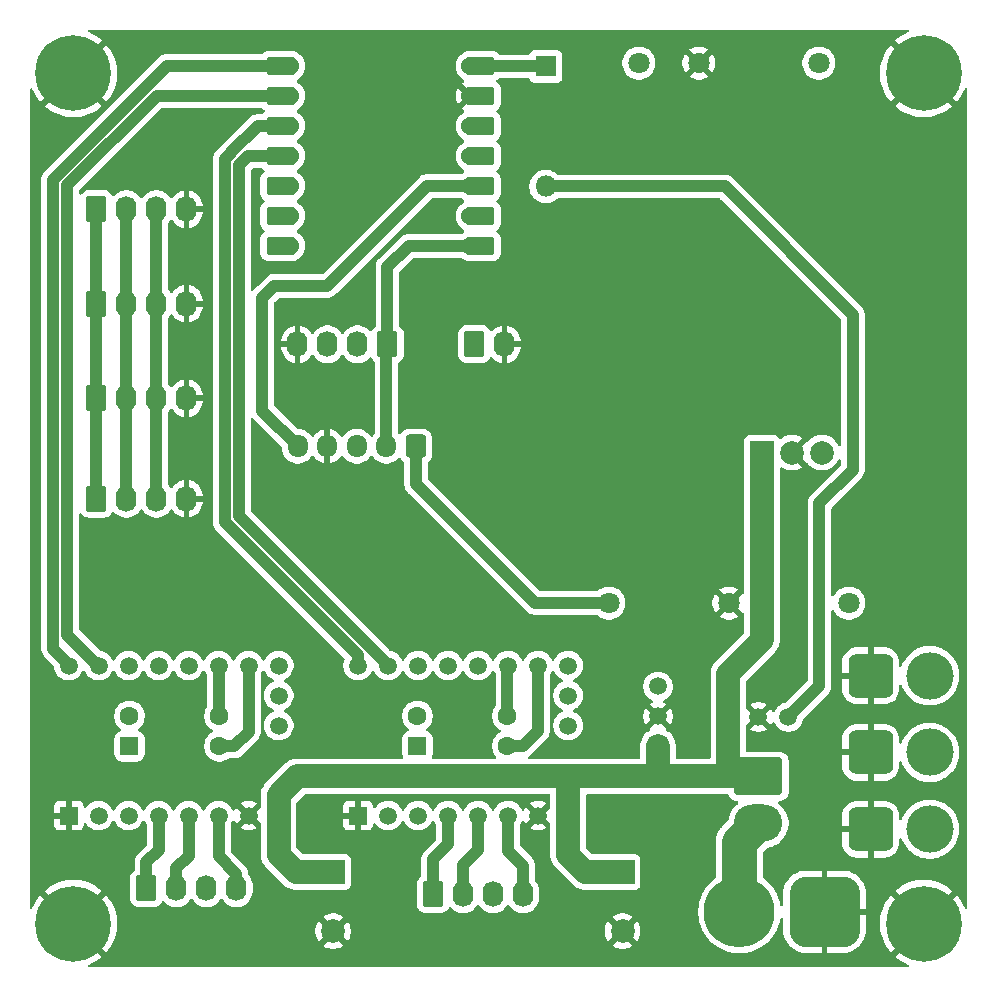
<source format=gbr>
%TF.GenerationSoftware,KiCad,Pcbnew,9.0.0*%
%TF.CreationDate,2025-04-07T10:39:53+02:00*%
%TF.ProjectId,UniBoard-Xiao,556e6942-6f61-4726-942d-5869616f2e6b,rev?*%
%TF.SameCoordinates,Original*%
%TF.FileFunction,Copper,L1,Top*%
%TF.FilePolarity,Positive*%
%FSLAX46Y46*%
G04 Gerber Fmt 4.6, Leading zero omitted, Abs format (unit mm)*
G04 Created by KiCad (PCBNEW 9.0.0) date 2025-04-07 10:39:53*
%MOMM*%
%LPD*%
G01*
G04 APERTURE LIST*
G04 Aperture macros list*
%AMRoundRect*
0 Rectangle with rounded corners*
0 $1 Rounding radius*
0 $2 $3 $4 $5 $6 $7 $8 $9 X,Y pos of 4 corners*
0 Add a 4 corners polygon primitive as box body*
4,1,4,$2,$3,$4,$5,$6,$7,$8,$9,$2,$3,0*
0 Add four circle primitives for the rounded corners*
1,1,$1+$1,$2,$3*
1,1,$1+$1,$4,$5*
1,1,$1+$1,$6,$7*
1,1,$1+$1,$8,$9*
0 Add four rect primitives between the rounded corners*
20,1,$1+$1,$2,$3,$4,$5,0*
20,1,$1+$1,$4,$5,$6,$7,0*
20,1,$1+$1,$6,$7,$8,$9,0*
20,1,$1+$1,$8,$9,$2,$3,0*%
G04 Aperture macros list end*
%TA.AperFunction,ComponentPad*%
%ADD10RoundRect,0.250000X0.600000X0.725000X-0.600000X0.725000X-0.600000X-0.725000X0.600000X-0.725000X0*%
%TD*%
%TA.AperFunction,ComponentPad*%
%ADD11O,1.700000X1.950000*%
%TD*%
%TA.AperFunction,ComponentPad*%
%ADD12RoundRect,0.250000X-0.620000X-0.845000X0.620000X-0.845000X0.620000X0.845000X-0.620000X0.845000X0*%
%TD*%
%TA.AperFunction,ComponentPad*%
%ADD13O,1.740000X2.190000*%
%TD*%
%TA.AperFunction,ComponentPad*%
%ADD14C,0.800000*%
%TD*%
%TA.AperFunction,ComponentPad*%
%ADD15C,6.400000*%
%TD*%
%TA.AperFunction,ComponentPad*%
%ADD16R,2.000000X2.000000*%
%TD*%
%TA.AperFunction,ComponentPad*%
%ADD17C,2.000000*%
%TD*%
%TA.AperFunction,ComponentPad*%
%ADD18R,1.508000X1.508000*%
%TD*%
%TA.AperFunction,ComponentPad*%
%ADD19C,1.508000*%
%TD*%
%TA.AperFunction,ComponentPad*%
%ADD20RoundRect,0.760000X-1.140000X-1.140000X1.140000X-1.140000X1.140000X1.140000X-1.140000X1.140000X0*%
%TD*%
%TA.AperFunction,ComponentPad*%
%ADD21C,4.000000*%
%TD*%
%TA.AperFunction,ComponentPad*%
%ADD22R,1.800000X1.800000*%
%TD*%
%TA.AperFunction,ComponentPad*%
%ADD23O,1.800000X1.800000*%
%TD*%
%TA.AperFunction,SMDPad,CuDef*%
%ADD24RoundRect,0.152400X1.063600X0.609600X-1.063600X0.609600X-1.063600X-0.609600X1.063600X-0.609600X0*%
%TD*%
%TA.AperFunction,ComponentPad*%
%ADD25C,1.524000*%
%TD*%
%TA.AperFunction,SMDPad,CuDef*%
%ADD26RoundRect,0.152400X-1.063600X-0.609600X1.063600X-0.609600X1.063600X0.609600X-1.063600X0.609600X0*%
%TD*%
%TA.AperFunction,ComponentPad*%
%ADD27RoundRect,0.250000X0.620000X0.845000X-0.620000X0.845000X-0.620000X-0.845000X0.620000X-0.845000X0*%
%TD*%
%TA.AperFunction,ComponentPad*%
%ADD28RoundRect,1.500000X1.500000X1.500000X-1.500000X1.500000X-1.500000X-1.500000X1.500000X-1.500000X0*%
%TD*%
%TA.AperFunction,ComponentPad*%
%ADD29C,6.000000*%
%TD*%
%TA.AperFunction,ComponentPad*%
%ADD30R,1.500000X1.500000*%
%TD*%
%TA.AperFunction,ComponentPad*%
%ADD31C,1.500000*%
%TD*%
%TA.AperFunction,ComponentPad*%
%ADD32C,1.803400*%
%TD*%
%TA.AperFunction,ComponentPad*%
%ADD33RoundRect,0.250000X-1.800000X1.330000X-1.800000X-1.330000X1.800000X-1.330000X1.800000X1.330000X0*%
%TD*%
%TA.AperFunction,ComponentPad*%
%ADD34O,4.100000X3.160000*%
%TD*%
%TA.AperFunction,ComponentPad*%
%ADD35RoundRect,0.250000X-0.550000X-0.550000X0.550000X-0.550000X0.550000X0.550000X-0.550000X0.550000X0*%
%TD*%
%TA.AperFunction,ComponentPad*%
%ADD36C,1.600000*%
%TD*%
%TA.AperFunction,Conductor*%
%ADD37C,2.000000*%
%TD*%
%TA.AperFunction,Conductor*%
%ADD38C,1.000000*%
%TD*%
%TA.AperFunction,Conductor*%
%ADD39C,3.000000*%
%TD*%
G04 APERTURE END LIST*
D10*
%TO.P,J11,1,Pin_1*%
%TO.N,+5VP*%
X151500000Y-84074000D03*
D11*
%TO.P,J11,2,Pin_2*%
%TO.N,TX-LIDAR*%
X149000000Y-84074000D03*
%TO.P,J11,3,Pin_3*%
%TO.N,RX-LIDAR*%
X146500000Y-84074000D03*
%TO.P,J11,4,Pin_4*%
%TO.N,GND*%
X144000000Y-84074000D03*
%TO.P,J11,5,Pin_5*%
%TO.N,Lidar_PWM*%
X141500000Y-84074000D03*
%TD*%
D12*
%TO.P,J6,1,Pin_1*%
%TO.N,Net-(J6-Pin_1)*%
X128690000Y-121500000D03*
D13*
%TO.P,J6,2,Pin_2*%
%TO.N,Net-(J6-Pin_2)*%
X131230000Y-121500000D03*
%TO.P,J6,3,Pin_3*%
%TO.N,Net-(J6-Pin_3)*%
X133770000Y-121500000D03*
%TO.P,J6,4,Pin_4*%
%TO.N,Net-(J6-Pin_4)*%
X136310000Y-121500000D03*
%TD*%
D14*
%TO.P,H3,1,1*%
%TO.N,GND*%
X192100000Y-124500000D03*
X192802944Y-122802944D03*
X192802944Y-126197056D03*
X194500000Y-122100000D03*
D15*
X194500000Y-124500000D03*
D14*
X194500000Y-126900000D03*
X196197056Y-122802944D03*
X196197056Y-126197056D03*
X196900000Y-124500000D03*
%TD*%
D16*
%TO.P,U5,1,Vin*%
%TO.N,+24V*%
X180803708Y-84619167D03*
D17*
%TO.P,U5,2,GND*%
%TO.N,GND*%
X183343708Y-84619167D03*
%TO.P,U5,3,Vout*%
%TO.N,+5VP*%
X185883708Y-84619167D03*
%TD*%
D18*
%TO.P,U3,1,GND*%
%TO.N,GND*%
X146610000Y-115350000D03*
D19*
%TO.P,U3,2,VIO*%
%TO.N,+3.3V*%
X149150000Y-115350000D03*
%TO.P,U3,3,M1B*%
%TO.N,Net-(J5-Pin_3)*%
X151690000Y-115350000D03*
%TO.P,U3,4,M1A*%
%TO.N,Net-(J5-Pin_1)*%
X154230000Y-115350000D03*
%TO.P,U3,5,M2A*%
%TO.N,Net-(J5-Pin_2)*%
X156770000Y-115350000D03*
%TO.P,U3,6,M2B*%
%TO.N,Net-(J5-Pin_4)*%
X159310000Y-115350000D03*
%TO.P,U3,7,GND*%
%TO.N,GND*%
X161850000Y-115350000D03*
%TO.P,U3,8,VM*%
%TO.N,+24V*%
X164390000Y-115350000D03*
%TO.P,U3,9,DIR*%
%TO.N,DIR D*%
X146610000Y-102650000D03*
%TO.P,U3,10,STEP*%
%TO.N,STEP D*%
X149150000Y-102650000D03*
%TO.P,U3,11,PDN*%
%TO.N,unconnected-(U3-PDN-Pad11)*%
X151690000Y-102650000D03*
%TO.P,U3,12,UART*%
%TO.N,unconnected-(U3-UART-Pad12)*%
X154230000Y-102650000D03*
%TO.P,U3,13,SPRD*%
%TO.N,unconnected-(U3-SPRD-Pad13)*%
X156770000Y-102650000D03*
%TO.P,U3,14,MS2*%
%TO.N,Net-(U3-MS2)*%
X159310000Y-102650000D03*
%TO.P,U3,15,MS1*%
%TO.N,Net-(U3-MS1)*%
X161850000Y-102650000D03*
%TO.P,U3,16,~{EN}*%
%TO.N,EN*%
X164390000Y-102650000D03*
%TO.P,U3,17,INDEX*%
%TO.N,unconnected-(U3-INDEX-Pad17)*%
X164390000Y-107730000D03*
%TO.P,U3,18,DIAG*%
%TO.N,unconnected-(U3-DIAG-Pad18)*%
X164390000Y-105190000D03*
%TD*%
D20*
%TO.P,J12,1,Pin_1*%
%TO.N,GND*%
X190000000Y-103500000D03*
D21*
%TO.P,J12,2,Pin_2*%
%TO.N,+5VP*%
X195000000Y-103500000D03*
%TD*%
D12*
%TO.P,J1,1,Pin_1*%
%TO.N,TIRETTE*%
X156464000Y-75438000D03*
D13*
%TO.P,J1,2,Pin_2*%
%TO.N,GND*%
X159004000Y-75438000D03*
%TD*%
D22*
%TO.P,D1,1,K*%
%TO.N,Net-(D1-K)*%
X162500000Y-51920000D03*
D23*
%TO.P,D1,2,A*%
%TO.N,+5V*%
X162500000Y-62080000D03*
%TD*%
D16*
%TO.P,C1,1*%
%TO.N,+24V*%
X144500000Y-120132323D03*
D17*
%TO.P,C1,2*%
%TO.N,GND*%
X144500000Y-125132323D03*
%TD*%
D24*
%TO.P,U1,1,GPIO1/D0/A0*%
%TO.N,DIR G*%
X140045000Y-51880000D03*
D25*
X140880000Y-51880000D03*
D24*
%TO.P,U1,2,GPIO2/DA/A1*%
%TO.N,STEP G*%
X140045000Y-54420000D03*
D25*
X140880000Y-54420000D03*
D24*
%TO.P,U1,3,GPIO3/D2/A2*%
%TO.N,DIR D*%
X140045000Y-56960000D03*
D25*
X140880000Y-56960000D03*
D24*
%TO.P,U1,4,GPIO4/D3/A3*%
%TO.N,STEP D*%
X140045000Y-59500000D03*
D25*
X140880000Y-59500000D03*
D24*
%TO.P,U1,5,GPIO5/D4/I2C_SDA*%
%TO.N,SDA*%
X140045000Y-62040000D03*
D25*
X140880000Y-62040000D03*
D24*
%TO.P,U1,6,GPIO9/D5/I2C_SCL*%
%TO.N,SCL*%
X140045000Y-64580000D03*
D25*
X140880000Y-64580000D03*
D24*
%TO.P,U1,7,U0TXD/D6/TX*%
%TO.N,RX-LIDAR*%
X140045000Y-67120000D03*
D25*
X140880000Y-67120000D03*
%TO.P,U1,8,U0RXD/D7/RX*%
%TO.N,TX-LIDAR*%
X156120000Y-67120000D03*
D26*
X156955000Y-67120000D03*
D25*
%TO.P,U1,9,GPIO7/D8/A8/SCK*%
%TO.N,EN*%
X156120000Y-64580000D03*
D26*
X156955000Y-64580000D03*
D25*
%TO.P,U1,10,GPIO8/D9/A9/MISO*%
%TO.N,Lidar_PWM*%
X156120000Y-62040000D03*
D26*
X156955000Y-62040000D03*
D25*
%TO.P,U1,11,GPIO9/D10/A10/MOSI*%
%TO.N,TIRETTE*%
X156120000Y-59500000D03*
D26*
X156955000Y-59500000D03*
D25*
%TO.P,U1,12,VCC_3V3*%
%TO.N,unconnected-(U1-VCC_3V3-Pad12)*%
X156120000Y-56960000D03*
D26*
%TO.N,unconnected-(U1-VCC_3V3-Pad12)_1*%
X156955000Y-56960000D03*
D25*
%TO.P,U1,13,GND*%
%TO.N,GND*%
X156120000Y-54420000D03*
D26*
X156955000Y-54420000D03*
D25*
%TO.P,U1,14,VBUS*%
%TO.N,Net-(D1-K)*%
X156120000Y-51880000D03*
D26*
X156955000Y-51880000D03*
%TD*%
D20*
%TO.P,J13,1,Pin_1*%
%TO.N,GND*%
X190000000Y-110000000D03*
D21*
%TO.P,J13,2,Pin_2*%
%TO.N,+5VP*%
X195000000Y-110000000D03*
%TD*%
D12*
%TO.P,J5,1,Pin_1*%
%TO.N,Net-(J5-Pin_1)*%
X152960000Y-122000000D03*
D13*
%TO.P,J5,2,Pin_2*%
%TO.N,Net-(J5-Pin_2)*%
X155500000Y-122000000D03*
%TO.P,J5,3,Pin_3*%
%TO.N,Net-(J5-Pin_3)*%
X158040000Y-122000000D03*
%TO.P,J5,4,Pin_4*%
%TO.N,Net-(J5-Pin_4)*%
X160580000Y-122000000D03*
%TD*%
D14*
%TO.P,H1,1,1*%
%TO.N,GND*%
X120100000Y-52500000D03*
X120802944Y-50802944D03*
X120802944Y-54197056D03*
X122500000Y-50100000D03*
D15*
X122500000Y-52500000D03*
D14*
X122500000Y-54900000D03*
X124197056Y-50802944D03*
X124197056Y-54197056D03*
X124900000Y-52500000D03*
%TD*%
D27*
%TO.P,J15,1,Pin_1*%
%TO.N,TX-LIDAR*%
X149098000Y-75438000D03*
D13*
%TO.P,J15,2,Pin_2*%
%TO.N,RX-LIDAR*%
X146558000Y-75438000D03*
%TO.P,J15,3,Pin_3*%
%TO.N,+3.3V*%
X144018000Y-75438000D03*
%TO.P,J15,4,Pin_4*%
%TO.N,GND*%
X141478000Y-75438000D03*
%TD*%
D28*
%TO.P,J8,1,Pin_1*%
%TO.N,GND*%
X186100000Y-123500000D03*
D29*
%TO.P,J8,2,Pin_2*%
%TO.N,+BATT*%
X178900000Y-123500000D03*
%TD*%
D12*
%TO.P,J9,1,Pin_1*%
%TO.N,SDA*%
X124460000Y-80000000D03*
D13*
%TO.P,J9,2,Pin_2*%
%TO.N,SCL*%
X127000000Y-80000000D03*
%TO.P,J9,3,Pin_3*%
%TO.N,+3.3V*%
X129540000Y-80000000D03*
%TO.P,J9,4,Pin_4*%
%TO.N,GND*%
X132080000Y-80000000D03*
%TD*%
D14*
%TO.P,H4,1,1*%
%TO.N,GND*%
X120100000Y-124500000D03*
X120802944Y-122802944D03*
X120802944Y-126197056D03*
X122500000Y-122100000D03*
D15*
X122500000Y-124500000D03*
D14*
X122500000Y-126900000D03*
X124197056Y-122802944D03*
X124197056Y-126197056D03*
X124900000Y-124500000D03*
%TD*%
D30*
%TO.P,U6,1,Vin*%
%TO.N,+24V*%
X177960000Y-107000000D03*
D31*
%TO.P,U6,2,GND*%
%TO.N,GND*%
X180500000Y-107000000D03*
%TO.P,U6,3,Vout*%
%TO.N,+5V*%
X183040000Y-107000000D03*
%TD*%
D12*
%TO.P,J10,1,Pin_1*%
%TO.N,SDA*%
X124460000Y-88520000D03*
D13*
%TO.P,J10,2,Pin_2*%
%TO.N,SCL*%
X127000000Y-88520000D03*
%TO.P,J10,3,Pin_3*%
%TO.N,+3.3V*%
X129540000Y-88520000D03*
%TO.P,J10,4,Pin_4*%
%TO.N,GND*%
X132080000Y-88520000D03*
%TD*%
D32*
%TO.P,PS1,1,+VIN(VCC)*%
%TO.N,+24V*%
X170380000Y-51640000D03*
%TO.P,PS1,2,-VIN(GND)*%
%TO.N,GND*%
X175460000Y-51640000D03*
%TO.P,PS1,3,ON/OFF*%
%TO.N,unconnected-(PS1-ON{slash}OFF-Pad3)*%
X185620000Y-51640000D03*
%TO.P,PS1,4,+VOUT*%
%TO.N,+5VP*%
X167840000Y-97360000D03*
%TO.P,PS1,5,-VOUT*%
%TO.N,GND*%
X178000000Y-97360000D03*
%TO.P,PS1,6,TRIM*%
%TO.N,unconnected-(PS1-TRIM-Pad6)*%
X188160000Y-97360000D03*
%TD*%
D30*
%TO.P,U4,1,Vin*%
%TO.N,+24V*%
X172000000Y-109500000D03*
D31*
%TO.P,U4,2,GND*%
%TO.N,GND*%
X172000000Y-106960000D03*
%TO.P,U4,3,Vout*%
%TO.N,+3.3V*%
X172000000Y-104420000D03*
%TD*%
D18*
%TO.P,U2,1,GND*%
%TO.N,GND*%
X122110000Y-115350000D03*
D19*
%TO.P,U2,2,VIO*%
%TO.N,+3.3V*%
X124650000Y-115350000D03*
%TO.P,U2,3,M1B*%
%TO.N,Net-(J6-Pin_3)*%
X127190000Y-115350000D03*
%TO.P,U2,4,M1A*%
%TO.N,Net-(J6-Pin_1)*%
X129730000Y-115350000D03*
%TO.P,U2,5,M2A*%
%TO.N,Net-(J6-Pin_2)*%
X132270000Y-115350000D03*
%TO.P,U2,6,M2B*%
%TO.N,Net-(J6-Pin_4)*%
X134810000Y-115350000D03*
%TO.P,U2,7,GND*%
%TO.N,GND*%
X137350000Y-115350000D03*
%TO.P,U2,8,VM*%
%TO.N,+24V*%
X139890000Y-115350000D03*
%TO.P,U2,9,DIR*%
%TO.N,DIR G*%
X122110000Y-102650000D03*
%TO.P,U2,10,STEP*%
%TO.N,STEP G*%
X124650000Y-102650000D03*
%TO.P,U2,11,PDN*%
%TO.N,unconnected-(U2-PDN-Pad11)*%
X127190000Y-102650000D03*
%TO.P,U2,12,UART*%
%TO.N,unconnected-(U2-UART-Pad12)*%
X129730000Y-102650000D03*
%TO.P,U2,13,SPRD*%
%TO.N,unconnected-(U2-SPRD-Pad13)*%
X132270000Y-102650000D03*
%TO.P,U2,14,MS2*%
%TO.N,Net-(U2-MS2)*%
X134810000Y-102650000D03*
%TO.P,U2,15,MS1*%
%TO.N,Net-(U2-MS1)*%
X137350000Y-102650000D03*
%TO.P,U2,16,~{EN}*%
%TO.N,EN*%
X139890000Y-102650000D03*
%TO.P,U2,17,INDEX*%
%TO.N,unconnected-(U2-INDEX-Pad17)*%
X139890000Y-107730000D03*
%TO.P,U2,18,DIAG*%
%TO.N,unconnected-(U2-DIAG-Pad18)*%
X139890000Y-105190000D03*
%TD*%
D16*
%TO.P,C2,1*%
%TO.N,+24V*%
X169000000Y-120132323D03*
D17*
%TO.P,C2,2*%
%TO.N,GND*%
X169000000Y-125132323D03*
%TD*%
D12*
%TO.P,J7,1,Pin_1*%
%TO.N,SDA*%
X124460000Y-72000000D03*
D13*
%TO.P,J7,2,Pin_2*%
%TO.N,SCL*%
X127000000Y-72000000D03*
%TO.P,J7,3,Pin_3*%
%TO.N,+3.3V*%
X129540000Y-72000000D03*
%TO.P,J7,4,Pin_4*%
%TO.N,GND*%
X132080000Y-72000000D03*
%TD*%
D33*
%TO.P,J3,1,Pin_1*%
%TO.N,+24V*%
X180500000Y-112040000D03*
D34*
%TO.P,J3,2,Pin_2*%
%TO.N,+BATT*%
X180500000Y-116000000D03*
%TD*%
D14*
%TO.P,H2,1,1*%
%TO.N,GND*%
X192100000Y-52500000D03*
X192802944Y-50802944D03*
X192802944Y-54197056D03*
X194500000Y-50100000D03*
D15*
X194500000Y-52500000D03*
D14*
X194500000Y-54900000D03*
X196197056Y-50802944D03*
X196197056Y-54197056D03*
X196900000Y-52500000D03*
%TD*%
D20*
%TO.P,J14,1,Pin_1*%
%TO.N,GND*%
X190000000Y-116500000D03*
D21*
%TO.P,J14,2,Pin_2*%
%TO.N,+5VP*%
X195000000Y-116500000D03*
%TD*%
D12*
%TO.P,J4,1,Pin_1*%
%TO.N,SDA*%
X124460000Y-64000000D03*
D13*
%TO.P,J4,2,Pin_2*%
%TO.N,SCL*%
X127000000Y-64000000D03*
%TO.P,J4,3,Pin_3*%
%TO.N,+3.3V*%
X129540000Y-64000000D03*
%TO.P,J4,4,Pin_4*%
%TO.N,GND*%
X132080000Y-64000000D03*
%TD*%
D35*
%TO.P,SW1,1*%
%TO.N,+3.3V*%
X151638000Y-109461500D03*
D36*
%TO.P,SW1,2*%
X151638000Y-106921500D03*
%TO.P,SW1,3*%
%TO.N,Net-(U3-MS2)*%
X159258000Y-106921500D03*
%TO.P,SW1,4*%
%TO.N,Net-(U3-MS1)*%
X159258000Y-109461500D03*
%TD*%
D35*
%TO.P,SW2,1*%
%TO.N,+3.3V*%
X127254000Y-109474000D03*
D36*
%TO.P,SW2,2*%
X127254000Y-106934000D03*
%TO.P,SW2,3*%
%TO.N,Net-(U2-MS2)*%
X134874000Y-106934000D03*
%TO.P,SW2,4*%
%TO.N,Net-(U2-MS1)*%
X134874000Y-109474000D03*
%TD*%
D37*
%TO.N,+24V*%
X176000000Y-112040000D02*
X167500000Y-112040000D01*
X180500000Y-112040000D02*
X176000000Y-112040000D01*
X177960000Y-107000000D02*
X177960000Y-112040000D01*
X177960000Y-103345000D02*
X180803708Y-100501292D01*
X167500000Y-112040000D02*
X141452000Y-112040000D01*
X180803708Y-100501292D02*
X180803708Y-84619167D01*
X144500000Y-120132323D02*
X141341323Y-120132323D01*
X139890000Y-118681000D02*
X139890000Y-115350000D01*
X169000000Y-120132323D02*
X165852323Y-120132323D01*
X165852323Y-120132323D02*
X164390000Y-118670000D01*
X177960000Y-107000000D02*
X177960000Y-103345000D01*
X164390000Y-112040000D02*
X167500000Y-112040000D01*
X164390000Y-115350000D02*
X164390000Y-112040000D01*
X141341323Y-120132323D02*
X139890000Y-118681000D01*
X172000000Y-112040000D02*
X176000000Y-112040000D01*
X139890000Y-113602000D02*
X139890000Y-115350000D01*
X141452000Y-112040000D02*
X139890000Y-113602000D01*
X177960000Y-112040000D02*
X180500000Y-112040000D01*
X172000000Y-109500000D02*
X172000000Y-112040000D01*
X164390000Y-118670000D02*
X164390000Y-115350000D01*
D38*
%TO.N,Net-(D1-K)*%
X156160000Y-51920000D02*
X156120000Y-51880000D01*
X162500000Y-51920000D02*
X156160000Y-51920000D01*
%TO.N,+5V*%
X162500000Y-62080000D02*
X177650000Y-62080000D01*
X185674000Y-88900000D02*
X185674000Y-104366000D01*
X188500000Y-72930000D02*
X188500000Y-86074000D01*
X188500000Y-86074000D02*
X185674000Y-88900000D01*
X185674000Y-104366000D02*
X183040000Y-107000000D01*
X177650000Y-62080000D02*
X188500000Y-72930000D01*
D39*
%TO.N,+BATT*%
X178900000Y-123500000D02*
X178900000Y-117600000D01*
X178900000Y-117600000D02*
X180500000Y-116000000D01*
X178900000Y-123500000D02*
X179000000Y-123500000D01*
D38*
%TO.N,SCL*%
X127000000Y-88000000D02*
X127000000Y-80000000D01*
X127000000Y-64000000D02*
X127000000Y-72000000D01*
X127000000Y-80000000D02*
X127000000Y-72000000D01*
%TO.N,+3.3V*%
X129540000Y-72000000D02*
X129540000Y-80000000D01*
X129540000Y-80000000D02*
X129540000Y-88000000D01*
X129540000Y-64000000D02*
X129540000Y-72000000D01*
%TO.N,SDA*%
X124460000Y-72000000D02*
X124460000Y-64000000D01*
X124460000Y-88000000D02*
X124460000Y-80000000D01*
X124460000Y-72000000D02*
X124460000Y-80000000D01*
%TO.N,Net-(J5-Pin_4)*%
X159310000Y-118310000D02*
X160580000Y-119580000D01*
X160580000Y-119580000D02*
X160580000Y-122000000D01*
X159310000Y-115350000D02*
X159310000Y-118310000D01*
%TO.N,Net-(J5-Pin_2)*%
X156770000Y-115350000D02*
X156770000Y-118230000D01*
X156770000Y-118230000D02*
X155500000Y-119500000D01*
X155500000Y-119500000D02*
X155500000Y-122000000D01*
%TO.N,Net-(J5-Pin_1)*%
X154230000Y-115350000D02*
X154230000Y-117770000D01*
X154230000Y-117770000D02*
X152960000Y-119040000D01*
X152960000Y-119040000D02*
X152960000Y-122000000D01*
%TO.N,Net-(J6-Pin_4)*%
X136310000Y-120310000D02*
X136310000Y-121730000D01*
X134810000Y-118810000D02*
X136310000Y-120310000D01*
X134810000Y-115350000D02*
X134810000Y-118810000D01*
%TO.N,Net-(J6-Pin_1)*%
X129730000Y-118270000D02*
X128690000Y-119310000D01*
X129730000Y-115350000D02*
X129730000Y-118270000D01*
X128690000Y-119310000D02*
X128690000Y-121730000D01*
%TO.N,Net-(J6-Pin_2)*%
X132270000Y-115350000D02*
X132270000Y-118730000D01*
X132270000Y-118730000D02*
X131230000Y-119770000D01*
X131230000Y-121730000D02*
X131500000Y-121460000D01*
X131230000Y-119770000D02*
X131230000Y-121730000D01*
%TO.N,Net-(U3-MS1)*%
X159258000Y-109461500D02*
X160540500Y-109461500D01*
X160540500Y-109461500D02*
X161850000Y-108152000D01*
X161850000Y-108152000D02*
X161850000Y-102650000D01*
%TO.N,Net-(U3-MS2)*%
X159352500Y-102607500D02*
X159310000Y-102650000D01*
X159258000Y-106921500D02*
X159258000Y-102702000D01*
X159258000Y-102702000D02*
X159310000Y-102650000D01*
%TO.N,Net-(U2-MS1)*%
X134874000Y-109474000D02*
X136144000Y-109474000D01*
X136144000Y-109474000D02*
X137350000Y-108268000D01*
X137350000Y-108268000D02*
X137350000Y-102650000D01*
%TO.N,Net-(U2-MS2)*%
X134810000Y-102650000D02*
X134810000Y-106870000D01*
X134852500Y-102607500D02*
X134810000Y-102650000D01*
X134810000Y-106870000D02*
X134874000Y-106934000D01*
%TO.N,STEP G*%
X124650000Y-102650000D02*
X124621000Y-102650000D01*
X124621000Y-102650000D02*
X122000000Y-100029000D01*
X122000000Y-100029000D02*
X122000000Y-62000000D01*
X129580000Y-54420000D02*
X140045000Y-54420000D01*
X122000000Y-62000000D02*
X129580000Y-54420000D01*
%TO.N,DIR D*%
X146610000Y-101775670D02*
X146610000Y-102650000D01*
X135299000Y-90464670D02*
X135299001Y-90464671D01*
X138112000Y-56960000D02*
X135890000Y-59182000D01*
X140880000Y-56960000D02*
X138112000Y-56960000D01*
X135299001Y-90464671D02*
X136002530Y-91168200D01*
X135299000Y-85515000D02*
X135299001Y-89469729D01*
X135299000Y-59800530D02*
X135299000Y-85515000D01*
X135890000Y-59209530D02*
X135299001Y-59800529D01*
X135299001Y-59800529D02*
X135299000Y-59800530D01*
X135890000Y-59182000D02*
X135890000Y-59209530D01*
X136002530Y-91168200D02*
X146610000Y-101775670D01*
X135299001Y-89469729D02*
X135299000Y-90464670D01*
%TO.N,STEP D*%
X136500000Y-60298000D02*
X137298000Y-59500000D01*
X149150000Y-102650000D02*
X149150000Y-102617200D01*
X137298000Y-59500000D02*
X140045000Y-59500000D01*
X149150000Y-102617200D02*
X136500000Y-89967200D01*
X136500000Y-89967200D02*
X136500000Y-60298000D01*
%TO.N,DIR G*%
X120799001Y-61502529D02*
X130421530Y-51880000D01*
X122174000Y-102586000D02*
X122169400Y-102586000D01*
X122110000Y-102650000D02*
X122174000Y-102586000D01*
X130421530Y-51880000D02*
X140045000Y-51880000D01*
X120799001Y-101215601D02*
X120799001Y-61502529D01*
X122169400Y-102586000D02*
X120799001Y-101215601D01*
%TO.N,+5VP*%
X151500000Y-84074000D02*
X151500000Y-87238000D01*
X151500000Y-87238000D02*
X161622000Y-97360000D01*
X161622000Y-97360000D02*
X167840000Y-97360000D01*
%TO.N,Lidar_PWM*%
X156120000Y-62040000D02*
X152460000Y-62040000D01*
X139500000Y-70500000D02*
X138500000Y-71500000D01*
X138500000Y-81074000D02*
X141500000Y-84074000D01*
X138500000Y-71500000D02*
X138500000Y-81074000D01*
X144000000Y-70500000D02*
X139500000Y-70500000D01*
X152460000Y-62040000D02*
X144000000Y-70500000D01*
%TO.N,TX-LIDAR*%
X150880000Y-67120000D02*
X149098000Y-68902000D01*
X149098000Y-68902000D02*
X149098000Y-75438000D01*
X149098000Y-75438000D02*
X149098000Y-75750000D01*
X149098000Y-75750000D02*
X149000000Y-75848000D01*
X149000000Y-75848000D02*
X149000000Y-84074000D01*
X156120000Y-67120000D02*
X150880000Y-67120000D01*
%TD*%
%TA.AperFunction,Conductor*%
%TO.N,GND*%
G36*
X184566365Y-85488271D02*
G01*
X184586112Y-85486717D01*
X184654489Y-85501081D01*
X184696159Y-85537449D01*
X184739191Y-85596677D01*
X184906198Y-85763684D01*
X185097275Y-85902510D01*
X185196699Y-85953169D01*
X185307711Y-86009733D01*
X185307713Y-86009733D01*
X185307716Y-86009735D01*
X185428120Y-86048856D01*
X185532339Y-86082720D01*
X185765611Y-86119667D01*
X185765616Y-86119667D01*
X186001805Y-86119667D01*
X186235076Y-86082720D01*
X186236578Y-86082232D01*
X186459700Y-86009735D01*
X186670141Y-85902510D01*
X186861218Y-85763684D01*
X187028225Y-85596677D01*
X187167051Y-85405600D01*
X187265015Y-85213333D01*
X187312989Y-85162538D01*
X187380810Y-85145743D01*
X187446945Y-85168280D01*
X187490397Y-85222995D01*
X187499500Y-85269629D01*
X187499500Y-85608217D01*
X187479815Y-85675256D01*
X187463181Y-85695898D01*
X185036220Y-88122859D01*
X185036218Y-88122861D01*
X184971940Y-88187139D01*
X184896859Y-88262219D01*
X184787371Y-88426079D01*
X184787364Y-88426092D01*
X184711950Y-88608160D01*
X184711947Y-88608170D01*
X184673500Y-88801456D01*
X184673500Y-103900217D01*
X184653815Y-103967256D01*
X184637181Y-103987898D01*
X182891647Y-105733431D01*
X182830324Y-105766916D01*
X182823365Y-105768223D01*
X182747176Y-105780290D01*
X182559972Y-105841117D01*
X182384594Y-105930476D01*
X182331493Y-105969057D01*
X182225354Y-106046172D01*
X182225352Y-106046174D01*
X182225351Y-106046174D01*
X182086174Y-106185351D01*
X182086174Y-106185352D01*
X182086172Y-106185354D01*
X182036485Y-106253741D01*
X181970476Y-106344594D01*
X181880204Y-106521764D01*
X181832229Y-106572560D01*
X181764408Y-106589355D01*
X181698274Y-106566818D01*
X181659234Y-106521764D01*
X181569096Y-106344858D01*
X181543678Y-106309873D01*
X181543677Y-106309873D01*
X180982962Y-106870589D01*
X180965925Y-106807007D01*
X180900099Y-106692993D01*
X180807007Y-106599901D01*
X180692993Y-106534075D01*
X180629409Y-106517037D01*
X181190125Y-105956320D01*
X181190125Y-105956319D01*
X181155145Y-105930905D01*
X180979835Y-105841581D01*
X180792705Y-105780778D01*
X180598382Y-105750000D01*
X180401618Y-105750000D01*
X180207294Y-105780778D01*
X180020161Y-105841582D01*
X179844863Y-105930899D01*
X179844859Y-105930902D01*
X179809873Y-105956320D01*
X179809872Y-105956320D01*
X180370590Y-106517037D01*
X180307007Y-106534075D01*
X180192993Y-106599901D01*
X180099901Y-106692993D01*
X180034075Y-106807007D01*
X180017037Y-106870590D01*
X179496819Y-106350372D01*
X179463334Y-106289049D01*
X179460500Y-106262691D01*
X179460500Y-104017889D01*
X179480185Y-103950850D01*
X179496819Y-103930208D01*
X180715003Y-102712024D01*
X181948225Y-101478802D01*
X182087051Y-101287726D01*
X182194276Y-101077285D01*
X182222295Y-100991051D01*
X182267261Y-100852660D01*
X182304208Y-100619389D01*
X182304208Y-85961391D01*
X182323893Y-85894352D01*
X182376697Y-85848597D01*
X182445855Y-85838653D01*
X182501094Y-85861073D01*
X182557536Y-85902081D01*
X182767905Y-86009269D01*
X182992460Y-86082232D01*
X182992459Y-86082232D01*
X183225656Y-86119167D01*
X183461760Y-86119167D01*
X183694955Y-86082232D01*
X183919510Y-86009269D01*
X184129871Y-85902085D01*
X184129877Y-85902081D01*
X184212812Y-85841825D01*
X184212813Y-85841825D01*
X183629464Y-85258476D01*
X183675282Y-85239499D01*
X183789932Y-85162893D01*
X183887434Y-85065391D01*
X183964040Y-84950741D01*
X183983017Y-84904923D01*
X184566365Y-85488271D01*
G37*
%TD.AperFunction*%
%TA.AperFunction,Conductor*%
G36*
X155331899Y-63047635D02*
G01*
X155357033Y-63050780D01*
X155367973Y-63058227D01*
X155374638Y-63060185D01*
X155387069Y-63069313D01*
X155391338Y-63072877D01*
X155488053Y-63169592D01*
X155553636Y-63208378D01*
X155561344Y-63214813D01*
X155575410Y-63235842D01*
X155592679Y-63254338D01*
X155594508Y-63264394D01*
X155600190Y-63272889D01*
X155600654Y-63298185D01*
X155605182Y-63323079D01*
X155601284Y-63332526D01*
X155601472Y-63342747D01*
X155588184Y-63364281D01*
X155578536Y-63387669D01*
X155568257Y-63396575D01*
X155564782Y-63402208D01*
X155558017Y-63405448D01*
X155544996Y-63416732D01*
X155488053Y-63450408D01*
X155488046Y-63450413D01*
X155391854Y-63546604D01*
X155377061Y-63559239D01*
X155297536Y-63617018D01*
X155157021Y-63757533D01*
X155040213Y-63918305D01*
X154949994Y-64095367D01*
X154949993Y-64095370D01*
X154888587Y-64284362D01*
X154857500Y-64480639D01*
X154857500Y-64679360D01*
X154888587Y-64875637D01*
X154949993Y-65064629D01*
X154949994Y-65064632D01*
X155029350Y-65220375D01*
X155040213Y-65241694D01*
X155157019Y-65402464D01*
X155157021Y-65402466D01*
X155297539Y-65542984D01*
X155377060Y-65600758D01*
X155383824Y-65606039D01*
X155387998Y-65609537D01*
X155488053Y-65709592D01*
X155553737Y-65748437D01*
X155561522Y-65754962D01*
X155575488Y-65775926D01*
X155592679Y-65794338D01*
X155594528Y-65804506D01*
X155600260Y-65813110D01*
X155600674Y-65838297D01*
X155605182Y-65863079D01*
X155601239Y-65872634D01*
X155601410Y-65882970D01*
X155588143Y-65904381D01*
X155578536Y-65927669D01*
X155568122Y-65936692D01*
X155564609Y-65942363D01*
X155557871Y-65945575D01*
X155544996Y-65956732D01*
X155488053Y-65990408D01*
X155488051Y-65990409D01*
X155395278Y-66083182D01*
X155333954Y-66116666D01*
X155307597Y-66119500D01*
X150984675Y-66119500D01*
X150984655Y-66119499D01*
X150978541Y-66119499D01*
X150781460Y-66119499D01*
X150781457Y-66119499D01*
X150588172Y-66157946D01*
X150588164Y-66157948D01*
X150406088Y-66233366D01*
X150406079Y-66233371D01*
X150242219Y-66342859D01*
X150242215Y-66342862D01*
X148803385Y-67781694D01*
X148460220Y-68124859D01*
X148460218Y-68124861D01*
X148390538Y-68194540D01*
X148320859Y-68264219D01*
X148211371Y-68428079D01*
X148211364Y-68428092D01*
X148135950Y-68610160D01*
X148135947Y-68610170D01*
X148097500Y-68803456D01*
X148097500Y-73876705D01*
X148077815Y-73943744D01*
X148038599Y-73982242D01*
X148009347Y-74000285D01*
X148009343Y-74000288D01*
X147885289Y-74124342D01*
X147793179Y-74273677D01*
X147792861Y-74274360D01*
X147792518Y-74274748D01*
X147789395Y-74279813D01*
X147788529Y-74279278D01*
X147746683Y-74326794D01*
X147679487Y-74345939D01*
X147612608Y-74325716D01*
X147592804Y-74309624D01*
X147450823Y-74167643D01*
X147450821Y-74167641D01*
X147276299Y-74040843D01*
X147084089Y-73942908D01*
X146878926Y-73876246D01*
X146878924Y-73876245D01*
X146878922Y-73876245D01*
X146665866Y-73842500D01*
X146665861Y-73842500D01*
X146450139Y-73842500D01*
X146450134Y-73842500D01*
X146237077Y-73876245D01*
X146031908Y-73942909D01*
X145839700Y-74040843D01*
X145740129Y-74113186D01*
X145665179Y-74167641D01*
X145665177Y-74167643D01*
X145665176Y-74167643D01*
X145512643Y-74320176D01*
X145512643Y-74320177D01*
X145512641Y-74320179D01*
X145435729Y-74426038D01*
X145388318Y-74491294D01*
X145332988Y-74533959D01*
X145263374Y-74539938D01*
X145201579Y-74507332D01*
X145187682Y-74491294D01*
X145165435Y-74460674D01*
X145063359Y-74320179D01*
X144910821Y-74167641D01*
X144736299Y-74040843D01*
X144544089Y-73942908D01*
X144338926Y-73876246D01*
X144338924Y-73876245D01*
X144338922Y-73876245D01*
X144125866Y-73842500D01*
X144125861Y-73842500D01*
X143910139Y-73842500D01*
X143910134Y-73842500D01*
X143697077Y-73876245D01*
X143491908Y-73942909D01*
X143299700Y-74040843D01*
X143200129Y-74113186D01*
X143125179Y-74167641D01*
X143125177Y-74167643D01*
X143125176Y-74167643D01*
X142972642Y-74320177D01*
X142848008Y-74491720D01*
X142792677Y-74534385D01*
X142723064Y-74540364D01*
X142661269Y-74507758D01*
X142647372Y-74491720D01*
X142522974Y-74320503D01*
X142522974Y-74320502D01*
X142370497Y-74168025D01*
X142196036Y-74041271D01*
X142003899Y-73943372D01*
X141798805Y-73876733D01*
X141728000Y-73865518D01*
X141728000Y-74895290D01*
X141707661Y-74883548D01*
X141556333Y-74843000D01*
X141399667Y-74843000D01*
X141248339Y-74883548D01*
X141228000Y-74895290D01*
X141228000Y-73865518D01*
X141227999Y-73865518D01*
X141157194Y-73876733D01*
X140952100Y-73943372D01*
X140759963Y-74041271D01*
X140585503Y-74168025D01*
X140585502Y-74168025D01*
X140433025Y-74320502D01*
X140433025Y-74320503D01*
X140306271Y-74494963D01*
X140208372Y-74687098D01*
X140141734Y-74892190D01*
X140108000Y-75105179D01*
X140108000Y-75188000D01*
X140935291Y-75188000D01*
X140923548Y-75208339D01*
X140883000Y-75359667D01*
X140883000Y-75516333D01*
X140923548Y-75667661D01*
X140935291Y-75688000D01*
X140108000Y-75688000D01*
X140108000Y-75770820D01*
X140141734Y-75983809D01*
X140208372Y-76188901D01*
X140306271Y-76381036D01*
X140433025Y-76555496D01*
X140433025Y-76555497D01*
X140585502Y-76707974D01*
X140759963Y-76834728D01*
X140952098Y-76932627D01*
X141157190Y-76999266D01*
X141228000Y-77010481D01*
X141228000Y-75980709D01*
X141248339Y-75992452D01*
X141399667Y-76033000D01*
X141556333Y-76033000D01*
X141707661Y-75992452D01*
X141728000Y-75980709D01*
X141728000Y-77010480D01*
X141798809Y-76999266D01*
X142003901Y-76932627D01*
X142196036Y-76834728D01*
X142370496Y-76707974D01*
X142370497Y-76707974D01*
X142522974Y-76555497D01*
X142522979Y-76555491D01*
X142647372Y-76384280D01*
X142702702Y-76341614D01*
X142772315Y-76335635D01*
X142834110Y-76368241D01*
X142848008Y-76384279D01*
X142972641Y-76555821D01*
X143125179Y-76708359D01*
X143299701Y-76835157D01*
X143491911Y-76933092D01*
X143697074Y-76999754D01*
X143764796Y-77010480D01*
X143910134Y-77033500D01*
X143910139Y-77033500D01*
X144125866Y-77033500D01*
X144244230Y-77014752D01*
X144338926Y-76999754D01*
X144544089Y-76933092D01*
X144736299Y-76835157D01*
X144910821Y-76708359D01*
X145063359Y-76555821D01*
X145187682Y-76384704D01*
X145243012Y-76342040D01*
X145312626Y-76336061D01*
X145374420Y-76368667D01*
X145388315Y-76384702D01*
X145512641Y-76555821D01*
X145665179Y-76708359D01*
X145839701Y-76835157D01*
X146031911Y-76933092D01*
X146237074Y-76999754D01*
X146304796Y-77010480D01*
X146450134Y-77033500D01*
X146450139Y-77033500D01*
X146665866Y-77033500D01*
X146784230Y-77014752D01*
X146878926Y-76999754D01*
X147084089Y-76933092D01*
X147276299Y-76835157D01*
X147450821Y-76708359D01*
X147592807Y-76566372D01*
X147654126Y-76532890D01*
X147723818Y-76537874D01*
X147779752Y-76579745D01*
X147792864Y-76601645D01*
X147793181Y-76602326D01*
X147793186Y-76602334D01*
X147858582Y-76708359D01*
X147885289Y-76751657D01*
X147963181Y-76829549D01*
X147996666Y-76890872D01*
X147999500Y-76917230D01*
X147999500Y-82988800D01*
X147993474Y-83009321D01*
X147992216Y-83030672D01*
X147982069Y-83048162D01*
X147979815Y-83055839D01*
X147975692Y-83061859D01*
X147971510Y-83067593D01*
X147969896Y-83069208D01*
X147850319Y-83233793D01*
X147850192Y-83233967D01*
X147822518Y-83255229D01*
X147794989Y-83276459D01*
X147794876Y-83276468D01*
X147794788Y-83276537D01*
X147760086Y-83279456D01*
X147725375Y-83282438D01*
X147725275Y-83282385D01*
X147725164Y-83282395D01*
X147694611Y-83266206D01*
X147663580Y-83249833D01*
X147663468Y-83249704D01*
X147663426Y-83249682D01*
X147663383Y-83249605D01*
X147649682Y-83233793D01*
X147530109Y-83069214D01*
X147530105Y-83069209D01*
X147379786Y-82918890D01*
X147207820Y-82793951D01*
X147018414Y-82697444D01*
X147018413Y-82697443D01*
X147018412Y-82697443D01*
X146816243Y-82631754D01*
X146816241Y-82631753D01*
X146816240Y-82631753D01*
X146654957Y-82606208D01*
X146606287Y-82598500D01*
X146393713Y-82598500D01*
X146345042Y-82606208D01*
X146183760Y-82631753D01*
X145981585Y-82697444D01*
X145792179Y-82793951D01*
X145620213Y-82918890D01*
X145469894Y-83069209D01*
X145469890Y-83069214D01*
X145350008Y-83234218D01*
X145294678Y-83276884D01*
X145225065Y-83282863D01*
X145163270Y-83250257D01*
X145149372Y-83234218D01*
X145029727Y-83069540D01*
X145029723Y-83069535D01*
X144879464Y-82919276D01*
X144879459Y-82919272D01*
X144707557Y-82794379D01*
X144518215Y-82697903D01*
X144316124Y-82632241D01*
X144250000Y-82621768D01*
X144250000Y-83669854D01*
X144183343Y-83631370D01*
X144062535Y-83599000D01*
X143937465Y-83599000D01*
X143816657Y-83631370D01*
X143750000Y-83669854D01*
X143750000Y-82621768D01*
X143749999Y-82621768D01*
X143683875Y-82632241D01*
X143481784Y-82697903D01*
X143292442Y-82794379D01*
X143120540Y-82919272D01*
X143120535Y-82919276D01*
X142970276Y-83069535D01*
X142970272Y-83069540D01*
X142850627Y-83234218D01*
X142795297Y-83276884D01*
X142725684Y-83282863D01*
X142663889Y-83250257D01*
X142649991Y-83234218D01*
X142530109Y-83069214D01*
X142530105Y-83069209D01*
X142379786Y-82918890D01*
X142207820Y-82793951D01*
X142018414Y-82697444D01*
X142018413Y-82697443D01*
X142018412Y-82697443D01*
X141816243Y-82631754D01*
X141816241Y-82631753D01*
X141816240Y-82631753D01*
X141654957Y-82606208D01*
X141606287Y-82598500D01*
X141606286Y-82598500D01*
X141490783Y-82598500D01*
X141423744Y-82578815D01*
X141403102Y-82562181D01*
X139536819Y-80695898D01*
X139503334Y-80634575D01*
X139500500Y-80608217D01*
X139500500Y-71965782D01*
X139520185Y-71898743D01*
X139536819Y-71878101D01*
X139878102Y-71536819D01*
X139939425Y-71503334D01*
X139965783Y-71500500D01*
X144098542Y-71500500D01*
X144129566Y-71494328D01*
X144195188Y-71481275D01*
X144291836Y-71462051D01*
X144345165Y-71439961D01*
X144473914Y-71386632D01*
X144637782Y-71277139D01*
X144777139Y-71137782D01*
X144777139Y-71137780D01*
X144787347Y-71127573D01*
X144787348Y-71127570D01*
X152838102Y-63076819D01*
X152899425Y-63043334D01*
X152925783Y-63040500D01*
X155307599Y-63040500D01*
X155331899Y-63047635D01*
G37*
%TD.AperFunction*%
%TA.AperFunction,Conductor*%
G36*
X193206467Y-48820185D02*
G01*
X193252222Y-48872989D01*
X193262166Y-48942147D01*
X193233141Y-49005703D01*
X193186881Y-49039061D01*
X192916135Y-49151207D01*
X192916130Y-49151209D01*
X192595537Y-49322570D01*
X192595519Y-49322581D01*
X192293258Y-49524545D01*
X192293254Y-49524548D01*
X192065233Y-49711679D01*
X192065233Y-49711680D01*
X193559301Y-51205748D01*
X193457670Y-51279588D01*
X193279588Y-51457670D01*
X193205748Y-51559301D01*
X191711680Y-50065233D01*
X191711679Y-50065233D01*
X191524548Y-50293254D01*
X191524545Y-50293258D01*
X191322581Y-50595519D01*
X191322570Y-50595537D01*
X191151209Y-50916130D01*
X191151207Y-50916135D01*
X191012086Y-51252002D01*
X190906553Y-51599898D01*
X190906550Y-51599909D01*
X190835632Y-51956443D01*
X190800000Y-52318234D01*
X190800000Y-52681765D01*
X190835632Y-53043556D01*
X190906550Y-53400090D01*
X190906553Y-53400101D01*
X191012086Y-53747997D01*
X191151207Y-54083864D01*
X191151209Y-54083869D01*
X191322570Y-54404462D01*
X191322581Y-54404480D01*
X191524551Y-54706750D01*
X191711678Y-54934765D01*
X191711679Y-54934766D01*
X193205747Y-53440697D01*
X193279588Y-53542330D01*
X193457670Y-53720412D01*
X193559301Y-53794251D01*
X192065232Y-55288319D01*
X192065233Y-55288320D01*
X192293249Y-55475448D01*
X192595519Y-55677418D01*
X192595537Y-55677429D01*
X192916130Y-55848790D01*
X192916135Y-55848792D01*
X193252002Y-55987913D01*
X193599898Y-56093446D01*
X193599909Y-56093449D01*
X193956443Y-56164367D01*
X194318234Y-56200000D01*
X194681766Y-56200000D01*
X195043556Y-56164367D01*
X195400090Y-56093449D01*
X195400101Y-56093446D01*
X195747997Y-55987913D01*
X196083864Y-55848792D01*
X196083869Y-55848790D01*
X196404462Y-55677429D01*
X196404480Y-55677418D01*
X196706736Y-55475457D01*
X196706750Y-55475447D01*
X196934765Y-55288320D01*
X196934766Y-55288319D01*
X195440698Y-53794251D01*
X195542330Y-53720412D01*
X195720412Y-53542330D01*
X195794251Y-53440698D01*
X197288319Y-54934766D01*
X197288320Y-54934765D01*
X197475447Y-54706750D01*
X197475457Y-54706736D01*
X197677418Y-54404480D01*
X197677429Y-54404462D01*
X197848790Y-54083869D01*
X197848792Y-54083864D01*
X197960939Y-53813119D01*
X198004780Y-53758716D01*
X198071074Y-53736651D01*
X198138773Y-53753930D01*
X198186384Y-53805067D01*
X198199500Y-53860572D01*
X198199500Y-123139427D01*
X198179815Y-123206466D01*
X198127011Y-123252221D01*
X198057853Y-123262165D01*
X197994297Y-123233140D01*
X197960939Y-123186880D01*
X197848792Y-122916135D01*
X197848790Y-122916130D01*
X197677429Y-122595537D01*
X197677418Y-122595519D01*
X197475448Y-122293249D01*
X197288320Y-122065233D01*
X197288319Y-122065232D01*
X195794251Y-123559301D01*
X195720412Y-123457670D01*
X195542330Y-123279588D01*
X195440698Y-123205748D01*
X196934766Y-121711679D01*
X196934765Y-121711678D01*
X196706750Y-121524551D01*
X196404480Y-121322581D01*
X196404462Y-121322570D01*
X196083869Y-121151209D01*
X196083864Y-121151207D01*
X195747997Y-121012086D01*
X195400101Y-120906553D01*
X195400090Y-120906550D01*
X195043556Y-120835632D01*
X194681766Y-120800000D01*
X194318234Y-120800000D01*
X193956443Y-120835632D01*
X193599909Y-120906550D01*
X193599898Y-120906553D01*
X193252002Y-121012086D01*
X192916135Y-121151207D01*
X192916130Y-121151209D01*
X192595537Y-121322570D01*
X192595519Y-121322581D01*
X192293258Y-121524545D01*
X192293254Y-121524548D01*
X192065233Y-121711679D01*
X192065233Y-121711680D01*
X193559301Y-123205748D01*
X193457670Y-123279588D01*
X193279588Y-123457670D01*
X193205748Y-123559301D01*
X191711680Y-122065233D01*
X191711679Y-122065233D01*
X191524548Y-122293254D01*
X191524545Y-122293258D01*
X191322581Y-122595519D01*
X191322570Y-122595537D01*
X191151209Y-122916130D01*
X191151207Y-122916135D01*
X191012086Y-123252002D01*
X190906553Y-123599898D01*
X190906550Y-123599909D01*
X190835632Y-123956443D01*
X190800000Y-124318234D01*
X190800000Y-124681765D01*
X190835632Y-125043556D01*
X190906550Y-125400090D01*
X190906553Y-125400101D01*
X191012086Y-125747997D01*
X191151207Y-126083864D01*
X191151209Y-126083869D01*
X191322570Y-126404462D01*
X191322581Y-126404480D01*
X191524551Y-126706750D01*
X191711678Y-126934765D01*
X191711679Y-126934766D01*
X193205747Y-125440697D01*
X193279588Y-125542330D01*
X193457670Y-125720412D01*
X193559301Y-125794251D01*
X192065232Y-127288319D01*
X192065233Y-127288320D01*
X192293249Y-127475448D01*
X192595519Y-127677418D01*
X192595537Y-127677429D01*
X192916130Y-127848790D01*
X192916135Y-127848792D01*
X193186881Y-127960939D01*
X193241284Y-128004780D01*
X193263349Y-128071074D01*
X193246070Y-128138773D01*
X193194933Y-128186384D01*
X193139428Y-128199500D01*
X123860572Y-128199500D01*
X123793533Y-128179815D01*
X123747778Y-128127011D01*
X123737834Y-128057853D01*
X123766859Y-127994297D01*
X123813119Y-127960939D01*
X124083864Y-127848792D01*
X124083869Y-127848790D01*
X124404462Y-127677429D01*
X124404480Y-127677418D01*
X124706736Y-127475457D01*
X124706750Y-127475447D01*
X124934765Y-127288320D01*
X124934766Y-127288319D01*
X123440698Y-125794251D01*
X123542330Y-125720412D01*
X123720412Y-125542330D01*
X123794251Y-125440698D01*
X125288319Y-126934766D01*
X125288320Y-126934765D01*
X125475447Y-126706750D01*
X125475457Y-126706736D01*
X125677418Y-126404480D01*
X125677429Y-126404462D01*
X125760382Y-126249269D01*
X125848790Y-126083869D01*
X125848792Y-126083864D01*
X125987913Y-125747997D01*
X126093446Y-125400101D01*
X126093449Y-125400090D01*
X126164367Y-125043557D01*
X126167252Y-125014270D01*
X143000000Y-125014270D01*
X143000000Y-125250375D01*
X143036934Y-125483570D01*
X143109897Y-125708125D01*
X143217087Y-125918497D01*
X143277338Y-126001427D01*
X143277340Y-126001428D01*
X144017037Y-125261731D01*
X144034075Y-125325316D01*
X144099901Y-125439330D01*
X144192993Y-125532422D01*
X144307007Y-125598248D01*
X144370590Y-125615285D01*
X143630893Y-126354981D01*
X143713828Y-126415237D01*
X143924197Y-126522425D01*
X144148752Y-126595388D01*
X144148751Y-126595388D01*
X144381948Y-126632323D01*
X144618052Y-126632323D01*
X144851247Y-126595388D01*
X145075802Y-126522425D01*
X145286163Y-126415241D01*
X145286169Y-126415237D01*
X145369104Y-126354981D01*
X145369105Y-126354981D01*
X144629408Y-125615285D01*
X144692993Y-125598248D01*
X144807007Y-125532422D01*
X144900099Y-125439330D01*
X144965925Y-125325316D01*
X144982962Y-125261732D01*
X145722658Y-126001428D01*
X145722658Y-126001427D01*
X145782914Y-125918492D01*
X145782918Y-125918486D01*
X145890102Y-125708125D01*
X145963065Y-125483570D01*
X146000000Y-125250375D01*
X146000000Y-125014270D01*
X167500000Y-125014270D01*
X167500000Y-125250375D01*
X167536934Y-125483570D01*
X167609897Y-125708125D01*
X167717087Y-125918497D01*
X167777338Y-126001427D01*
X167777340Y-126001428D01*
X168517037Y-125261731D01*
X168534075Y-125325316D01*
X168599901Y-125439330D01*
X168692993Y-125532422D01*
X168807007Y-125598248D01*
X168870590Y-125615285D01*
X168130893Y-126354981D01*
X168213828Y-126415237D01*
X168424197Y-126522425D01*
X168648752Y-126595388D01*
X168648751Y-126595388D01*
X168881948Y-126632323D01*
X169118052Y-126632323D01*
X169351247Y-126595388D01*
X169575802Y-126522425D01*
X169786163Y-126415241D01*
X169786169Y-126415237D01*
X169869104Y-126354981D01*
X169869105Y-126354981D01*
X169129408Y-125615285D01*
X169192993Y-125598248D01*
X169307007Y-125532422D01*
X169400099Y-125439330D01*
X169465925Y-125325316D01*
X169482962Y-125261732D01*
X170222658Y-126001428D01*
X170222658Y-126001427D01*
X170282914Y-125918492D01*
X170282918Y-125918486D01*
X170390102Y-125708125D01*
X170463065Y-125483570D01*
X170500000Y-125250375D01*
X170500000Y-125014270D01*
X170463065Y-124781075D01*
X170390102Y-124556520D01*
X170282914Y-124346151D01*
X170222658Y-124263217D01*
X170222658Y-124263216D01*
X169482962Y-125002913D01*
X169465925Y-124939330D01*
X169400099Y-124825316D01*
X169307007Y-124732224D01*
X169192993Y-124666398D01*
X169129409Y-124649360D01*
X169869105Y-123909663D01*
X169869104Y-123909661D01*
X169786174Y-123849410D01*
X169575802Y-123742220D01*
X169351247Y-123669257D01*
X169351248Y-123669257D01*
X169118052Y-123632323D01*
X168881948Y-123632323D01*
X168648752Y-123669257D01*
X168424197Y-123742220D01*
X168213830Y-123849407D01*
X168130894Y-123909663D01*
X168870591Y-124649360D01*
X168807007Y-124666398D01*
X168692993Y-124732224D01*
X168599901Y-124825316D01*
X168534075Y-124939330D01*
X168517037Y-125002913D01*
X167777340Y-124263217D01*
X167717084Y-124346153D01*
X167609897Y-124556520D01*
X167536934Y-124781075D01*
X167500000Y-125014270D01*
X146000000Y-125014270D01*
X145963065Y-124781075D01*
X145890102Y-124556520D01*
X145782914Y-124346151D01*
X145722658Y-124263217D01*
X145722658Y-124263216D01*
X144982962Y-125002913D01*
X144965925Y-124939330D01*
X144900099Y-124825316D01*
X144807007Y-124732224D01*
X144692993Y-124666398D01*
X144629409Y-124649360D01*
X145369105Y-123909663D01*
X145369104Y-123909662D01*
X145286174Y-123849410D01*
X145075802Y-123742220D01*
X144851247Y-123669257D01*
X144851248Y-123669257D01*
X144618052Y-123632323D01*
X144381948Y-123632323D01*
X144148752Y-123669257D01*
X143924197Y-123742220D01*
X143713830Y-123849407D01*
X143630894Y-123909663D01*
X144370591Y-124649360D01*
X144307007Y-124666398D01*
X144192993Y-124732224D01*
X144099901Y-124825316D01*
X144034075Y-124939330D01*
X144017037Y-125002914D01*
X143277340Y-124263217D01*
X143217084Y-124346153D01*
X143109897Y-124556520D01*
X143036934Y-124781075D01*
X143000000Y-125014270D01*
X126167252Y-125014270D01*
X126168929Y-124997243D01*
X126168929Y-124997242D01*
X126200000Y-124681765D01*
X126200000Y-124318234D01*
X126165612Y-123969076D01*
X126164366Y-123956441D01*
X126093449Y-123599909D01*
X126093446Y-123599898D01*
X125987913Y-123252002D01*
X125848792Y-122916135D01*
X125848790Y-122916130D01*
X125677429Y-122595537D01*
X125677418Y-122595519D01*
X125475448Y-122293249D01*
X125288320Y-122065233D01*
X125288319Y-122065232D01*
X123794251Y-123559300D01*
X123720412Y-123457670D01*
X123542330Y-123279588D01*
X123440698Y-123205748D01*
X124934766Y-121711679D01*
X124934765Y-121711678D01*
X124706750Y-121524551D01*
X124404480Y-121322581D01*
X124404462Y-121322570D01*
X124083869Y-121151209D01*
X124083864Y-121151207D01*
X123747997Y-121012086D01*
X123400101Y-120906553D01*
X123400090Y-120906550D01*
X123043556Y-120835632D01*
X122681766Y-120800000D01*
X122318234Y-120800000D01*
X121956443Y-120835632D01*
X121599909Y-120906550D01*
X121599898Y-120906553D01*
X121252002Y-121012086D01*
X120916135Y-121151207D01*
X120916130Y-121151209D01*
X120595537Y-121322570D01*
X120595519Y-121322581D01*
X120293258Y-121524545D01*
X120293254Y-121524548D01*
X120065233Y-121711679D01*
X120065233Y-121711680D01*
X121559301Y-123205748D01*
X121457670Y-123279588D01*
X121279588Y-123457670D01*
X121205748Y-123559301D01*
X119711680Y-122065233D01*
X119711679Y-122065233D01*
X119524548Y-122293254D01*
X119524545Y-122293258D01*
X119322581Y-122595519D01*
X119322570Y-122595537D01*
X119151209Y-122916130D01*
X119151207Y-122916135D01*
X119039061Y-123186880D01*
X118995220Y-123241283D01*
X118928926Y-123263348D01*
X118861226Y-123246069D01*
X118813616Y-123194931D01*
X118800500Y-123139427D01*
X118800500Y-106831648D01*
X125953500Y-106831648D01*
X125953500Y-107036351D01*
X125985522Y-107238534D01*
X126048781Y-107433223D01*
X126098572Y-107530942D01*
X126141476Y-107615145D01*
X126141715Y-107615613D01*
X126262028Y-107781213D01*
X126262034Y-107781219D01*
X126406781Y-107925966D01*
X126500452Y-107994021D01*
X126543117Y-108049350D01*
X126549096Y-108118963D01*
X126516491Y-108180759D01*
X126466571Y-108212045D01*
X126384666Y-108239186D01*
X126384663Y-108239187D01*
X126235342Y-108331289D01*
X126111289Y-108455342D01*
X126019187Y-108604663D01*
X126019185Y-108604668D01*
X126000023Y-108662497D01*
X125964001Y-108771203D01*
X125964001Y-108771204D01*
X125964000Y-108771204D01*
X125953500Y-108873983D01*
X125953500Y-110074001D01*
X125953501Y-110074018D01*
X125964000Y-110176796D01*
X125964001Y-110176799D01*
X126016191Y-110334297D01*
X126019186Y-110343334D01*
X126111288Y-110492656D01*
X126235344Y-110616712D01*
X126384666Y-110708814D01*
X126551203Y-110763999D01*
X126653991Y-110774500D01*
X127854008Y-110774499D01*
X127956797Y-110763999D01*
X128123334Y-110708814D01*
X128272656Y-110616712D01*
X128396712Y-110492656D01*
X128488814Y-110343334D01*
X128543999Y-110176797D01*
X128554500Y-110074009D01*
X128554499Y-108873992D01*
X128546458Y-108795280D01*
X128543999Y-108771203D01*
X128543998Y-108771200D01*
X128536610Y-108748906D01*
X128488814Y-108604666D01*
X128396712Y-108455344D01*
X128272656Y-108331288D01*
X128161855Y-108262946D01*
X128123336Y-108239187D01*
X128123335Y-108239186D01*
X128123334Y-108239186D01*
X128041427Y-108212044D01*
X127983984Y-108172272D01*
X127957161Y-108107756D01*
X127969476Y-108038980D01*
X128007547Y-107994021D01*
X128101219Y-107925966D01*
X128245966Y-107781219D01*
X128245968Y-107781215D01*
X128245971Y-107781213D01*
X128315001Y-107686200D01*
X128366287Y-107615610D01*
X128459220Y-107433219D01*
X128522477Y-107238534D01*
X128554500Y-107036352D01*
X128554500Y-106831648D01*
X128532539Y-106692993D01*
X128522477Y-106629465D01*
X128467414Y-106460000D01*
X128459220Y-106434781D01*
X128459218Y-106434778D01*
X128459218Y-106434776D01*
X128393021Y-106304859D01*
X128366287Y-106252390D01*
X128317583Y-106185354D01*
X128245971Y-106086786D01*
X128101213Y-105942028D01*
X127935613Y-105821715D01*
X127935612Y-105821714D01*
X127935610Y-105821713D01*
X127854313Y-105780290D01*
X127753223Y-105728781D01*
X127558534Y-105665522D01*
X127383995Y-105637878D01*
X127356352Y-105633500D01*
X127151648Y-105633500D01*
X127127329Y-105637351D01*
X126949465Y-105665522D01*
X126754776Y-105728781D01*
X126572386Y-105821715D01*
X126406786Y-105942028D01*
X126262028Y-106086786D01*
X126141715Y-106252386D01*
X126048781Y-106434776D01*
X125985522Y-106629465D01*
X125953500Y-106831648D01*
X118800500Y-106831648D01*
X118800500Y-101314144D01*
X119798500Y-101314144D01*
X119836948Y-101507430D01*
X119836951Y-101507440D01*
X119912365Y-101689508D01*
X119912372Y-101689521D01*
X120021861Y-101853382D01*
X120021864Y-101853386D01*
X120165538Y-101997060D01*
X120165560Y-101997080D01*
X120819181Y-102650701D01*
X120852666Y-102712024D01*
X120855500Y-102738382D01*
X120855500Y-102748736D01*
X120886389Y-102943763D01*
X120942715Y-103117114D01*
X120947409Y-103131561D01*
X121013422Y-103261117D01*
X121037058Y-103307504D01*
X121153115Y-103467246D01*
X121292753Y-103606884D01*
X121442234Y-103715486D01*
X121452499Y-103722944D01*
X121628439Y-103812591D01*
X121739122Y-103848554D01*
X121816236Y-103873610D01*
X122011264Y-103904500D01*
X122011269Y-103904500D01*
X122208736Y-103904500D01*
X122403763Y-103873610D01*
X122453375Y-103857490D01*
X122591561Y-103812591D01*
X122767501Y-103722944D01*
X122857192Y-103657779D01*
X122927246Y-103606884D01*
X122927248Y-103606881D01*
X122927252Y-103606879D01*
X123066879Y-103467252D01*
X123066881Y-103467248D01*
X123066884Y-103467246D01*
X123182941Y-103307505D01*
X123182943Y-103307502D01*
X123182944Y-103307501D01*
X123269517Y-103137593D01*
X123317490Y-103086800D01*
X123385311Y-103070005D01*
X123451446Y-103092542D01*
X123490482Y-103137593D01*
X123553422Y-103261117D01*
X123577058Y-103307505D01*
X123693115Y-103467246D01*
X123832753Y-103606884D01*
X123982234Y-103715486D01*
X123992499Y-103722944D01*
X124168439Y-103812591D01*
X124279122Y-103848554D01*
X124356236Y-103873610D01*
X124551264Y-103904500D01*
X124551269Y-103904500D01*
X124748736Y-103904500D01*
X124943763Y-103873610D01*
X124993375Y-103857490D01*
X125131561Y-103812591D01*
X125307501Y-103722944D01*
X125397192Y-103657779D01*
X125467246Y-103606884D01*
X125467248Y-103606881D01*
X125467252Y-103606879D01*
X125606879Y-103467252D01*
X125606881Y-103467248D01*
X125606884Y-103467246D01*
X125722941Y-103307505D01*
X125722943Y-103307502D01*
X125722944Y-103307501D01*
X125809517Y-103137593D01*
X125857490Y-103086800D01*
X125925311Y-103070005D01*
X125991446Y-103092542D01*
X126030482Y-103137593D01*
X126093422Y-103261117D01*
X126117058Y-103307505D01*
X126233115Y-103467246D01*
X126372753Y-103606884D01*
X126522234Y-103715486D01*
X126532499Y-103722944D01*
X126708439Y-103812591D01*
X126819122Y-103848554D01*
X126896236Y-103873610D01*
X127091264Y-103904500D01*
X127091269Y-103904500D01*
X127288736Y-103904500D01*
X127483763Y-103873610D01*
X127533375Y-103857490D01*
X127671561Y-103812591D01*
X127847501Y-103722944D01*
X127937192Y-103657779D01*
X128007246Y-103606884D01*
X128007248Y-103606881D01*
X128007252Y-103606879D01*
X128146879Y-103467252D01*
X128146881Y-103467248D01*
X128146884Y-103467246D01*
X128262941Y-103307505D01*
X128262943Y-103307502D01*
X128262944Y-103307501D01*
X128349517Y-103137593D01*
X128397490Y-103086800D01*
X128465311Y-103070005D01*
X128531446Y-103092542D01*
X128570482Y-103137593D01*
X128633422Y-103261117D01*
X128657058Y-103307505D01*
X128773115Y-103467246D01*
X128912753Y-103606884D01*
X129062234Y-103715486D01*
X129072499Y-103722944D01*
X129248439Y-103812591D01*
X129359122Y-103848554D01*
X129436236Y-103873610D01*
X129631264Y-103904500D01*
X129631269Y-103904500D01*
X129828736Y-103904500D01*
X130023763Y-103873610D01*
X130073375Y-103857490D01*
X130211561Y-103812591D01*
X130387501Y-103722944D01*
X130477192Y-103657779D01*
X130547246Y-103606884D01*
X130547248Y-103606881D01*
X130547252Y-103606879D01*
X130686879Y-103467252D01*
X130686881Y-103467248D01*
X130686884Y-103467246D01*
X130802941Y-103307505D01*
X130802943Y-103307502D01*
X130802944Y-103307501D01*
X130889517Y-103137593D01*
X130937490Y-103086800D01*
X131005311Y-103070005D01*
X131071446Y-103092542D01*
X131110482Y-103137593D01*
X131173422Y-103261117D01*
X131197058Y-103307505D01*
X131313115Y-103467246D01*
X131452753Y-103606884D01*
X131602234Y-103715486D01*
X131612499Y-103722944D01*
X131788439Y-103812591D01*
X131899122Y-103848554D01*
X131976236Y-103873610D01*
X132171264Y-103904500D01*
X132171269Y-103904500D01*
X132368736Y-103904500D01*
X132563763Y-103873610D01*
X132613375Y-103857490D01*
X132751561Y-103812591D01*
X132927501Y-103722944D01*
X133017192Y-103657779D01*
X133087246Y-103606884D01*
X133087248Y-103606881D01*
X133087252Y-103606879D01*
X133226879Y-103467252D01*
X133226881Y-103467248D01*
X133226884Y-103467246D01*
X133342941Y-103307505D01*
X133342943Y-103307502D01*
X133342944Y-103307501D01*
X133429517Y-103137593D01*
X133477490Y-103086800D01*
X133545311Y-103070005D01*
X133611446Y-103092542D01*
X133650482Y-103137593D01*
X133737056Y-103307501D01*
X133785818Y-103374617D01*
X133809298Y-103440421D01*
X133809500Y-103447501D01*
X133809500Y-106146326D01*
X133789815Y-106213365D01*
X133785819Y-106219210D01*
X133761713Y-106252389D01*
X133761712Y-106252391D01*
X133668781Y-106434776D01*
X133605522Y-106629465D01*
X133573500Y-106831648D01*
X133573500Y-107036351D01*
X133605522Y-107238534D01*
X133668781Y-107433223D01*
X133718572Y-107530942D01*
X133761476Y-107615145D01*
X133761715Y-107615613D01*
X133882028Y-107781213D01*
X134026786Y-107925971D01*
X134161388Y-108023763D01*
X134192390Y-108046287D01*
X134283840Y-108092883D01*
X134285080Y-108093515D01*
X134335876Y-108141490D01*
X134352671Y-108209311D01*
X134330134Y-108275446D01*
X134285080Y-108314485D01*
X134192386Y-108361715D01*
X134026786Y-108482028D01*
X133882028Y-108626786D01*
X133761715Y-108792386D01*
X133668781Y-108974776D01*
X133605522Y-109169465D01*
X133573500Y-109371648D01*
X133573500Y-109576351D01*
X133605522Y-109778534D01*
X133668781Y-109973223D01*
X133720135Y-110074009D01*
X133755345Y-110143113D01*
X133761715Y-110155613D01*
X133882028Y-110321213D01*
X134026786Y-110465971D01*
X134152359Y-110557203D01*
X134192390Y-110586287D01*
X134308607Y-110645503D01*
X134374776Y-110679218D01*
X134374778Y-110679218D01*
X134374781Y-110679220D01*
X134461984Y-110707554D01*
X134569465Y-110742477D01*
X134659006Y-110756659D01*
X134771648Y-110774500D01*
X134771649Y-110774500D01*
X134976351Y-110774500D01*
X134976352Y-110774500D01*
X135178534Y-110742477D01*
X135373219Y-110679220D01*
X135555610Y-110586287D01*
X135676877Y-110498181D01*
X135742683Y-110474702D01*
X135749762Y-110474500D01*
X136242543Y-110474500D01*
X136305382Y-110462000D01*
X136348285Y-110453466D01*
X136435836Y-110436051D01*
X136489165Y-110413961D01*
X136617914Y-110360632D01*
X136781782Y-110251139D01*
X136921139Y-110111782D01*
X136921139Y-110111780D01*
X136931347Y-110101573D01*
X136931348Y-110101570D01*
X138127140Y-108905781D01*
X138236632Y-108741914D01*
X138312052Y-108559835D01*
X138350501Y-108366540D01*
X138350501Y-108169459D01*
X138350501Y-108164349D01*
X138350500Y-108164323D01*
X138350500Y-103447501D01*
X138370185Y-103380462D01*
X138374165Y-103374638D01*
X138422944Y-103307501D01*
X138509517Y-103137593D01*
X138557490Y-103086800D01*
X138625311Y-103070005D01*
X138691446Y-103092542D01*
X138730482Y-103137593D01*
X138793422Y-103261117D01*
X138817058Y-103307505D01*
X138933115Y-103467246D01*
X139072753Y-103606884D01*
X139222234Y-103715486D01*
X139232499Y-103722944D01*
X139402404Y-103809516D01*
X139453199Y-103857490D01*
X139469994Y-103925311D01*
X139447456Y-103991446D01*
X139402404Y-104030483D01*
X139245321Y-104110522D01*
X139232495Y-104117058D01*
X139072753Y-104233115D01*
X138933115Y-104372753D01*
X138817058Y-104532495D01*
X138727408Y-104708441D01*
X138666389Y-104896236D01*
X138635500Y-105091263D01*
X138635500Y-105288736D01*
X138666389Y-105483763D01*
X138710277Y-105618834D01*
X138727409Y-105671561D01*
X138817056Y-105847501D01*
X138817058Y-105847504D01*
X138933115Y-106007246D01*
X139072753Y-106146884D01*
X139217974Y-106252391D01*
X139232499Y-106262944D01*
X139402404Y-106349516D01*
X139453199Y-106397490D01*
X139469994Y-106465311D01*
X139447456Y-106531446D01*
X139402404Y-106570483D01*
X139351336Y-106596505D01*
X139232495Y-106657058D01*
X139072753Y-106773115D01*
X138933115Y-106912753D01*
X138817058Y-107072495D01*
X138727408Y-107248441D01*
X138666389Y-107436236D01*
X138635500Y-107631263D01*
X138635500Y-107828736D01*
X138666389Y-108023763D01*
X138715964Y-108176336D01*
X138727409Y-108211561D01*
X138806376Y-108366540D01*
X138817058Y-108387504D01*
X138933115Y-108547246D01*
X139072753Y-108686884D01*
X139221950Y-108795280D01*
X139232499Y-108802944D01*
X139408439Y-108892591D01*
X139505116Y-108924003D01*
X139596236Y-108953610D01*
X139791264Y-108984500D01*
X139791269Y-108984500D01*
X139988736Y-108984500D01*
X140183763Y-108953610D01*
X140371561Y-108892591D01*
X140547501Y-108802944D01*
X140637192Y-108737779D01*
X140707246Y-108686884D01*
X140707248Y-108686881D01*
X140707252Y-108686879D01*
X140846879Y-108547252D01*
X140846881Y-108547248D01*
X140846884Y-108547246D01*
X140909544Y-108461000D01*
X140962944Y-108387501D01*
X141052591Y-108211561D01*
X141113610Y-108023763D01*
X141131079Y-107913469D01*
X141144500Y-107828736D01*
X141144500Y-107631263D01*
X141113610Y-107436236D01*
X141075925Y-107320255D01*
X141052591Y-107248439D01*
X140962944Y-107072499D01*
X140955486Y-107062234D01*
X140846884Y-106912753D01*
X140707246Y-106773115D01*
X140547505Y-106657058D01*
X140493351Y-106629465D01*
X140377593Y-106570482D01*
X140326800Y-106522510D01*
X140310005Y-106454689D01*
X140332542Y-106388554D01*
X140377593Y-106349517D01*
X140547501Y-106262944D01*
X140615741Y-106213365D01*
X140707246Y-106146884D01*
X140707248Y-106146881D01*
X140707252Y-106146879D01*
X140846879Y-106007252D01*
X140846881Y-106007248D01*
X140846884Y-106007246D01*
X140920038Y-105906556D01*
X140962944Y-105847501D01*
X141052591Y-105671561D01*
X141113610Y-105483763D01*
X141118836Y-105450770D01*
X141144500Y-105288736D01*
X141144500Y-105091263D01*
X141113610Y-104896236D01*
X141054016Y-104712826D01*
X141052591Y-104708439D01*
X140962944Y-104532499D01*
X140952713Y-104518417D01*
X140846884Y-104372753D01*
X140707246Y-104233115D01*
X140547505Y-104117058D01*
X140541119Y-104113804D01*
X140377593Y-104030482D01*
X140326800Y-103982510D01*
X140310005Y-103914689D01*
X140332542Y-103848554D01*
X140377593Y-103809517D01*
X140547501Y-103722944D01*
X140567912Y-103708114D01*
X140707246Y-103606884D01*
X140707248Y-103606881D01*
X140707252Y-103606879D01*
X140846879Y-103467252D01*
X140846881Y-103467248D01*
X140846884Y-103467246D01*
X140909935Y-103380462D01*
X140962944Y-103307501D01*
X141052591Y-103131561D01*
X141113610Y-102943763D01*
X141127433Y-102856487D01*
X141144500Y-102748736D01*
X141144500Y-102551263D01*
X141113610Y-102356236D01*
X141065268Y-102207456D01*
X141052591Y-102168439D01*
X140962944Y-101992499D01*
X140926376Y-101942167D01*
X140846884Y-101832753D01*
X140707246Y-101693115D01*
X140547504Y-101577058D01*
X140547503Y-101577057D01*
X140547501Y-101577056D01*
X140371561Y-101487409D01*
X140371558Y-101487408D01*
X140183763Y-101426389D01*
X139988736Y-101395500D01*
X139988731Y-101395500D01*
X139791269Y-101395500D01*
X139791264Y-101395500D01*
X139596236Y-101426389D01*
X139408441Y-101487408D01*
X139232495Y-101577058D01*
X139072753Y-101693115D01*
X138933115Y-101832753D01*
X138817058Y-101992495D01*
X138817056Y-101992499D01*
X138730643Y-102162093D01*
X138730485Y-102162403D01*
X138682510Y-102213199D01*
X138614689Y-102229994D01*
X138548554Y-102207456D01*
X138509515Y-102162403D01*
X138422944Y-101992499D01*
X138386376Y-101942167D01*
X138306884Y-101832753D01*
X138167246Y-101693115D01*
X138007504Y-101577058D01*
X138007503Y-101577057D01*
X138007501Y-101577056D01*
X137831561Y-101487409D01*
X137831558Y-101487408D01*
X137643763Y-101426389D01*
X137448736Y-101395500D01*
X137448731Y-101395500D01*
X137251269Y-101395500D01*
X137251264Y-101395500D01*
X137056236Y-101426389D01*
X136868441Y-101487408D01*
X136692495Y-101577058D01*
X136532753Y-101693115D01*
X136393115Y-101832753D01*
X136277058Y-101992495D01*
X136277056Y-101992499D01*
X136190643Y-102162093D01*
X136190485Y-102162403D01*
X136142510Y-102213199D01*
X136074689Y-102229994D01*
X136008554Y-102207456D01*
X135969515Y-102162403D01*
X135882944Y-101992499D01*
X135846376Y-101942167D01*
X135766884Y-101832753D01*
X135627246Y-101693115D01*
X135467504Y-101577058D01*
X135467503Y-101577057D01*
X135467501Y-101577056D01*
X135291561Y-101487409D01*
X135291558Y-101487408D01*
X135103763Y-101426389D01*
X134908736Y-101395500D01*
X134908731Y-101395500D01*
X134711269Y-101395500D01*
X134711264Y-101395500D01*
X134516236Y-101426389D01*
X134328441Y-101487408D01*
X134152495Y-101577058D01*
X133992753Y-101693115D01*
X133853115Y-101832753D01*
X133737058Y-101992495D01*
X133737056Y-101992499D01*
X133650643Y-102162093D01*
X133650485Y-102162403D01*
X133602510Y-102213199D01*
X133534689Y-102229994D01*
X133468554Y-102207456D01*
X133429515Y-102162403D01*
X133342944Y-101992499D01*
X133306376Y-101942167D01*
X133226884Y-101832753D01*
X133087246Y-101693115D01*
X132927504Y-101577058D01*
X132927503Y-101577057D01*
X132927501Y-101577056D01*
X132751561Y-101487409D01*
X132751558Y-101487408D01*
X132563763Y-101426389D01*
X132368736Y-101395500D01*
X132368731Y-101395500D01*
X132171269Y-101395500D01*
X132171264Y-101395500D01*
X131976236Y-101426389D01*
X131788441Y-101487408D01*
X131612495Y-101577058D01*
X131452753Y-101693115D01*
X131313115Y-101832753D01*
X131197058Y-101992495D01*
X131197056Y-101992499D01*
X131110643Y-102162093D01*
X131110485Y-102162403D01*
X131062510Y-102213199D01*
X130994689Y-102229994D01*
X130928554Y-102207456D01*
X130889515Y-102162403D01*
X130802944Y-101992499D01*
X130766376Y-101942167D01*
X130686884Y-101832753D01*
X130547246Y-101693115D01*
X130387504Y-101577058D01*
X130387503Y-101577057D01*
X130387501Y-101577056D01*
X130211561Y-101487409D01*
X130211558Y-101487408D01*
X130023763Y-101426389D01*
X129828736Y-101395500D01*
X129828731Y-101395500D01*
X129631269Y-101395500D01*
X129631264Y-101395500D01*
X129436236Y-101426389D01*
X129248441Y-101487408D01*
X129072495Y-101577058D01*
X128912753Y-101693115D01*
X128773115Y-101832753D01*
X128657058Y-101992495D01*
X128657056Y-101992499D01*
X128570643Y-102162093D01*
X128570485Y-102162403D01*
X128522510Y-102213199D01*
X128454689Y-102229994D01*
X128388554Y-102207456D01*
X128349515Y-102162403D01*
X128262944Y-101992499D01*
X128226376Y-101942167D01*
X128146884Y-101832753D01*
X128007246Y-101693115D01*
X127847504Y-101577058D01*
X127847503Y-101577057D01*
X127847501Y-101577056D01*
X127671561Y-101487409D01*
X127671558Y-101487408D01*
X127483763Y-101426389D01*
X127288736Y-101395500D01*
X127288731Y-101395500D01*
X127091269Y-101395500D01*
X127091264Y-101395500D01*
X126896236Y-101426389D01*
X126708441Y-101487408D01*
X126532495Y-101577058D01*
X126372753Y-101693115D01*
X126233115Y-101832753D01*
X126117058Y-101992495D01*
X126117056Y-101992499D01*
X126030643Y-102162093D01*
X126030485Y-102162403D01*
X125982510Y-102213199D01*
X125914689Y-102229994D01*
X125848554Y-102207456D01*
X125809515Y-102162403D01*
X125722944Y-101992499D01*
X125686376Y-101942167D01*
X125606884Y-101832753D01*
X125467246Y-101693115D01*
X125307504Y-101577058D01*
X125307503Y-101577057D01*
X125307501Y-101577056D01*
X125131561Y-101487409D01*
X125131558Y-101487408D01*
X124943766Y-101426390D01*
X124827364Y-101407953D01*
X124764229Y-101378023D01*
X124759082Y-101373161D01*
X123036819Y-99650898D01*
X123003334Y-99589575D01*
X123000500Y-99563217D01*
X123000500Y-89870786D01*
X123020185Y-89803747D01*
X123072989Y-89757992D01*
X123142147Y-89748048D01*
X123205703Y-89777073D01*
X123230036Y-89805687D01*
X123247288Y-89833656D01*
X123371344Y-89957712D01*
X123520666Y-90049814D01*
X123687203Y-90104999D01*
X123789991Y-90115500D01*
X125130008Y-90115499D01*
X125232797Y-90104999D01*
X125399334Y-90049814D01*
X125548656Y-89957712D01*
X125672712Y-89833656D01*
X125764814Y-89684334D01*
X125764817Y-89684322D01*
X125765129Y-89683657D01*
X125765469Y-89683269D01*
X125768605Y-89678187D01*
X125769473Y-89678722D01*
X125811299Y-89631216D01*
X125878491Y-89612060D01*
X125945373Y-89632272D01*
X125965195Y-89648375D01*
X126107179Y-89790359D01*
X126281701Y-89917157D01*
X126473911Y-90015092D01*
X126679074Y-90081754D01*
X126746796Y-90092480D01*
X126892134Y-90115500D01*
X126892139Y-90115500D01*
X127107866Y-90115500D01*
X127226230Y-90096752D01*
X127320926Y-90081754D01*
X127526089Y-90015092D01*
X127718299Y-89917157D01*
X127892821Y-89790359D01*
X128045359Y-89637821D01*
X128169682Y-89466704D01*
X128225012Y-89424040D01*
X128294626Y-89418061D01*
X128356420Y-89450667D01*
X128370315Y-89466702D01*
X128494641Y-89637821D01*
X128647179Y-89790359D01*
X128821701Y-89917157D01*
X129013911Y-90015092D01*
X129219074Y-90081754D01*
X129286796Y-90092480D01*
X129432134Y-90115500D01*
X129432139Y-90115500D01*
X129647866Y-90115500D01*
X129766230Y-90096752D01*
X129860926Y-90081754D01*
X130066089Y-90015092D01*
X130258299Y-89917157D01*
X130432821Y-89790359D01*
X130585359Y-89637821D01*
X130709991Y-89466279D01*
X130765321Y-89423614D01*
X130834934Y-89417635D01*
X130896729Y-89450241D01*
X130910627Y-89466279D01*
X131035025Y-89637496D01*
X131035025Y-89637497D01*
X131187502Y-89789974D01*
X131361963Y-89916728D01*
X131554098Y-90014627D01*
X131759190Y-90081266D01*
X131830000Y-90092481D01*
X131830000Y-89062709D01*
X131850339Y-89074452D01*
X132001667Y-89115000D01*
X132158333Y-89115000D01*
X132309661Y-89074452D01*
X132330000Y-89062709D01*
X132330000Y-90092480D01*
X132400809Y-90081266D01*
X132605901Y-90014627D01*
X132798036Y-89916728D01*
X132972496Y-89789974D01*
X132972497Y-89789974D01*
X133124974Y-89637497D01*
X133124974Y-89637496D01*
X133251728Y-89463036D01*
X133349627Y-89270901D01*
X133416265Y-89065809D01*
X133450000Y-88852820D01*
X133450000Y-88770000D01*
X132622709Y-88770000D01*
X132634452Y-88749661D01*
X132675000Y-88598333D01*
X132675000Y-88441667D01*
X132634452Y-88290339D01*
X132622709Y-88270000D01*
X133450000Y-88270000D01*
X133450000Y-88187179D01*
X133416265Y-87974190D01*
X133349627Y-87769098D01*
X133251728Y-87576963D01*
X133124974Y-87402503D01*
X133124974Y-87402502D01*
X132972497Y-87250025D01*
X132798036Y-87123271D01*
X132605899Y-87025372D01*
X132400805Y-86958733D01*
X132330000Y-86947518D01*
X132330000Y-87977290D01*
X132309661Y-87965548D01*
X132158333Y-87925000D01*
X132001667Y-87925000D01*
X131850339Y-87965548D01*
X131830000Y-87977290D01*
X131830000Y-86947518D01*
X131829999Y-86947518D01*
X131759194Y-86958733D01*
X131554100Y-87025372D01*
X131361963Y-87123271D01*
X131187503Y-87250025D01*
X131187502Y-87250025D01*
X131035024Y-87402503D01*
X130910627Y-87573720D01*
X130889016Y-87590383D01*
X130869710Y-87609681D01*
X130861746Y-87611411D01*
X130855296Y-87616385D01*
X130828107Y-87618720D01*
X130801433Y-87624516D01*
X130793799Y-87621666D01*
X130785683Y-87622364D01*
X130761542Y-87609626D01*
X130735975Y-87600083D01*
X130727868Y-87591858D01*
X130723888Y-87589758D01*
X130711024Y-87575120D01*
X130710483Y-87574397D01*
X130585359Y-87402179D01*
X130570537Y-87387357D01*
X130565215Y-87380244D01*
X130555991Y-87355496D01*
X130543334Y-87332316D01*
X130541704Y-87317164D01*
X130540814Y-87314774D01*
X130541238Y-87312825D01*
X130540500Y-87305958D01*
X130540500Y-81214042D01*
X130560185Y-81147003D01*
X130576819Y-81126361D01*
X130585359Y-81117821D01*
X130709991Y-80946279D01*
X130765321Y-80903614D01*
X130834934Y-80897635D01*
X130896729Y-80930241D01*
X130910627Y-80946279D01*
X131035025Y-81117496D01*
X131035025Y-81117497D01*
X131187502Y-81269974D01*
X131361963Y-81396728D01*
X131554098Y-81494627D01*
X131759190Y-81561266D01*
X131830000Y-81572481D01*
X131830000Y-80542709D01*
X131850339Y-80554452D01*
X132001667Y-80595000D01*
X132158333Y-80595000D01*
X132309661Y-80554452D01*
X132330000Y-80542709D01*
X132330000Y-81572480D01*
X132400809Y-81561266D01*
X132605901Y-81494627D01*
X132798036Y-81396728D01*
X132972496Y-81269974D01*
X132972497Y-81269974D01*
X133124974Y-81117497D01*
X133124974Y-81117496D01*
X133251728Y-80943036D01*
X133349627Y-80750901D01*
X133416265Y-80545809D01*
X133450000Y-80332820D01*
X133450000Y-80250000D01*
X132622709Y-80250000D01*
X132634452Y-80229661D01*
X132675000Y-80078333D01*
X132675000Y-79921667D01*
X132634452Y-79770339D01*
X132622709Y-79750000D01*
X133450000Y-79750000D01*
X133450000Y-79667179D01*
X133416265Y-79454190D01*
X133349627Y-79249098D01*
X133251728Y-79056963D01*
X133124974Y-78882503D01*
X133124974Y-78882502D01*
X132972497Y-78730025D01*
X132798036Y-78603271D01*
X132605899Y-78505372D01*
X132400805Y-78438733D01*
X132330000Y-78427518D01*
X132330000Y-79457290D01*
X132309661Y-79445548D01*
X132158333Y-79405000D01*
X132001667Y-79405000D01*
X131850339Y-79445548D01*
X131830000Y-79457290D01*
X131830000Y-78427518D01*
X131829999Y-78427518D01*
X131759194Y-78438733D01*
X131554100Y-78505372D01*
X131361963Y-78603271D01*
X131187503Y-78730025D01*
X131187502Y-78730025D01*
X131035024Y-78882503D01*
X130910627Y-79053720D01*
X130889016Y-79070383D01*
X130869710Y-79089681D01*
X130861746Y-79091411D01*
X130855296Y-79096385D01*
X130828107Y-79098720D01*
X130801433Y-79104516D01*
X130793799Y-79101666D01*
X130785683Y-79102364D01*
X130761542Y-79089626D01*
X130735975Y-79080083D01*
X130727868Y-79071858D01*
X130723888Y-79069758D01*
X130711024Y-79055120D01*
X130710483Y-79054397D01*
X130585359Y-78882179D01*
X130570537Y-78867357D01*
X130565215Y-78860244D01*
X130555991Y-78835496D01*
X130543334Y-78812316D01*
X130541704Y-78797164D01*
X130540814Y-78794774D01*
X130541238Y-78792825D01*
X130540500Y-78785958D01*
X130540500Y-73214042D01*
X130560185Y-73147003D01*
X130576819Y-73126361D01*
X130585359Y-73117821D01*
X130709991Y-72946279D01*
X130765321Y-72903614D01*
X130834934Y-72897635D01*
X130896729Y-72930241D01*
X130910627Y-72946279D01*
X131035025Y-73117496D01*
X131035025Y-73117497D01*
X131187502Y-73269974D01*
X131361963Y-73396728D01*
X131554098Y-73494627D01*
X131759190Y-73561266D01*
X131830000Y-73572481D01*
X131830000Y-72542709D01*
X131850339Y-72554452D01*
X132001667Y-72595000D01*
X132158333Y-72595000D01*
X132309661Y-72554452D01*
X132330000Y-72542709D01*
X132330000Y-73572480D01*
X132400809Y-73561266D01*
X132605901Y-73494627D01*
X132798036Y-73396728D01*
X132972496Y-73269974D01*
X132972497Y-73269974D01*
X133124974Y-73117497D01*
X133124974Y-73117496D01*
X133251728Y-72943036D01*
X133349627Y-72750901D01*
X133416265Y-72545809D01*
X133450000Y-72332820D01*
X133450000Y-72250000D01*
X132622709Y-72250000D01*
X132634452Y-72229661D01*
X132675000Y-72078333D01*
X132675000Y-71921667D01*
X132634452Y-71770339D01*
X132622709Y-71750000D01*
X133450000Y-71750000D01*
X133450000Y-71667179D01*
X133416265Y-71454190D01*
X133349627Y-71249098D01*
X133251728Y-71056963D01*
X133124974Y-70882503D01*
X133124974Y-70882502D01*
X132972497Y-70730025D01*
X132798036Y-70603271D01*
X132605899Y-70505372D01*
X132400805Y-70438733D01*
X132330000Y-70427518D01*
X132330000Y-71457290D01*
X132309661Y-71445548D01*
X132158333Y-71405000D01*
X132001667Y-71405000D01*
X131850339Y-71445548D01*
X131830000Y-71457290D01*
X131830000Y-70427518D01*
X131829999Y-70427518D01*
X131759194Y-70438733D01*
X131554100Y-70505372D01*
X131361963Y-70603271D01*
X131187503Y-70730025D01*
X131187502Y-70730025D01*
X131035024Y-70882503D01*
X130910627Y-71053720D01*
X130889016Y-71070383D01*
X130869710Y-71089681D01*
X130861746Y-71091411D01*
X130855296Y-71096385D01*
X130828107Y-71098720D01*
X130801433Y-71104516D01*
X130793799Y-71101666D01*
X130785683Y-71102364D01*
X130761542Y-71089626D01*
X130735975Y-71080083D01*
X130727868Y-71071858D01*
X130723888Y-71069758D01*
X130711024Y-71055120D01*
X130710483Y-71054397D01*
X130585359Y-70882179D01*
X130570537Y-70867357D01*
X130565215Y-70860244D01*
X130555991Y-70835496D01*
X130543334Y-70812316D01*
X130541704Y-70797164D01*
X130540814Y-70794774D01*
X130541238Y-70792825D01*
X130540500Y-70785958D01*
X130540500Y-65214042D01*
X130560185Y-65147003D01*
X130576819Y-65126361D01*
X130585359Y-65117821D01*
X130709991Y-64946279D01*
X130765321Y-64903614D01*
X130834934Y-64897635D01*
X130896729Y-64930241D01*
X130910627Y-64946279D01*
X131035025Y-65117496D01*
X131035025Y-65117497D01*
X131187502Y-65269974D01*
X131361963Y-65396728D01*
X131554098Y-65494627D01*
X131759190Y-65561266D01*
X131830000Y-65572481D01*
X131830000Y-64542709D01*
X131850339Y-64554452D01*
X132001667Y-64595000D01*
X132158333Y-64595000D01*
X132309661Y-64554452D01*
X132330000Y-64542709D01*
X132330000Y-65572480D01*
X132400809Y-65561266D01*
X132605901Y-65494627D01*
X132798036Y-65396728D01*
X132972496Y-65269974D01*
X132972497Y-65269974D01*
X133124974Y-65117497D01*
X133124974Y-65117496D01*
X133251728Y-64943036D01*
X133349627Y-64750901D01*
X133416265Y-64545809D01*
X133450000Y-64332820D01*
X133450000Y-64250000D01*
X132622709Y-64250000D01*
X132634452Y-64229661D01*
X132675000Y-64078333D01*
X132675000Y-63921667D01*
X132634452Y-63770339D01*
X132622709Y-63750000D01*
X133450000Y-63750000D01*
X133450000Y-63667179D01*
X133416265Y-63454190D01*
X133349627Y-63249098D01*
X133251728Y-63056963D01*
X133124974Y-62882503D01*
X133124974Y-62882502D01*
X132972497Y-62730025D01*
X132798036Y-62603271D01*
X132605899Y-62505372D01*
X132400805Y-62438733D01*
X132330000Y-62427518D01*
X132330000Y-63457290D01*
X132309661Y-63445548D01*
X132158333Y-63405000D01*
X132001667Y-63405000D01*
X131850339Y-63445548D01*
X131830000Y-63457290D01*
X131830000Y-62427518D01*
X131829999Y-62427518D01*
X131759194Y-62438733D01*
X131554100Y-62505372D01*
X131361963Y-62603271D01*
X131187503Y-62730025D01*
X131187502Y-62730025D01*
X131035024Y-62882503D01*
X130910627Y-63053720D01*
X130855296Y-63096385D01*
X130785683Y-63102364D01*
X130723888Y-63069758D01*
X130709991Y-63053720D01*
X130585359Y-62882179D01*
X130432821Y-62729641D01*
X130258299Y-62602843D01*
X130066089Y-62504908D01*
X129860926Y-62438246D01*
X129860924Y-62438245D01*
X129860922Y-62438245D01*
X129647866Y-62404500D01*
X129647861Y-62404500D01*
X129432139Y-62404500D01*
X129432134Y-62404500D01*
X129219077Y-62438245D01*
X129013908Y-62504909D01*
X128821700Y-62602843D01*
X128757878Y-62649213D01*
X128647179Y-62729641D01*
X128647177Y-62729643D01*
X128647176Y-62729643D01*
X128494643Y-62882176D01*
X128494643Y-62882177D01*
X128494641Y-62882179D01*
X128473735Y-62910954D01*
X128370318Y-63053294D01*
X128314988Y-63095959D01*
X128245374Y-63101938D01*
X128183579Y-63069332D01*
X128169682Y-63053294D01*
X128133127Y-63002981D01*
X128045359Y-62882179D01*
X127892821Y-62729641D01*
X127718299Y-62602843D01*
X127526089Y-62504908D01*
X127320926Y-62438246D01*
X127320924Y-62438245D01*
X127320922Y-62438245D01*
X127107866Y-62404500D01*
X127107861Y-62404500D01*
X126892139Y-62404500D01*
X126892134Y-62404500D01*
X126679077Y-62438245D01*
X126473908Y-62504909D01*
X126281700Y-62602843D01*
X126107180Y-62729640D01*
X125965195Y-62871625D01*
X125903872Y-62905109D01*
X125834180Y-62900125D01*
X125778247Y-62858253D01*
X125765132Y-62836348D01*
X125764815Y-62835669D01*
X125764814Y-62835668D01*
X125764814Y-62835666D01*
X125672712Y-62686344D01*
X125548656Y-62562288D01*
X125399334Y-62470186D01*
X125232797Y-62415001D01*
X125232795Y-62415000D01*
X125130010Y-62404500D01*
X123789998Y-62404500D01*
X123789981Y-62404501D01*
X123687203Y-62415000D01*
X123687200Y-62415001D01*
X123520668Y-62470185D01*
X123520663Y-62470187D01*
X123371342Y-62562289D01*
X123247289Y-62686342D01*
X123230039Y-62714310D01*
X123178091Y-62761034D01*
X123109128Y-62772257D01*
X123045046Y-62744413D01*
X123006190Y-62686345D01*
X123000500Y-62649213D01*
X123000500Y-62465782D01*
X123020185Y-62398743D01*
X123036819Y-62378101D01*
X129958101Y-55456819D01*
X130019424Y-55423334D01*
X130045782Y-55420500D01*
X138397598Y-55420500D01*
X138421900Y-55427636D01*
X138447032Y-55430780D01*
X138457971Y-55438227D01*
X138464637Y-55440185D01*
X138477068Y-55449313D01*
X138481343Y-55452882D01*
X138578053Y-55549592D01*
X138643636Y-55588378D01*
X138651344Y-55594813D01*
X138665411Y-55615843D01*
X138682679Y-55634338D01*
X138684507Y-55644393D01*
X138690190Y-55652888D01*
X138690654Y-55678185D01*
X138695182Y-55703079D01*
X138691284Y-55712526D01*
X138691472Y-55722746D01*
X138678185Y-55744278D01*
X138668536Y-55767669D01*
X138658256Y-55776576D01*
X138654782Y-55782207D01*
X138648020Y-55785446D01*
X138634996Y-55796732D01*
X138578053Y-55830408D01*
X138578047Y-55830412D01*
X138485279Y-55923181D01*
X138458351Y-55937884D01*
X138432533Y-55954477D01*
X138426332Y-55955368D01*
X138423956Y-55956666D01*
X138397598Y-55959500D01*
X138216675Y-55959500D01*
X138216655Y-55959499D01*
X138210541Y-55959499D01*
X138013460Y-55959499D01*
X138013457Y-55959499D01*
X137820172Y-55997946D01*
X137820164Y-55997948D01*
X137638088Y-56073366D01*
X137638079Y-56073371D01*
X137474219Y-56182859D01*
X137474215Y-56182862D01*
X135734100Y-57922979D01*
X135252220Y-58404859D01*
X135252218Y-58404861D01*
X135193898Y-58463181D01*
X135112863Y-58544215D01*
X135064205Y-58617035D01*
X135048785Y-58635823D01*
X134846304Y-58838305D01*
X134661221Y-59023388D01*
X134661218Y-59023391D01*
X134591538Y-59093070D01*
X134521859Y-59162749D01*
X134412371Y-59326610D01*
X134412364Y-59326623D01*
X134381367Y-59401458D01*
X134381367Y-59401461D01*
X134338635Y-59504625D01*
X134337464Y-59507190D01*
X134336949Y-59508693D01*
X134298500Y-59701986D01*
X134298500Y-85416459D01*
X134298501Y-89371187D01*
X134298500Y-90366129D01*
X134298500Y-90563214D01*
X134336947Y-90756498D01*
X134336949Y-90756506D01*
X134377263Y-90853832D01*
X134412368Y-90938585D01*
X134521858Y-91102449D01*
X134521859Y-91102450D01*
X134521860Y-91102451D01*
X134661216Y-91241807D01*
X134668284Y-91248874D01*
X134668290Y-91248880D01*
X135369067Y-91949659D01*
X135369089Y-91949679D01*
X145431108Y-102011698D01*
X145464593Y-102073021D01*
X145459609Y-102142713D01*
X145453914Y-102155669D01*
X145447412Y-102168430D01*
X145447407Y-102168441D01*
X145386389Y-102356235D01*
X145355500Y-102551263D01*
X145355500Y-102748736D01*
X145386389Y-102943763D01*
X145442715Y-103117114D01*
X145447409Y-103131561D01*
X145513422Y-103261117D01*
X145537058Y-103307504D01*
X145653115Y-103467246D01*
X145792753Y-103606884D01*
X145942234Y-103715486D01*
X145952499Y-103722944D01*
X146128439Y-103812591D01*
X146239122Y-103848554D01*
X146316236Y-103873610D01*
X146511264Y-103904500D01*
X146511269Y-103904500D01*
X146708736Y-103904500D01*
X146903763Y-103873610D01*
X146953375Y-103857490D01*
X147091561Y-103812591D01*
X147267501Y-103722944D01*
X147357192Y-103657779D01*
X147427246Y-103606884D01*
X147427248Y-103606881D01*
X147427252Y-103606879D01*
X147566879Y-103467252D01*
X147566881Y-103467248D01*
X147566884Y-103467246D01*
X147682941Y-103307505D01*
X147682943Y-103307502D01*
X147682944Y-103307501D01*
X147769517Y-103137593D01*
X147817490Y-103086800D01*
X147885311Y-103070005D01*
X147951446Y-103092542D01*
X147990482Y-103137593D01*
X148053422Y-103261117D01*
X148077058Y-103307505D01*
X148193115Y-103467246D01*
X148332753Y-103606884D01*
X148482234Y-103715486D01*
X148492499Y-103722944D01*
X148668439Y-103812591D01*
X148779122Y-103848554D01*
X148856236Y-103873610D01*
X149051264Y-103904500D01*
X149051269Y-103904500D01*
X149248736Y-103904500D01*
X149443763Y-103873610D01*
X149493375Y-103857490D01*
X149631561Y-103812591D01*
X149807501Y-103722944D01*
X149897192Y-103657779D01*
X149967246Y-103606884D01*
X149967248Y-103606881D01*
X149967252Y-103606879D01*
X150106879Y-103467252D01*
X150106881Y-103467248D01*
X150106884Y-103467246D01*
X150222941Y-103307505D01*
X150222943Y-103307502D01*
X150222944Y-103307501D01*
X150309517Y-103137593D01*
X150357490Y-103086800D01*
X150425311Y-103070005D01*
X150491446Y-103092542D01*
X150530482Y-103137593D01*
X150593422Y-103261117D01*
X150617058Y-103307505D01*
X150733115Y-103467246D01*
X150872753Y-103606884D01*
X151022234Y-103715486D01*
X151032499Y-103722944D01*
X151208439Y-103812591D01*
X151319122Y-103848554D01*
X151396236Y-103873610D01*
X151591264Y-103904500D01*
X151591269Y-103904500D01*
X151788736Y-103904500D01*
X151983763Y-103873610D01*
X152033375Y-103857490D01*
X152171561Y-103812591D01*
X152347501Y-103722944D01*
X152437192Y-103657779D01*
X152507246Y-103606884D01*
X152507248Y-103606881D01*
X152507252Y-103606879D01*
X152646879Y-103467252D01*
X152646881Y-103467248D01*
X152646884Y-103467246D01*
X152762941Y-103307505D01*
X152762943Y-103307502D01*
X152762944Y-103307501D01*
X152849517Y-103137593D01*
X152897490Y-103086800D01*
X152965311Y-103070005D01*
X153031446Y-103092542D01*
X153070482Y-103137593D01*
X153133422Y-103261117D01*
X153157058Y-103307505D01*
X153273115Y-103467246D01*
X153412753Y-103606884D01*
X153562234Y-103715486D01*
X153572499Y-103722944D01*
X153748439Y-103812591D01*
X153859122Y-103848554D01*
X153936236Y-103873610D01*
X154131264Y-103904500D01*
X154131269Y-103904500D01*
X154328736Y-103904500D01*
X154523763Y-103873610D01*
X154573375Y-103857490D01*
X154711561Y-103812591D01*
X154887501Y-103722944D01*
X154977192Y-103657779D01*
X155047246Y-103606884D01*
X155047248Y-103606881D01*
X155047252Y-103606879D01*
X155186879Y-103467252D01*
X155186881Y-103467248D01*
X155186884Y-103467246D01*
X155302941Y-103307505D01*
X155302943Y-103307502D01*
X155302944Y-103307501D01*
X155389517Y-103137593D01*
X155437490Y-103086800D01*
X155505311Y-103070005D01*
X155571446Y-103092542D01*
X155610482Y-103137593D01*
X155673422Y-103261117D01*
X155697058Y-103307505D01*
X155813115Y-103467246D01*
X155952753Y-103606884D01*
X156102234Y-103715486D01*
X156112499Y-103722944D01*
X156288439Y-103812591D01*
X156399122Y-103848554D01*
X156476236Y-103873610D01*
X156671264Y-103904500D01*
X156671269Y-103904500D01*
X156868736Y-103904500D01*
X157063763Y-103873610D01*
X157113375Y-103857490D01*
X157251561Y-103812591D01*
X157427501Y-103722944D01*
X157517192Y-103657779D01*
X157587246Y-103606884D01*
X157587248Y-103606881D01*
X157587252Y-103606879D01*
X157726879Y-103467252D01*
X157726881Y-103467248D01*
X157726884Y-103467246D01*
X157842943Y-103307502D01*
X157842944Y-103307501D01*
X157929517Y-103137593D01*
X157938012Y-103128598D01*
X157942627Y-103117114D01*
X157961549Y-103103675D01*
X157977488Y-103086800D01*
X157989504Y-103083824D01*
X157999594Y-103076659D01*
X158022778Y-103075584D01*
X158045309Y-103070005D01*
X158057023Y-103073997D01*
X158069389Y-103073424D01*
X158089475Y-103085055D01*
X158111444Y-103092542D01*
X158120613Y-103103087D01*
X158129852Y-103108437D01*
X158149885Y-103136750D01*
X158150288Y-103137213D01*
X158150390Y-103137412D01*
X158237056Y-103307501D01*
X158239596Y-103310997D01*
X158243789Y-103319156D01*
X158248593Y-103344258D01*
X158257500Y-103375834D01*
X158257500Y-106045737D01*
X158237815Y-106112776D01*
X158233818Y-106118622D01*
X158145715Y-106239886D01*
X158052781Y-106422276D01*
X157989522Y-106616965D01*
X157957500Y-106819148D01*
X157957500Y-107023851D01*
X157989522Y-107226034D01*
X158052781Y-107420723D01*
X158108943Y-107530945D01*
X158144128Y-107600000D01*
X158145715Y-107603113D01*
X158266028Y-107768713D01*
X158410786Y-107913471D01*
X158534948Y-108003678D01*
X158576390Y-108033787D01*
X158644477Y-108068479D01*
X158669080Y-108081015D01*
X158719876Y-108128990D01*
X158736671Y-108196811D01*
X158714134Y-108262946D01*
X158669080Y-108301985D01*
X158576386Y-108349215D01*
X158410786Y-108469528D01*
X158266028Y-108614286D01*
X158145715Y-108779886D01*
X158052781Y-108962276D01*
X157989522Y-109156965D01*
X157957500Y-109359148D01*
X157957500Y-109563851D01*
X157989522Y-109766034D01*
X158052781Y-109960723D01*
X158104135Y-110061509D01*
X158126930Y-110106247D01*
X158145715Y-110143113D01*
X158266028Y-110308713D01*
X158285134Y-110327819D01*
X158318619Y-110389142D01*
X158313635Y-110458834D01*
X158271763Y-110514767D01*
X158206299Y-110539184D01*
X158197453Y-110539500D01*
X152966282Y-110539500D01*
X152899243Y-110519815D01*
X152853488Y-110467011D01*
X152843544Y-110397853D01*
X152860744Y-110350403D01*
X152872809Y-110330842D01*
X152872808Y-110330842D01*
X152872814Y-110330834D01*
X152927999Y-110164297D01*
X152938500Y-110061509D01*
X152938499Y-108861492D01*
X152927999Y-108758703D01*
X152872814Y-108592166D01*
X152780712Y-108442844D01*
X152656656Y-108318788D01*
X152553605Y-108255226D01*
X152507336Y-108226687D01*
X152507335Y-108226686D01*
X152507334Y-108226686D01*
X152425427Y-108199544D01*
X152367984Y-108159772D01*
X152341161Y-108095256D01*
X152353476Y-108026480D01*
X152391547Y-107981521D01*
X152485219Y-107913466D01*
X152629966Y-107768719D01*
X152629968Y-107768715D01*
X152629971Y-107768713D01*
X152689920Y-107686199D01*
X152750287Y-107603110D01*
X152843220Y-107420719D01*
X152906477Y-107226034D01*
X152938500Y-107023852D01*
X152938500Y-106819148D01*
X152906477Y-106616966D01*
X152900932Y-106599901D01*
X152857201Y-106465311D01*
X152843220Y-106422281D01*
X152843218Y-106422278D01*
X152843218Y-106422276D01*
X152783390Y-106304859D01*
X152750287Y-106239890D01*
X152731016Y-106213365D01*
X152629971Y-106074286D01*
X152485213Y-105929528D01*
X152319613Y-105809215D01*
X152319612Y-105809214D01*
X152319610Y-105809213D01*
X152236598Y-105766916D01*
X152137223Y-105716281D01*
X151942534Y-105653022D01*
X151767995Y-105625378D01*
X151740352Y-105621000D01*
X151535648Y-105621000D01*
X151511329Y-105624851D01*
X151333465Y-105653022D01*
X151138776Y-105716281D01*
X150956386Y-105809215D01*
X150790786Y-105929528D01*
X150646028Y-106074286D01*
X150525715Y-106239886D01*
X150432781Y-106422276D01*
X150369522Y-106616965D01*
X150337500Y-106819148D01*
X150337500Y-107023851D01*
X150369522Y-107226034D01*
X150432781Y-107420723D01*
X150488943Y-107530945D01*
X150524128Y-107600000D01*
X150525715Y-107603113D01*
X150646028Y-107768713D01*
X150646034Y-107768719D01*
X150790781Y-107913466D01*
X150884452Y-107981521D01*
X150927117Y-108036850D01*
X150933096Y-108106463D01*
X150900491Y-108168259D01*
X150850571Y-108199545D01*
X150768666Y-108226686D01*
X150768663Y-108226687D01*
X150619342Y-108318789D01*
X150495289Y-108442842D01*
X150403187Y-108592163D01*
X150403185Y-108592168D01*
X150384022Y-108650000D01*
X150348001Y-108758703D01*
X150348001Y-108758704D01*
X150348000Y-108758704D01*
X150337500Y-108861483D01*
X150337500Y-110061501D01*
X150337501Y-110061518D01*
X150348000Y-110164296D01*
X150348001Y-110164299D01*
X150403185Y-110330831D01*
X150403190Y-110330842D01*
X150415256Y-110350403D01*
X150433697Y-110417795D01*
X150412775Y-110484458D01*
X150359133Y-110529228D01*
X150309718Y-110539500D01*
X141333904Y-110539500D01*
X141244489Y-110553662D01*
X141222135Y-110557203D01*
X141100631Y-110576447D01*
X140876003Y-110649433D01*
X140665563Y-110756659D01*
X140474496Y-110895476D01*
X140474491Y-110895480D01*
X138745485Y-112624487D01*
X138745484Y-112624488D01*
X138606657Y-112815565D01*
X138503762Y-113017510D01*
X138499432Y-113026007D01*
X138426446Y-113250631D01*
X138389500Y-113483902D01*
X138389500Y-114612691D01*
X138369815Y-114679730D01*
X138353181Y-114700372D01*
X137832962Y-115220590D01*
X137815925Y-115157007D01*
X137750099Y-115042993D01*
X137657007Y-114949901D01*
X137542993Y-114884075D01*
X137479409Y-114867037D01*
X138042989Y-114303457D01*
X138007239Y-114277483D01*
X137831373Y-114187873D01*
X137643646Y-114126876D01*
X137448697Y-114096000D01*
X137251303Y-114096000D01*
X137056353Y-114126876D01*
X136868626Y-114187873D01*
X136692762Y-114277482D01*
X136692760Y-114277483D01*
X136657010Y-114303456D01*
X136657010Y-114303457D01*
X137220591Y-114867037D01*
X137157007Y-114884075D01*
X137042993Y-114949901D01*
X136949901Y-115042993D01*
X136884075Y-115157007D01*
X136867037Y-115220590D01*
X136303457Y-114657010D01*
X136303456Y-114657010D01*
X136277483Y-114692760D01*
X136277479Y-114692767D01*
X136190763Y-114862954D01*
X136142788Y-114913749D01*
X136074967Y-114930544D01*
X136008833Y-114908006D01*
X135969798Y-114862957D01*
X135882944Y-114692499D01*
X135882942Y-114692496D01*
X135882941Y-114692494D01*
X135766884Y-114532753D01*
X135627246Y-114393115D01*
X135467504Y-114277058D01*
X135467503Y-114277057D01*
X135467501Y-114277056D01*
X135291561Y-114187409D01*
X135287837Y-114186199D01*
X135103763Y-114126389D01*
X134908736Y-114095500D01*
X134908731Y-114095500D01*
X134711269Y-114095500D01*
X134711264Y-114095500D01*
X134516236Y-114126389D01*
X134328441Y-114187408D01*
X134152495Y-114277058D01*
X133992753Y-114393115D01*
X133853115Y-114532753D01*
X133737058Y-114692495D01*
X133737056Y-114692499D01*
X133656805Y-114850000D01*
X133650485Y-114862403D01*
X133602510Y-114913199D01*
X133534689Y-114929994D01*
X133468554Y-114907456D01*
X133429515Y-114862403D01*
X133342944Y-114692499D01*
X133299413Y-114632583D01*
X133226884Y-114532753D01*
X133087246Y-114393115D01*
X132927504Y-114277058D01*
X132927503Y-114277057D01*
X132927501Y-114277056D01*
X132751561Y-114187409D01*
X132747837Y-114186199D01*
X132563763Y-114126389D01*
X132368736Y-114095500D01*
X132368731Y-114095500D01*
X132171269Y-114095500D01*
X132171264Y-114095500D01*
X131976236Y-114126389D01*
X131788441Y-114187408D01*
X131612495Y-114277058D01*
X131452753Y-114393115D01*
X131313115Y-114532753D01*
X131197058Y-114692495D01*
X131197056Y-114692499D01*
X131116805Y-114850000D01*
X131110485Y-114862403D01*
X131062510Y-114913199D01*
X130994689Y-114929994D01*
X130928554Y-114907456D01*
X130889515Y-114862403D01*
X130802944Y-114692499D01*
X130759413Y-114632583D01*
X130686884Y-114532753D01*
X130547246Y-114393115D01*
X130387504Y-114277058D01*
X130387503Y-114277057D01*
X130387501Y-114277056D01*
X130211561Y-114187409D01*
X130207837Y-114186199D01*
X130023763Y-114126389D01*
X129828736Y-114095500D01*
X129828731Y-114095500D01*
X129631269Y-114095500D01*
X129631264Y-114095500D01*
X129436236Y-114126389D01*
X129248441Y-114187408D01*
X129072495Y-114277058D01*
X128912753Y-114393115D01*
X128773115Y-114532753D01*
X128657058Y-114692495D01*
X128657056Y-114692499D01*
X128576805Y-114850000D01*
X128570485Y-114862403D01*
X128522510Y-114913199D01*
X128454689Y-114929994D01*
X128388554Y-114907456D01*
X128349515Y-114862403D01*
X128262944Y-114692499D01*
X128219413Y-114632583D01*
X128146884Y-114532753D01*
X128007246Y-114393115D01*
X127847504Y-114277058D01*
X127847503Y-114277057D01*
X127847501Y-114277056D01*
X127671561Y-114187409D01*
X127667837Y-114186199D01*
X127483763Y-114126389D01*
X127288736Y-114095500D01*
X127288731Y-114095500D01*
X127091269Y-114095500D01*
X127091264Y-114095500D01*
X126896236Y-114126389D01*
X126708441Y-114187408D01*
X126532495Y-114277058D01*
X126372753Y-114393115D01*
X126233115Y-114532753D01*
X126117058Y-114692495D01*
X126117056Y-114692499D01*
X126036805Y-114850000D01*
X126030485Y-114862403D01*
X125982510Y-114913199D01*
X125914689Y-114929994D01*
X125848554Y-114907456D01*
X125809515Y-114862403D01*
X125722944Y-114692499D01*
X125679413Y-114632583D01*
X125606884Y-114532753D01*
X125467246Y-114393115D01*
X125307504Y-114277058D01*
X125307503Y-114277057D01*
X125307501Y-114277056D01*
X125131561Y-114187409D01*
X125127837Y-114186199D01*
X124943763Y-114126389D01*
X124748736Y-114095500D01*
X124748731Y-114095500D01*
X124551269Y-114095500D01*
X124551264Y-114095500D01*
X124356236Y-114126389D01*
X124168441Y-114187408D01*
X123992495Y-114277058D01*
X123832753Y-114393115D01*
X123693115Y-114532753D01*
X123588318Y-114676997D01*
X123532989Y-114719663D01*
X123463375Y-114725642D01*
X123401580Y-114693037D01*
X123367223Y-114632198D01*
X123364000Y-114604112D01*
X123364000Y-114548172D01*
X123363999Y-114548155D01*
X123357598Y-114488627D01*
X123357596Y-114488620D01*
X123307354Y-114353913D01*
X123307350Y-114353906D01*
X123221190Y-114238812D01*
X123221187Y-114238809D01*
X123106093Y-114152649D01*
X123106086Y-114152645D01*
X122971379Y-114102403D01*
X122971372Y-114102401D01*
X122911844Y-114096000D01*
X122360000Y-114096000D01*
X122360000Y-114916988D01*
X122302993Y-114884075D01*
X122175826Y-114850000D01*
X122044174Y-114850000D01*
X121917007Y-114884075D01*
X121860000Y-114916988D01*
X121860000Y-114096000D01*
X121308155Y-114096000D01*
X121248627Y-114102401D01*
X121248620Y-114102403D01*
X121113913Y-114152645D01*
X121113906Y-114152649D01*
X120998812Y-114238809D01*
X120998809Y-114238812D01*
X120912649Y-114353906D01*
X120912645Y-114353913D01*
X120862403Y-114488620D01*
X120862401Y-114488627D01*
X120856000Y-114548155D01*
X120856000Y-115100000D01*
X121676988Y-115100000D01*
X121644075Y-115157007D01*
X121610000Y-115284174D01*
X121610000Y-115415826D01*
X121644075Y-115542993D01*
X121676988Y-115600000D01*
X120856000Y-115600000D01*
X120856000Y-116151844D01*
X120862401Y-116211372D01*
X120862403Y-116211379D01*
X120912645Y-116346086D01*
X120912649Y-116346093D01*
X120998809Y-116461187D01*
X120998812Y-116461190D01*
X121113906Y-116547350D01*
X121113913Y-116547354D01*
X121248620Y-116597596D01*
X121248627Y-116597598D01*
X121308155Y-116603999D01*
X121308172Y-116604000D01*
X121860000Y-116604000D01*
X121860000Y-115783012D01*
X121917007Y-115815925D01*
X122044174Y-115850000D01*
X122175826Y-115850000D01*
X122302993Y-115815925D01*
X122360000Y-115783012D01*
X122360000Y-116604000D01*
X122911828Y-116604000D01*
X122911844Y-116603999D01*
X122971372Y-116597598D01*
X122971379Y-116597596D01*
X123106086Y-116547354D01*
X123106093Y-116547350D01*
X123221187Y-116461190D01*
X123221190Y-116461187D01*
X123307350Y-116346093D01*
X123307354Y-116346086D01*
X123357596Y-116211379D01*
X123357598Y-116211372D01*
X123363999Y-116151844D01*
X123364000Y-116151827D01*
X123364000Y-116095887D01*
X123383685Y-116028848D01*
X123436489Y-115983093D01*
X123505647Y-115973149D01*
X123569203Y-116002174D01*
X123588314Y-116022997D01*
X123635039Y-116087308D01*
X123693121Y-116167252D01*
X123832753Y-116306884D01*
X123955233Y-116395869D01*
X123992499Y-116422944D01*
X124168439Y-116512591D01*
X124275417Y-116547350D01*
X124356236Y-116573610D01*
X124551264Y-116604500D01*
X124551269Y-116604500D01*
X124748736Y-116604500D01*
X124943763Y-116573610D01*
X124945262Y-116573123D01*
X125131561Y-116512591D01*
X125307501Y-116422944D01*
X125413288Y-116346086D01*
X125467246Y-116306884D01*
X125467248Y-116306881D01*
X125467252Y-116306879D01*
X125606879Y-116167252D01*
X125606881Y-116167248D01*
X125606884Y-116167246D01*
X125722941Y-116007505D01*
X125722940Y-116007505D01*
X125722944Y-116007501D01*
X125809517Y-115837593D01*
X125857490Y-115786800D01*
X125925311Y-115770005D01*
X125991446Y-115792542D01*
X126030482Y-115837593D01*
X126099553Y-115973149D01*
X126117058Y-116007505D01*
X126233115Y-116167246D01*
X126372753Y-116306884D01*
X126495233Y-116395869D01*
X126532499Y-116422944D01*
X126708439Y-116512591D01*
X126815417Y-116547350D01*
X126896236Y-116573610D01*
X127091264Y-116604500D01*
X127091269Y-116604500D01*
X127288736Y-116604500D01*
X127483763Y-116573610D01*
X127485262Y-116573123D01*
X127671561Y-116512591D01*
X127847501Y-116422944D01*
X127953288Y-116346086D01*
X128007246Y-116306884D01*
X128007248Y-116306881D01*
X128007252Y-116306879D01*
X128146879Y-116167252D01*
X128146881Y-116167248D01*
X128146884Y-116167246D01*
X128262941Y-116007505D01*
X128262940Y-116007505D01*
X128262944Y-116007501D01*
X128349517Y-115837593D01*
X128397490Y-115786800D01*
X128465311Y-115770005D01*
X128531446Y-115792542D01*
X128570482Y-115837593D01*
X128657056Y-116007501D01*
X128705818Y-116074617D01*
X128729298Y-116140421D01*
X128729500Y-116147501D01*
X128729500Y-117804217D01*
X128709815Y-117871256D01*
X128693181Y-117891898D01*
X128389926Y-118195153D01*
X128052221Y-118532858D01*
X128052218Y-118532861D01*
X128010303Y-118574776D01*
X127912859Y-118672219D01*
X127803371Y-118836079D01*
X127803364Y-118836092D01*
X127727950Y-119018160D01*
X127727947Y-119018170D01*
X127689500Y-119211456D01*
X127689500Y-119938705D01*
X127669815Y-120005744D01*
X127630599Y-120044242D01*
X127601347Y-120062285D01*
X127601343Y-120062288D01*
X127477289Y-120186342D01*
X127385187Y-120335663D01*
X127385186Y-120335666D01*
X127330001Y-120502203D01*
X127330001Y-120502204D01*
X127330000Y-120502204D01*
X127319500Y-120604983D01*
X127319500Y-122395001D01*
X127319501Y-122395018D01*
X127330000Y-122497796D01*
X127330001Y-122497799D01*
X127362383Y-122595519D01*
X127385186Y-122664334D01*
X127477288Y-122813656D01*
X127601344Y-122937712D01*
X127750666Y-123029814D01*
X127917203Y-123084999D01*
X128019991Y-123095500D01*
X129360008Y-123095499D01*
X129462797Y-123084999D01*
X129629334Y-123029814D01*
X129778656Y-122937712D01*
X129902712Y-122813656D01*
X129994814Y-122664334D01*
X129994817Y-122664322D01*
X129995129Y-122663657D01*
X129995469Y-122663269D01*
X129998605Y-122658187D01*
X129999473Y-122658722D01*
X130041299Y-122611216D01*
X130108491Y-122592060D01*
X130175373Y-122612272D01*
X130195195Y-122628375D01*
X130337179Y-122770359D01*
X130511701Y-122897157D01*
X130703911Y-122995092D01*
X130909074Y-123061754D01*
X130988973Y-123074408D01*
X131122134Y-123095500D01*
X131122139Y-123095500D01*
X131337866Y-123095500D01*
X131456230Y-123076752D01*
X131550926Y-123061754D01*
X131756089Y-122995092D01*
X131948299Y-122897157D01*
X132122821Y-122770359D01*
X132275359Y-122617821D01*
X132399682Y-122446704D01*
X132455012Y-122404040D01*
X132524626Y-122398061D01*
X132586420Y-122430667D01*
X132600315Y-122446702D01*
X132724641Y-122617821D01*
X132877179Y-122770359D01*
X133051701Y-122897157D01*
X133243911Y-122995092D01*
X133449074Y-123061754D01*
X133528973Y-123074408D01*
X133662134Y-123095500D01*
X133662139Y-123095500D01*
X133877866Y-123095500D01*
X133996230Y-123076752D01*
X134090926Y-123061754D01*
X134296089Y-122995092D01*
X134488299Y-122897157D01*
X134662821Y-122770359D01*
X134815359Y-122617821D01*
X134939682Y-122446704D01*
X134995012Y-122404040D01*
X135064626Y-122398061D01*
X135126420Y-122430667D01*
X135140315Y-122446702D01*
X135264641Y-122617821D01*
X135417179Y-122770359D01*
X135591701Y-122897157D01*
X135783911Y-122995092D01*
X135989074Y-123061754D01*
X136068973Y-123074408D01*
X136202134Y-123095500D01*
X136202139Y-123095500D01*
X136417866Y-123095500D01*
X136536230Y-123076752D01*
X136630926Y-123061754D01*
X136836089Y-122995092D01*
X137028299Y-122897157D01*
X137202821Y-122770359D01*
X137355359Y-122617821D01*
X137482157Y-122443299D01*
X137580092Y-122251089D01*
X137646754Y-122045926D01*
X137665342Y-121928566D01*
X137680500Y-121832866D01*
X137680500Y-121167133D01*
X137646754Y-120954077D01*
X137646754Y-120954074D01*
X137580092Y-120748911D01*
X137482157Y-120556701D01*
X137355359Y-120382179D01*
X137346819Y-120373639D01*
X137333316Y-120348911D01*
X137317099Y-120325869D01*
X137315520Y-120316319D01*
X137313334Y-120312316D01*
X137310610Y-120291177D01*
X137310500Y-120288565D01*
X137310500Y-120211459D01*
X137308250Y-120200150D01*
X137272051Y-120018164D01*
X137211440Y-119871836D01*
X137196632Y-119836086D01*
X137196631Y-119836084D01*
X137196630Y-119836082D01*
X137087140Y-119672219D01*
X137062431Y-119647510D01*
X136947782Y-119532861D01*
X136947781Y-119532860D01*
X135846819Y-118431898D01*
X135813334Y-118370575D01*
X135810500Y-118344217D01*
X135810500Y-116147501D01*
X135830185Y-116080462D01*
X135834165Y-116074638D01*
X135882944Y-116007501D01*
X135969797Y-115837043D01*
X136017768Y-115786250D01*
X136085589Y-115769455D01*
X136151724Y-115791992D01*
X136190763Y-115837045D01*
X136277481Y-116007236D01*
X136303457Y-116042988D01*
X136303457Y-116042989D01*
X136867037Y-115479409D01*
X136884075Y-115542993D01*
X136949901Y-115657007D01*
X137042993Y-115750099D01*
X137157007Y-115815925D01*
X137220590Y-115832962D01*
X136657009Y-116396541D01*
X136657010Y-116396542D01*
X136692755Y-116422512D01*
X136692768Y-116422520D01*
X136868626Y-116512126D01*
X137056353Y-116573123D01*
X137251303Y-116604000D01*
X137448697Y-116604000D01*
X137643646Y-116573123D01*
X137831373Y-116512126D01*
X138007241Y-116422516D01*
X138042988Y-116396543D01*
X138042988Y-116396541D01*
X137479410Y-115832962D01*
X137542993Y-115815925D01*
X137657007Y-115750099D01*
X137750099Y-115657007D01*
X137815925Y-115542993D01*
X137832962Y-115479409D01*
X138353181Y-115999627D01*
X138386666Y-116060950D01*
X138389500Y-116087308D01*
X138389500Y-118799097D01*
X138426446Y-119032368D01*
X138468519Y-119161852D01*
X138499432Y-119256992D01*
X138606657Y-119467434D01*
X138693628Y-119587139D01*
X138745484Y-119658511D01*
X138745485Y-119658512D01*
X140363814Y-121276842D01*
X140363819Y-121276846D01*
X140498447Y-121374658D01*
X140554890Y-121415666D01*
X140688982Y-121483989D01*
X140765326Y-121522889D01*
X140765328Y-121522889D01*
X140765331Y-121522891D01*
X140885735Y-121562012D01*
X140989954Y-121595876D01*
X141223226Y-121632823D01*
X141223231Y-121632823D01*
X144628082Y-121632823D01*
X144628094Y-121632822D01*
X145547871Y-121632822D01*
X145547872Y-121632822D01*
X145607483Y-121626414D01*
X145742331Y-121576119D01*
X145857546Y-121489869D01*
X145943796Y-121374654D01*
X145994091Y-121239806D01*
X146000500Y-121180196D01*
X146000500Y-120133553D01*
X146000500Y-120014231D01*
X146000500Y-120006636D01*
X146000499Y-120006618D01*
X146000499Y-119084452D01*
X146000498Y-119084446D01*
X146000321Y-119082800D01*
X145994091Y-119024840D01*
X145991603Y-119018170D01*
X145943797Y-118889994D01*
X145943793Y-118889987D01*
X145857547Y-118774778D01*
X145857544Y-118774775D01*
X145742335Y-118688529D01*
X145742328Y-118688525D01*
X145607482Y-118638231D01*
X145607483Y-118638231D01*
X145547883Y-118631824D01*
X145547881Y-118631823D01*
X145547873Y-118631823D01*
X145547865Y-118631823D01*
X142014213Y-118631823D01*
X141947174Y-118612138D01*
X141926532Y-118595504D01*
X141426819Y-118095791D01*
X141393334Y-118034468D01*
X141390500Y-118008110D01*
X141390500Y-114274889D01*
X141410185Y-114207850D01*
X141426819Y-114187208D01*
X142037209Y-113576819D01*
X142098532Y-113543334D01*
X142124890Y-113540500D01*
X162765500Y-113540500D01*
X162832539Y-113560185D01*
X162878294Y-113612989D01*
X162889500Y-113664500D01*
X162889500Y-114612691D01*
X162869815Y-114679730D01*
X162853181Y-114700372D01*
X162332962Y-115220590D01*
X162315925Y-115157007D01*
X162250099Y-115042993D01*
X162157007Y-114949901D01*
X162042993Y-114884075D01*
X161979409Y-114867037D01*
X162542989Y-114303457D01*
X162507239Y-114277483D01*
X162331373Y-114187873D01*
X162143646Y-114126876D01*
X161948697Y-114096000D01*
X161751303Y-114096000D01*
X161556353Y-114126876D01*
X161368626Y-114187873D01*
X161192762Y-114277482D01*
X161192760Y-114277483D01*
X161157010Y-114303456D01*
X161157010Y-114303457D01*
X161720591Y-114867037D01*
X161657007Y-114884075D01*
X161542993Y-114949901D01*
X161449901Y-115042993D01*
X161384075Y-115157007D01*
X161367037Y-115220590D01*
X160803457Y-114657010D01*
X160803456Y-114657010D01*
X160777483Y-114692760D01*
X160777479Y-114692767D01*
X160690763Y-114862954D01*
X160642788Y-114913749D01*
X160574967Y-114930544D01*
X160508833Y-114908006D01*
X160469798Y-114862957D01*
X160382944Y-114692499D01*
X160382942Y-114692496D01*
X160382941Y-114692494D01*
X160266884Y-114532753D01*
X160127246Y-114393115D01*
X159967504Y-114277058D01*
X159967503Y-114277057D01*
X159967501Y-114277056D01*
X159791561Y-114187409D01*
X159787837Y-114186199D01*
X159603763Y-114126389D01*
X159408736Y-114095500D01*
X159408731Y-114095500D01*
X159211269Y-114095500D01*
X159211264Y-114095500D01*
X159016236Y-114126389D01*
X158828441Y-114187408D01*
X158652495Y-114277058D01*
X158492753Y-114393115D01*
X158353115Y-114532753D01*
X158237058Y-114692495D01*
X158237056Y-114692499D01*
X158156805Y-114850000D01*
X158150485Y-114862403D01*
X158102510Y-114913199D01*
X158034689Y-114929994D01*
X157968554Y-114907456D01*
X157929515Y-114862403D01*
X157842944Y-114692499D01*
X157799413Y-114632583D01*
X157726884Y-114532753D01*
X157587246Y-114393115D01*
X157427504Y-114277058D01*
X157427503Y-114277057D01*
X157427501Y-114277056D01*
X157251561Y-114187409D01*
X157247837Y-114186199D01*
X157063763Y-114126389D01*
X156868736Y-114095500D01*
X156868731Y-114095500D01*
X156671269Y-114095500D01*
X156671264Y-114095500D01*
X156476236Y-114126389D01*
X156288441Y-114187408D01*
X156112495Y-114277058D01*
X155952753Y-114393115D01*
X155813115Y-114532753D01*
X155697058Y-114692495D01*
X155697056Y-114692499D01*
X155616805Y-114850000D01*
X155610485Y-114862403D01*
X155562510Y-114913199D01*
X155494689Y-114929994D01*
X155428554Y-114907456D01*
X155389515Y-114862403D01*
X155302944Y-114692499D01*
X155259413Y-114632583D01*
X155186884Y-114532753D01*
X155047246Y-114393115D01*
X154887504Y-114277058D01*
X154887503Y-114277057D01*
X154887501Y-114277056D01*
X154711561Y-114187409D01*
X154707837Y-114186199D01*
X154523763Y-114126389D01*
X154328736Y-114095500D01*
X154328731Y-114095500D01*
X154131269Y-114095500D01*
X154131264Y-114095500D01*
X153936236Y-114126389D01*
X153748441Y-114187408D01*
X153572495Y-114277058D01*
X153412753Y-114393115D01*
X153273115Y-114532753D01*
X153157058Y-114692495D01*
X153157056Y-114692499D01*
X153076805Y-114850000D01*
X153070485Y-114862403D01*
X153022510Y-114913199D01*
X152954689Y-114929994D01*
X152888554Y-114907456D01*
X152849515Y-114862403D01*
X152762944Y-114692499D01*
X152719413Y-114632583D01*
X152646884Y-114532753D01*
X152507246Y-114393115D01*
X152347504Y-114277058D01*
X152347503Y-114277057D01*
X152347501Y-114277056D01*
X152171561Y-114187409D01*
X152167837Y-114186199D01*
X151983763Y-114126389D01*
X151788736Y-114095500D01*
X151788731Y-114095500D01*
X151591269Y-114095500D01*
X151591264Y-114095500D01*
X151396236Y-114126389D01*
X151208441Y-114187408D01*
X151032495Y-114277058D01*
X150872753Y-114393115D01*
X150733115Y-114532753D01*
X150617058Y-114692495D01*
X150617056Y-114692499D01*
X150536805Y-114850000D01*
X150530485Y-114862403D01*
X150482510Y-114913199D01*
X150414689Y-114929994D01*
X150348554Y-114907456D01*
X150309515Y-114862403D01*
X150222944Y-114692499D01*
X150179413Y-114632583D01*
X150106884Y-114532753D01*
X149967246Y-114393115D01*
X149807504Y-114277058D01*
X149807503Y-114277057D01*
X149807501Y-114277056D01*
X149631561Y-114187409D01*
X149627837Y-114186199D01*
X149443763Y-114126389D01*
X149248736Y-114095500D01*
X149248731Y-114095500D01*
X149051269Y-114095500D01*
X149051264Y-114095500D01*
X148856236Y-114126389D01*
X148668441Y-114187408D01*
X148492495Y-114277058D01*
X148332753Y-114393115D01*
X148193115Y-114532753D01*
X148088318Y-114676997D01*
X148032989Y-114719663D01*
X147963375Y-114725642D01*
X147901580Y-114693037D01*
X147867223Y-114632198D01*
X147864000Y-114604112D01*
X147864000Y-114548172D01*
X147863999Y-114548155D01*
X147857598Y-114488627D01*
X147857596Y-114488620D01*
X147807354Y-114353913D01*
X147807350Y-114353906D01*
X147721190Y-114238812D01*
X147721187Y-114238809D01*
X147606093Y-114152649D01*
X147606086Y-114152645D01*
X147471379Y-114102403D01*
X147471372Y-114102401D01*
X147411844Y-114096000D01*
X146860000Y-114096000D01*
X146860000Y-114916988D01*
X146802993Y-114884075D01*
X146675826Y-114850000D01*
X146544174Y-114850000D01*
X146417007Y-114884075D01*
X146360000Y-114916988D01*
X146360000Y-114096000D01*
X145808155Y-114096000D01*
X145748627Y-114102401D01*
X145748620Y-114102403D01*
X145613913Y-114152645D01*
X145613906Y-114152649D01*
X145498812Y-114238809D01*
X145498809Y-114238812D01*
X145412649Y-114353906D01*
X145412645Y-114353913D01*
X145362403Y-114488620D01*
X145362401Y-114488627D01*
X145356000Y-114548155D01*
X145356000Y-115100000D01*
X146176988Y-115100000D01*
X146144075Y-115157007D01*
X146110000Y-115284174D01*
X146110000Y-115415826D01*
X146144075Y-115542993D01*
X146176988Y-115600000D01*
X145356000Y-115600000D01*
X145356000Y-116151844D01*
X145362401Y-116211372D01*
X145362403Y-116211379D01*
X145412645Y-116346086D01*
X145412649Y-116346093D01*
X145498809Y-116461187D01*
X145498812Y-116461190D01*
X145613906Y-116547350D01*
X145613913Y-116547354D01*
X145748620Y-116597596D01*
X145748627Y-116597598D01*
X145808155Y-116603999D01*
X145808172Y-116604000D01*
X146360000Y-116604000D01*
X146360000Y-115783012D01*
X146417007Y-115815925D01*
X146544174Y-115850000D01*
X146675826Y-115850000D01*
X146802993Y-115815925D01*
X146860000Y-115783012D01*
X146860000Y-116604000D01*
X147411828Y-116604000D01*
X147411844Y-116603999D01*
X147471372Y-116597598D01*
X147471379Y-116597596D01*
X147606086Y-116547354D01*
X147606093Y-116547350D01*
X147721187Y-116461190D01*
X147721190Y-116461187D01*
X147807350Y-116346093D01*
X147807354Y-116346086D01*
X147857596Y-116211379D01*
X147857598Y-116211372D01*
X147863999Y-116151844D01*
X147864000Y-116151827D01*
X147864000Y-116095887D01*
X147883685Y-116028848D01*
X147936489Y-115983093D01*
X148005647Y-115973149D01*
X148069203Y-116002174D01*
X148088314Y-116022997D01*
X148135039Y-116087308D01*
X148193121Y-116167252D01*
X148332753Y-116306884D01*
X148455233Y-116395869D01*
X148492499Y-116422944D01*
X148668439Y-116512591D01*
X148775417Y-116547350D01*
X148856236Y-116573610D01*
X149051264Y-116604500D01*
X149051269Y-116604500D01*
X149248736Y-116604500D01*
X149443763Y-116573610D01*
X149445262Y-116573123D01*
X149631561Y-116512591D01*
X149807501Y-116422944D01*
X149913288Y-116346086D01*
X149967246Y-116306884D01*
X149967248Y-116306881D01*
X149967252Y-116306879D01*
X150106879Y-116167252D01*
X150106881Y-116167248D01*
X150106884Y-116167246D01*
X150222941Y-116007505D01*
X150222940Y-116007505D01*
X150222944Y-116007501D01*
X150309517Y-115837593D01*
X150357490Y-115786800D01*
X150425311Y-115770005D01*
X150491446Y-115792542D01*
X150530482Y-115837593D01*
X150599553Y-115973149D01*
X150617058Y-116007505D01*
X150733115Y-116167246D01*
X150872753Y-116306884D01*
X150995233Y-116395869D01*
X151032499Y-116422944D01*
X151208439Y-116512591D01*
X151315417Y-116547350D01*
X151396236Y-116573610D01*
X151591264Y-116604500D01*
X151591269Y-116604500D01*
X151788736Y-116604500D01*
X151983763Y-116573610D01*
X151985262Y-116573123D01*
X152171561Y-116512591D01*
X152347501Y-116422944D01*
X152453288Y-116346086D01*
X152507246Y-116306884D01*
X152507248Y-116306881D01*
X152507252Y-116306879D01*
X152646879Y-116167252D01*
X152646881Y-116167248D01*
X152646884Y-116167246D01*
X152762941Y-116007505D01*
X152762940Y-116007505D01*
X152762944Y-116007501D01*
X152849517Y-115837593D01*
X152897490Y-115786800D01*
X152965311Y-115770005D01*
X153031446Y-115792542D01*
X153070482Y-115837593D01*
X153157056Y-116007501D01*
X153205818Y-116074617D01*
X153229298Y-116140421D01*
X153229500Y-116147501D01*
X153229500Y-117304217D01*
X153209815Y-117371256D01*
X153193181Y-117391898D01*
X152769499Y-117815580D01*
X152322221Y-118262858D01*
X152322218Y-118262861D01*
X152269499Y-118315580D01*
X152182859Y-118402219D01*
X152073371Y-118566080D01*
X152073364Y-118566093D01*
X152035863Y-118656632D01*
X151999712Y-118743909D01*
X151999710Y-118743915D01*
X151997949Y-118748164D01*
X151997946Y-118748175D01*
X151959500Y-118941454D01*
X151959500Y-120438705D01*
X151939815Y-120505744D01*
X151900599Y-120544242D01*
X151871347Y-120562285D01*
X151871343Y-120562288D01*
X151747289Y-120686342D01*
X151655187Y-120835663D01*
X151655186Y-120835666D01*
X151600001Y-121002203D01*
X151600001Y-121002204D01*
X151600000Y-121002204D01*
X151589500Y-121104983D01*
X151589500Y-122895001D01*
X151589501Y-122895018D01*
X151600000Y-122997796D01*
X151600001Y-122997799D01*
X151637584Y-123111216D01*
X151655186Y-123164334D01*
X151747288Y-123313656D01*
X151871344Y-123437712D01*
X152020666Y-123529814D01*
X152187203Y-123584999D01*
X152289991Y-123595500D01*
X153630008Y-123595499D01*
X153732797Y-123584999D01*
X153899334Y-123529814D01*
X154048656Y-123437712D01*
X154172712Y-123313656D01*
X154264814Y-123164334D01*
X154264817Y-123164322D01*
X154265129Y-123163657D01*
X154265469Y-123163269D01*
X154268605Y-123158187D01*
X154269473Y-123158722D01*
X154311299Y-123111216D01*
X154378491Y-123092060D01*
X154445373Y-123112272D01*
X154465195Y-123128375D01*
X154607179Y-123270359D01*
X154781701Y-123397157D01*
X154973911Y-123495092D01*
X155179074Y-123561754D01*
X155258973Y-123574408D01*
X155392134Y-123595500D01*
X155392139Y-123595500D01*
X155607866Y-123595500D01*
X155726230Y-123576752D01*
X155820926Y-123561754D01*
X156026089Y-123495092D01*
X156218299Y-123397157D01*
X156392821Y-123270359D01*
X156545359Y-123117821D01*
X156669682Y-122946704D01*
X156725012Y-122904040D01*
X156794626Y-122898061D01*
X156856420Y-122930667D01*
X156870315Y-122946702D01*
X156994641Y-123117821D01*
X157147179Y-123270359D01*
X157321701Y-123397157D01*
X157513911Y-123495092D01*
X157719074Y-123561754D01*
X157798973Y-123574408D01*
X157932134Y-123595500D01*
X157932139Y-123595500D01*
X158147866Y-123595500D01*
X158266230Y-123576752D01*
X158360926Y-123561754D01*
X158566089Y-123495092D01*
X158758299Y-123397157D01*
X158932821Y-123270359D01*
X159085359Y-123117821D01*
X159209682Y-122946704D01*
X159265012Y-122904040D01*
X159334626Y-122898061D01*
X159396420Y-122930667D01*
X159410315Y-122946702D01*
X159534641Y-123117821D01*
X159687179Y-123270359D01*
X159861701Y-123397157D01*
X160053911Y-123495092D01*
X160259074Y-123561754D01*
X160338973Y-123574408D01*
X160472134Y-123595500D01*
X160472139Y-123595500D01*
X160687866Y-123595500D01*
X160806230Y-123576752D01*
X160900926Y-123561754D01*
X161106089Y-123495092D01*
X161298299Y-123397157D01*
X161472821Y-123270359D01*
X161625359Y-123117821D01*
X161752157Y-122943299D01*
X161850092Y-122751089D01*
X161916754Y-122545926D01*
X161935009Y-122430667D01*
X161950500Y-122332866D01*
X161950500Y-121667133D01*
X161916754Y-121454077D01*
X161916754Y-121454074D01*
X161850092Y-121248911D01*
X161752157Y-121056701D01*
X161625359Y-120882179D01*
X161616819Y-120873639D01*
X161583334Y-120812316D01*
X161580500Y-120785958D01*
X161580500Y-119481456D01*
X161580499Y-119481454D01*
X161542053Y-119288175D01*
X161542052Y-119288174D01*
X161542051Y-119288165D01*
X161540290Y-119283914D01*
X161510279Y-119211460D01*
X161489520Y-119161342D01*
X161466635Y-119106092D01*
X161466628Y-119106079D01*
X161357139Y-118942218D01*
X161357136Y-118942214D01*
X161214686Y-118799764D01*
X161214655Y-118799735D01*
X160346819Y-117931899D01*
X160313334Y-117870576D01*
X160310500Y-117844218D01*
X160310500Y-116147501D01*
X160330185Y-116080462D01*
X160334165Y-116074638D01*
X160382944Y-116007501D01*
X160469797Y-115837043D01*
X160517768Y-115786250D01*
X160585589Y-115769455D01*
X160651724Y-115791992D01*
X160690763Y-115837045D01*
X160777481Y-116007236D01*
X160803457Y-116042988D01*
X160803457Y-116042989D01*
X161367037Y-115479409D01*
X161384075Y-115542993D01*
X161449901Y-115657007D01*
X161542993Y-115750099D01*
X161657007Y-115815925D01*
X161720590Y-115832962D01*
X161157009Y-116396541D01*
X161157010Y-116396542D01*
X161192755Y-116422512D01*
X161192768Y-116422520D01*
X161368626Y-116512126D01*
X161556353Y-116573123D01*
X161751303Y-116604000D01*
X161948697Y-116604000D01*
X162143646Y-116573123D01*
X162331373Y-116512126D01*
X162507241Y-116422516D01*
X162542988Y-116396543D01*
X162542988Y-116396541D01*
X161979410Y-115832962D01*
X162042993Y-115815925D01*
X162157007Y-115750099D01*
X162250099Y-115657007D01*
X162315925Y-115542993D01*
X162332962Y-115479409D01*
X162853181Y-115999627D01*
X162886666Y-116060950D01*
X162889500Y-116087308D01*
X162889500Y-118788097D01*
X162926446Y-119021368D01*
X162999433Y-119245996D01*
X163102248Y-119447780D01*
X163106657Y-119456434D01*
X163245483Y-119647510D01*
X164874813Y-121276840D01*
X165065889Y-121415666D01*
X165141275Y-121454077D01*
X165276326Y-121522889D01*
X165276328Y-121522889D01*
X165276331Y-121522891D01*
X165396735Y-121562012D01*
X165500954Y-121595876D01*
X165734226Y-121632823D01*
X165734231Y-121632823D01*
X169128082Y-121632823D01*
X169128094Y-121632822D01*
X170047871Y-121632822D01*
X170047872Y-121632822D01*
X170107483Y-121626414D01*
X170242331Y-121576119D01*
X170357546Y-121489869D01*
X170443796Y-121374654D01*
X170494091Y-121239806D01*
X170500500Y-121180196D01*
X170500500Y-120133553D01*
X170500500Y-120014231D01*
X170500500Y-120006636D01*
X170500499Y-120006618D01*
X170500499Y-119084452D01*
X170500498Y-119084446D01*
X170500321Y-119082800D01*
X170494091Y-119024840D01*
X170491603Y-119018170D01*
X170443797Y-118889994D01*
X170443793Y-118889987D01*
X170357547Y-118774778D01*
X170357544Y-118774775D01*
X170242335Y-118688529D01*
X170242328Y-118688525D01*
X170107482Y-118638231D01*
X170107483Y-118638231D01*
X170047883Y-118631824D01*
X170047881Y-118631823D01*
X170047873Y-118631823D01*
X170047865Y-118631823D01*
X166525212Y-118631823D01*
X166458173Y-118612138D01*
X166437531Y-118595504D01*
X165926819Y-118084792D01*
X165893334Y-118023469D01*
X165890500Y-117997111D01*
X165890500Y-113664500D01*
X165910185Y-113597461D01*
X165962989Y-113551706D01*
X166014500Y-113540500D01*
X167381908Y-113540500D01*
X171881908Y-113540500D01*
X172118092Y-113540500D01*
X175881908Y-113540500D01*
X177841908Y-113540500D01*
X177876326Y-113540500D01*
X177943365Y-113560185D01*
X177989120Y-113612989D01*
X177994030Y-113625490D01*
X178015186Y-113689334D01*
X178107288Y-113838656D01*
X178231344Y-113962712D01*
X178380666Y-114054814D01*
X178547203Y-114109999D01*
X178649991Y-114120500D01*
X178696526Y-114120499D01*
X178763562Y-114140182D01*
X178809318Y-114192985D01*
X178819263Y-114262144D01*
X178790240Y-114325700D01*
X178772012Y-114342875D01*
X178655282Y-114432445D01*
X178462445Y-114625282D01*
X178462439Y-114625289D01*
X178296415Y-114841656D01*
X178160054Y-115077840D01*
X178160047Y-115077855D01*
X178055684Y-115329811D01*
X177985098Y-115593245D01*
X177976564Y-115658063D01*
X177948297Y-115721960D01*
X177941306Y-115729558D01*
X177392721Y-116278143D01*
X177392715Y-116278150D01*
X177304011Y-116393753D01*
X177302388Y-116395868D01*
X177281937Y-116422520D01*
X177233072Y-116486201D01*
X177164774Y-116604500D01*
X177101958Y-116713299D01*
X177101954Y-116713309D01*
X177001602Y-116955580D01*
X176933729Y-117208884D01*
X176933728Y-117208889D01*
X176919073Y-117320211D01*
X176919073Y-117320212D01*
X176899500Y-117468872D01*
X176899500Y-120560396D01*
X176879815Y-120627435D01*
X176844391Y-120663498D01*
X176812248Y-120684974D01*
X176812234Y-120684985D01*
X176546367Y-120903176D01*
X176303176Y-121146367D01*
X176084985Y-121412234D01*
X176084975Y-121412248D01*
X175893904Y-121698206D01*
X175893893Y-121698224D01*
X175731772Y-122001530D01*
X175731770Y-122001535D01*
X175600150Y-122319293D01*
X175500308Y-122648427D01*
X175433210Y-122985750D01*
X175399500Y-123328034D01*
X175399500Y-123671965D01*
X175433210Y-124014249D01*
X175500308Y-124351572D01*
X175600150Y-124680706D01*
X175731770Y-124998464D01*
X175731772Y-124998469D01*
X175893893Y-125301775D01*
X175893904Y-125301793D01*
X176084975Y-125587751D01*
X176084985Y-125587765D01*
X176303176Y-125853632D01*
X176546367Y-126096823D01*
X176546372Y-126096827D01*
X176546373Y-126096828D01*
X176812240Y-126315019D01*
X177098213Y-126506100D01*
X177098222Y-126506105D01*
X177098224Y-126506106D01*
X177401530Y-126668227D01*
X177401532Y-126668227D01*
X177401538Y-126668231D01*
X177719295Y-126799850D01*
X178048422Y-126899690D01*
X178385750Y-126966789D01*
X178728031Y-127000500D01*
X178728034Y-127000500D01*
X179071966Y-127000500D01*
X179071969Y-127000500D01*
X179414250Y-126966789D01*
X179751578Y-126899690D01*
X180080705Y-126799850D01*
X180398462Y-126668231D01*
X180701787Y-126506100D01*
X180987760Y-126315019D01*
X181253627Y-126096828D01*
X181496828Y-125853627D01*
X181715019Y-125587760D01*
X181906100Y-125301787D01*
X182068231Y-124998462D01*
X182199850Y-124680705D01*
X182299690Y-124351578D01*
X182354383Y-124076619D01*
X182386768Y-124014708D01*
X182447484Y-123980134D01*
X182517253Y-123983873D01*
X182573925Y-124024740D01*
X182599506Y-124089758D01*
X182600000Y-124100810D01*
X182600000Y-125071436D01*
X182615300Y-125285362D01*
X182676109Y-125564895D01*
X182776091Y-125832958D01*
X182913191Y-126084038D01*
X182913192Y-126084039D01*
X183084639Y-126313065D01*
X183084649Y-126313077D01*
X183286922Y-126515350D01*
X183286934Y-126515360D01*
X183515960Y-126686807D01*
X183515961Y-126686808D01*
X183767042Y-126823908D01*
X183767041Y-126823908D01*
X184035104Y-126923890D01*
X184314637Y-126984699D01*
X184528563Y-126999999D01*
X184528566Y-127000000D01*
X185850000Y-127000000D01*
X185850000Y-125736502D01*
X185952527Y-125750000D01*
X186247473Y-125750000D01*
X186350000Y-125736502D01*
X186350000Y-127000000D01*
X187671434Y-127000000D01*
X187671436Y-126999999D01*
X187885362Y-126984699D01*
X188164895Y-126923890D01*
X188432958Y-126823908D01*
X188684038Y-126686808D01*
X188684039Y-126686807D01*
X188913065Y-126515360D01*
X188913077Y-126515350D01*
X189115350Y-126313077D01*
X189115360Y-126313065D01*
X189286807Y-126084039D01*
X189286808Y-126084038D01*
X189423908Y-125832958D01*
X189523890Y-125564895D01*
X189584699Y-125285362D01*
X189599999Y-125071436D01*
X189600000Y-125071434D01*
X189600000Y-123750000D01*
X188336502Y-123750000D01*
X188350000Y-123647473D01*
X188350000Y-123352527D01*
X188336502Y-123250000D01*
X189600000Y-123250000D01*
X189600000Y-121928566D01*
X189599999Y-121928563D01*
X189588612Y-121769340D01*
X189584699Y-121714637D01*
X189523890Y-121435104D01*
X189423908Y-121167041D01*
X189286808Y-120915961D01*
X189286807Y-120915960D01*
X189115360Y-120686934D01*
X189115350Y-120686922D01*
X188913077Y-120484649D01*
X188913065Y-120484639D01*
X188684039Y-120313192D01*
X188684038Y-120313191D01*
X188432957Y-120176091D01*
X188432958Y-120176091D01*
X188164895Y-120076109D01*
X187885362Y-120015300D01*
X187671436Y-120000000D01*
X186350000Y-120000000D01*
X186350000Y-121263497D01*
X186247473Y-121250000D01*
X185952527Y-121250000D01*
X185850000Y-121263497D01*
X185850000Y-120000000D01*
X184528563Y-120000000D01*
X184314637Y-120015300D01*
X184035104Y-120076109D01*
X183767041Y-120176091D01*
X183515961Y-120313191D01*
X183515960Y-120313192D01*
X183286934Y-120484639D01*
X183286922Y-120484649D01*
X183084649Y-120686922D01*
X183084639Y-120686934D01*
X182913192Y-120915960D01*
X182913191Y-120915961D01*
X182776091Y-121167041D01*
X182676109Y-121435104D01*
X182615300Y-121714637D01*
X182600000Y-121928563D01*
X182600000Y-122899189D01*
X182580315Y-122966228D01*
X182527511Y-123011983D01*
X182458353Y-123021927D01*
X182394797Y-122992902D01*
X182357023Y-122934124D01*
X182354383Y-122923380D01*
X182299691Y-122648427D01*
X182299690Y-122648426D01*
X182299690Y-122648422D01*
X182199850Y-122319295D01*
X182068231Y-122001538D01*
X181906100Y-121698213D01*
X181715019Y-121412240D01*
X181496828Y-121146373D01*
X181496827Y-121146372D01*
X181496823Y-121146367D01*
X181253632Y-120903176D01*
X180987765Y-120684985D01*
X180987751Y-120684974D01*
X180955609Y-120663498D01*
X180910804Y-120609885D01*
X180900500Y-120560396D01*
X180900500Y-118479995D01*
X180920185Y-118412956D01*
X180936815Y-118392318D01*
X181240440Y-118088692D01*
X181301763Y-118055208D01*
X181311935Y-118053435D01*
X181376756Y-118044902D01*
X181640190Y-117974315D01*
X181888996Y-117871256D01*
X181892144Y-117869952D01*
X181892144Y-117869951D01*
X181892156Y-117869947D01*
X182128344Y-117733584D01*
X182344712Y-117567559D01*
X182537559Y-117374712D01*
X182703584Y-117158344D01*
X182839947Y-116922156D01*
X182944315Y-116670190D01*
X182961449Y-116606247D01*
X182977230Y-116547350D01*
X183014902Y-116406756D01*
X183050500Y-116136363D01*
X183050500Y-115863637D01*
X183014902Y-115593244D01*
X182944315Y-115329810D01*
X182930012Y-115295280D01*
X187600000Y-115295280D01*
X187600000Y-116250000D01*
X188672769Y-116250000D01*
X188650000Y-116393753D01*
X188650000Y-116606247D01*
X188672769Y-116750000D01*
X187600000Y-116750000D01*
X187600000Y-117704719D01*
X187610482Y-117837906D01*
X187610483Y-117837912D01*
X187665898Y-118057829D01*
X187665899Y-118057832D01*
X187759695Y-118264330D01*
X187759698Y-118264336D01*
X187888851Y-118450758D01*
X187888861Y-118450770D01*
X188049229Y-118611138D01*
X188049241Y-118611148D01*
X188235663Y-118740301D01*
X188235669Y-118740304D01*
X188442167Y-118834100D01*
X188442170Y-118834101D01*
X188662087Y-118889516D01*
X188662093Y-118889517D01*
X188795280Y-118899999D01*
X188795294Y-118900000D01*
X189750000Y-118900000D01*
X189750000Y-117827231D01*
X189893753Y-117850000D01*
X190106247Y-117850000D01*
X190250000Y-117827231D01*
X190250000Y-118900000D01*
X191204706Y-118900000D01*
X191204719Y-118899999D01*
X191337906Y-118889517D01*
X191337912Y-118889516D01*
X191557829Y-118834101D01*
X191557832Y-118834100D01*
X191764330Y-118740304D01*
X191764336Y-118740301D01*
X191950758Y-118611148D01*
X191950770Y-118611138D01*
X192111138Y-118450770D01*
X192111148Y-118450758D01*
X192240301Y-118264336D01*
X192240304Y-118264330D01*
X192334100Y-118057832D01*
X192334101Y-118057829D01*
X192389516Y-117837912D01*
X192389517Y-117837906D01*
X192399999Y-117704719D01*
X192400000Y-117704706D01*
X192400000Y-117370309D01*
X192419685Y-117303270D01*
X192472489Y-117257515D01*
X192541647Y-117247571D01*
X192605203Y-117276596D01*
X192641041Y-117329354D01*
X192686200Y-117458411D01*
X192808053Y-117711442D01*
X192808055Y-117711445D01*
X192957477Y-117949248D01*
X193132584Y-118168825D01*
X193331175Y-118367416D01*
X193550752Y-118542523D01*
X193788555Y-118691945D01*
X194041592Y-118813801D01*
X194195861Y-118867782D01*
X194306670Y-118906556D01*
X194306682Y-118906560D01*
X194580491Y-118969055D01*
X194580497Y-118969055D01*
X194580505Y-118969057D01*
X194766547Y-118990018D01*
X194859569Y-119000499D01*
X194859572Y-119000500D01*
X194859575Y-119000500D01*
X195140428Y-119000500D01*
X195140429Y-119000499D01*
X195283055Y-118984429D01*
X195419494Y-118969057D01*
X195419499Y-118969056D01*
X195419509Y-118969055D01*
X195693318Y-118906560D01*
X195958408Y-118813801D01*
X196211445Y-118691945D01*
X196449248Y-118542523D01*
X196668825Y-118367416D01*
X196867416Y-118168825D01*
X197042523Y-117949248D01*
X197191945Y-117711445D01*
X197313801Y-117458408D01*
X197406560Y-117193318D01*
X197469055Y-116919509D01*
X197500500Y-116640425D01*
X197500500Y-116359575D01*
X197488154Y-116250000D01*
X197469057Y-116080505D01*
X197469054Y-116080487D01*
X197455933Y-116023002D01*
X197406560Y-115806682D01*
X197313801Y-115541592D01*
X197191945Y-115288555D01*
X197042523Y-115050752D01*
X196867416Y-114831175D01*
X196668825Y-114632584D01*
X196659677Y-114625289D01*
X196543641Y-114532753D01*
X196449248Y-114457477D01*
X196211445Y-114308055D01*
X196211442Y-114308053D01*
X195958411Y-114186200D01*
X195693329Y-114093443D01*
X195693317Y-114093439D01*
X195419512Y-114030945D01*
X195419494Y-114030942D01*
X195140431Y-113999500D01*
X195140425Y-113999500D01*
X194859575Y-113999500D01*
X194859568Y-113999500D01*
X194580505Y-114030942D01*
X194580487Y-114030945D01*
X194306682Y-114093439D01*
X194306670Y-114093443D01*
X194041588Y-114186200D01*
X193788557Y-114308053D01*
X193550753Y-114457476D01*
X193331175Y-114632583D01*
X193132583Y-114831175D01*
X192957476Y-115050753D01*
X192808053Y-115288557D01*
X192686200Y-115541588D01*
X192641041Y-115670645D01*
X192600319Y-115727421D01*
X192535367Y-115753168D01*
X192466805Y-115739712D01*
X192416402Y-115691324D01*
X192400000Y-115629690D01*
X192400000Y-115295293D01*
X192399999Y-115295280D01*
X192389517Y-115162093D01*
X192389516Y-115162087D01*
X192334101Y-114942170D01*
X192334100Y-114942167D01*
X192240304Y-114735669D01*
X192240301Y-114735663D01*
X192111148Y-114549241D01*
X192111138Y-114549229D01*
X191950770Y-114388861D01*
X191950758Y-114388851D01*
X191764336Y-114259698D01*
X191764330Y-114259695D01*
X191557832Y-114165899D01*
X191557829Y-114165898D01*
X191337912Y-114110483D01*
X191337906Y-114110482D01*
X191204719Y-114100000D01*
X190250000Y-114100000D01*
X190250000Y-115172768D01*
X190106247Y-115150000D01*
X189893753Y-115150000D01*
X189750000Y-115172768D01*
X189750000Y-114100000D01*
X188795280Y-114100000D01*
X188662093Y-114110482D01*
X188662087Y-114110483D01*
X188442170Y-114165898D01*
X188442167Y-114165899D01*
X188235669Y-114259695D01*
X188235663Y-114259698D01*
X188049241Y-114388851D01*
X188049229Y-114388861D01*
X187888861Y-114549229D01*
X187888851Y-114549241D01*
X187759698Y-114735663D01*
X187759695Y-114735669D01*
X187665899Y-114942167D01*
X187665898Y-114942170D01*
X187610483Y-115162087D01*
X187610482Y-115162093D01*
X187600000Y-115295280D01*
X182930012Y-115295280D01*
X182874842Y-115162087D01*
X182839952Y-115077855D01*
X182839945Y-115077840D01*
X182703584Y-114841656D01*
X182537560Y-114625289D01*
X182537554Y-114625282D01*
X182344717Y-114432445D01*
X182344710Y-114432439D01*
X182227988Y-114342875D01*
X182186785Y-114286447D01*
X182182630Y-114216701D01*
X182216842Y-114155781D01*
X182278560Y-114123028D01*
X182303474Y-114120499D01*
X182350002Y-114120499D01*
X182350008Y-114120499D01*
X182452797Y-114109999D01*
X182619334Y-114054814D01*
X182768656Y-113962712D01*
X182892712Y-113838656D01*
X182984814Y-113689334D01*
X183039999Y-113522797D01*
X183050500Y-113420009D01*
X183050499Y-110659992D01*
X183039999Y-110557203D01*
X182984814Y-110390666D01*
X182892712Y-110241344D01*
X182768656Y-110117288D01*
X182619334Y-110025186D01*
X182452797Y-109970001D01*
X182452795Y-109970000D01*
X182350016Y-109959500D01*
X182350009Y-109959500D01*
X179584500Y-109959500D01*
X179517461Y-109939815D01*
X179471706Y-109887011D01*
X179460500Y-109835500D01*
X179460500Y-108795280D01*
X187600000Y-108795280D01*
X187600000Y-109750000D01*
X188672769Y-109750000D01*
X188650000Y-109893753D01*
X188650000Y-110106247D01*
X188672769Y-110250000D01*
X187600000Y-110250000D01*
X187600000Y-111204719D01*
X187610482Y-111337906D01*
X187610483Y-111337912D01*
X187665898Y-111557829D01*
X187665899Y-111557832D01*
X187759695Y-111764330D01*
X187759698Y-111764336D01*
X187888851Y-111950758D01*
X187888861Y-111950770D01*
X188049229Y-112111138D01*
X188049241Y-112111148D01*
X188235663Y-112240301D01*
X188235669Y-112240304D01*
X188442167Y-112334100D01*
X188442170Y-112334101D01*
X188662087Y-112389516D01*
X188662093Y-112389517D01*
X188795280Y-112399999D01*
X188795294Y-112400000D01*
X189750000Y-112400000D01*
X189750000Y-111327231D01*
X189893753Y-111350000D01*
X190106247Y-111350000D01*
X190250000Y-111327231D01*
X190250000Y-112400000D01*
X191204706Y-112400000D01*
X191204719Y-112399999D01*
X191337906Y-112389517D01*
X191337912Y-112389516D01*
X191557829Y-112334101D01*
X191557832Y-112334100D01*
X191764330Y-112240304D01*
X191764336Y-112240301D01*
X191950758Y-112111148D01*
X191950770Y-112111138D01*
X192111138Y-111950770D01*
X192111148Y-111950758D01*
X192240301Y-111764336D01*
X192240304Y-111764330D01*
X192334100Y-111557832D01*
X192334101Y-111557829D01*
X192389516Y-111337912D01*
X192389517Y-111337906D01*
X192399999Y-111204719D01*
X192400000Y-111204706D01*
X192400000Y-110870309D01*
X192419685Y-110803270D01*
X192472489Y-110757515D01*
X192541647Y-110747571D01*
X192605203Y-110776596D01*
X192641041Y-110829354D01*
X192686200Y-110958411D01*
X192808053Y-111211442D01*
X192808055Y-111211445D01*
X192957477Y-111449248D01*
X193132584Y-111668825D01*
X193331175Y-111867416D01*
X193550752Y-112042523D01*
X193788555Y-112191945D01*
X194041592Y-112313801D01*
X194240680Y-112383465D01*
X194306670Y-112406556D01*
X194306682Y-112406560D01*
X194580491Y-112469055D01*
X194580497Y-112469055D01*
X194580505Y-112469057D01*
X194766547Y-112490018D01*
X194859569Y-112500499D01*
X194859572Y-112500500D01*
X194859575Y-112500500D01*
X195140428Y-112500500D01*
X195140429Y-112500499D01*
X195283055Y-112484429D01*
X195419494Y-112469057D01*
X195419499Y-112469056D01*
X195419509Y-112469055D01*
X195693318Y-112406560D01*
X195958408Y-112313801D01*
X196211445Y-112191945D01*
X196449248Y-112042523D01*
X196668825Y-111867416D01*
X196867416Y-111668825D01*
X197042523Y-111449248D01*
X197191945Y-111211445D01*
X197313801Y-110958408D01*
X197406560Y-110693318D01*
X197469055Y-110419509D01*
X197469992Y-110411198D01*
X197489434Y-110238639D01*
X197500500Y-110140425D01*
X197500500Y-109859575D01*
X197488154Y-109750000D01*
X197469057Y-109580505D01*
X197469054Y-109580487D01*
X197406560Y-109306682D01*
X197406556Y-109306670D01*
X197366194Y-109191324D01*
X197313801Y-109041592D01*
X197191945Y-108788555D01*
X197042523Y-108550752D01*
X196867416Y-108331175D01*
X196668825Y-108132584D01*
X196664412Y-108129065D01*
X196560608Y-108046284D01*
X196449248Y-107957477D01*
X196221936Y-107814647D01*
X196211442Y-107808053D01*
X195958411Y-107686200D01*
X195693329Y-107593443D01*
X195693317Y-107593439D01*
X195419512Y-107530945D01*
X195419494Y-107530942D01*
X195140431Y-107499500D01*
X195140425Y-107499500D01*
X194859575Y-107499500D01*
X194859568Y-107499500D01*
X194580505Y-107530942D01*
X194580487Y-107530945D01*
X194306682Y-107593439D01*
X194306670Y-107593443D01*
X194041588Y-107686200D01*
X193788557Y-107808053D01*
X193550753Y-107957476D01*
X193331175Y-108132583D01*
X193132583Y-108331175D01*
X192957476Y-108550753D01*
X192808053Y-108788557D01*
X192686200Y-109041588D01*
X192641041Y-109170645D01*
X192600319Y-109227421D01*
X192535367Y-109253168D01*
X192466805Y-109239712D01*
X192416402Y-109191324D01*
X192400000Y-109129690D01*
X192400000Y-108795293D01*
X192399999Y-108795280D01*
X192389517Y-108662093D01*
X192389516Y-108662087D01*
X192334101Y-108442170D01*
X192334100Y-108442167D01*
X192240304Y-108235669D01*
X192240301Y-108235663D01*
X192111148Y-108049241D01*
X192111138Y-108049229D01*
X191950770Y-107888861D01*
X191950758Y-107888851D01*
X191764336Y-107759698D01*
X191764330Y-107759695D01*
X191557832Y-107665899D01*
X191557829Y-107665898D01*
X191337912Y-107610483D01*
X191337906Y-107610482D01*
X191204719Y-107600000D01*
X190250000Y-107600000D01*
X190250000Y-108672768D01*
X190106247Y-108650000D01*
X189893753Y-108650000D01*
X189750000Y-108672768D01*
X189750000Y-107600000D01*
X188795280Y-107600000D01*
X188662093Y-107610482D01*
X188662087Y-107610483D01*
X188442170Y-107665898D01*
X188442167Y-107665899D01*
X188235669Y-107759695D01*
X188235663Y-107759698D01*
X188049241Y-107888851D01*
X188049229Y-107888861D01*
X187888861Y-108049229D01*
X187888851Y-108049241D01*
X187759698Y-108235663D01*
X187759695Y-108235669D01*
X187665899Y-108442167D01*
X187665898Y-108442170D01*
X187610483Y-108662087D01*
X187610482Y-108662093D01*
X187600000Y-108795280D01*
X179460500Y-108795280D01*
X179460500Y-107737308D01*
X179480185Y-107670269D01*
X179496819Y-107649627D01*
X180017037Y-107129408D01*
X180034075Y-107192993D01*
X180099901Y-107307007D01*
X180192993Y-107400099D01*
X180307007Y-107465925D01*
X180370590Y-107482962D01*
X179809873Y-108043677D01*
X179809873Y-108043678D01*
X179844858Y-108069096D01*
X180020164Y-108158418D01*
X180207294Y-108219221D01*
X180401618Y-108250000D01*
X180598382Y-108250000D01*
X180792705Y-108219221D01*
X180979835Y-108158418D01*
X181155143Y-108069095D01*
X181190125Y-108043678D01*
X181190126Y-108043678D01*
X180629410Y-107482962D01*
X180692993Y-107465925D01*
X180807007Y-107400099D01*
X180900099Y-107307007D01*
X180965925Y-107192993D01*
X180982962Y-107129410D01*
X181543678Y-107690126D01*
X181543678Y-107690125D01*
X181569097Y-107655141D01*
X181659234Y-107478236D01*
X181707208Y-107427439D01*
X181775029Y-107410644D01*
X181841164Y-107433181D01*
X181880204Y-107478235D01*
X181881115Y-107480024D01*
X181881116Y-107480025D01*
X181970476Y-107655405D01*
X182086172Y-107814646D01*
X182225354Y-107953828D01*
X182384595Y-108069524D01*
X182457092Y-108106463D01*
X182559970Y-108158882D01*
X182559972Y-108158882D01*
X182559975Y-108158884D01*
X182627299Y-108180759D01*
X182747173Y-108219709D01*
X182941578Y-108250500D01*
X182941583Y-108250500D01*
X183138422Y-108250500D01*
X183332826Y-108219709D01*
X183357912Y-108211558D01*
X183520025Y-108158884D01*
X183695405Y-108069524D01*
X183854646Y-107953828D01*
X183993828Y-107814646D01*
X184109524Y-107655405D01*
X184198884Y-107480025D01*
X184259709Y-107292826D01*
X184271776Y-107216631D01*
X184301704Y-107153499D01*
X184306550Y-107148368D01*
X186451140Y-105003781D01*
X186560632Y-104839914D01*
X186636052Y-104657835D01*
X186674501Y-104464540D01*
X186674501Y-104267459D01*
X186674501Y-104262349D01*
X186674500Y-104262323D01*
X186674500Y-102295280D01*
X187600000Y-102295280D01*
X187600000Y-103250000D01*
X188672769Y-103250000D01*
X188650000Y-103393753D01*
X188650000Y-103606247D01*
X188672769Y-103750000D01*
X187600000Y-103750000D01*
X187600000Y-104704719D01*
X187610482Y-104837906D01*
X187610483Y-104837912D01*
X187665898Y-105057829D01*
X187665899Y-105057832D01*
X187759695Y-105264330D01*
X187759698Y-105264336D01*
X187888851Y-105450758D01*
X187888861Y-105450770D01*
X188049229Y-105611138D01*
X188049241Y-105611148D01*
X188235663Y-105740301D01*
X188235669Y-105740304D01*
X188442167Y-105834100D01*
X188442170Y-105834101D01*
X188662087Y-105889516D01*
X188662093Y-105889517D01*
X188795280Y-105899999D01*
X188795294Y-105900000D01*
X189750000Y-105900000D01*
X189750000Y-104827231D01*
X189893753Y-104850000D01*
X190106247Y-104850000D01*
X190250000Y-104827231D01*
X190250000Y-105900000D01*
X191204706Y-105900000D01*
X191204719Y-105899999D01*
X191337906Y-105889517D01*
X191337912Y-105889516D01*
X191557829Y-105834101D01*
X191557832Y-105834100D01*
X191764330Y-105740304D01*
X191764336Y-105740301D01*
X191950758Y-105611148D01*
X191950770Y-105611138D01*
X192111138Y-105450770D01*
X192111148Y-105450758D01*
X192240301Y-105264336D01*
X192240304Y-105264330D01*
X192334100Y-105057832D01*
X192334101Y-105057829D01*
X192389516Y-104837912D01*
X192389517Y-104837906D01*
X192399999Y-104704719D01*
X192400000Y-104704706D01*
X192400000Y-104370309D01*
X192419685Y-104303270D01*
X192472489Y-104257515D01*
X192541647Y-104247571D01*
X192605203Y-104276596D01*
X192641041Y-104329354D01*
X192686200Y-104458411D01*
X192808053Y-104711442D01*
X192808055Y-104711445D01*
X192957477Y-104949248D01*
X193132584Y-105168825D01*
X193331175Y-105367416D01*
X193550752Y-105542523D01*
X193788555Y-105691945D01*
X194041592Y-105813801D01*
X194240680Y-105883465D01*
X194306670Y-105906556D01*
X194306682Y-105906560D01*
X194580491Y-105969055D01*
X194580497Y-105969055D01*
X194580505Y-105969057D01*
X194766547Y-105990018D01*
X194859569Y-106000499D01*
X194859572Y-106000500D01*
X194859575Y-106000500D01*
X195140428Y-106000500D01*
X195140429Y-106000499D01*
X195283055Y-105984429D01*
X195419494Y-105969057D01*
X195419499Y-105969056D01*
X195419509Y-105969055D01*
X195693318Y-105906560D01*
X195958408Y-105813801D01*
X196211445Y-105691945D01*
X196449248Y-105542523D01*
X196668825Y-105367416D01*
X196867416Y-105168825D01*
X197042523Y-104949248D01*
X197191945Y-104711445D01*
X197313801Y-104458408D01*
X197406560Y-104193318D01*
X197469055Y-103919509D01*
X197500500Y-103640425D01*
X197500500Y-103359575D01*
X197485552Y-103226908D01*
X197469057Y-103080505D01*
X197469054Y-103080487D01*
X197406560Y-102806682D01*
X197406556Y-102806670D01*
X197364688Y-102687020D01*
X197313801Y-102541592D01*
X197191945Y-102288555D01*
X197042523Y-102050752D01*
X196867416Y-101831175D01*
X196668825Y-101632584D01*
X196449248Y-101457477D01*
X196221136Y-101314144D01*
X196211442Y-101308053D01*
X195958411Y-101186200D01*
X195693329Y-101093443D01*
X195693317Y-101093439D01*
X195419512Y-101030945D01*
X195419494Y-101030942D01*
X195140431Y-100999500D01*
X195140425Y-100999500D01*
X194859575Y-100999500D01*
X194859568Y-100999500D01*
X194580505Y-101030942D01*
X194580487Y-101030945D01*
X194306682Y-101093439D01*
X194306670Y-101093443D01*
X194041588Y-101186200D01*
X193788557Y-101308053D01*
X193550753Y-101457476D01*
X193331175Y-101632583D01*
X193132583Y-101831175D01*
X192957476Y-102050753D01*
X192808053Y-102288557D01*
X192686200Y-102541588D01*
X192641041Y-102670645D01*
X192600319Y-102727421D01*
X192535367Y-102753168D01*
X192466805Y-102739712D01*
X192416402Y-102691324D01*
X192400000Y-102629690D01*
X192400000Y-102295293D01*
X192399999Y-102295280D01*
X192389517Y-102162093D01*
X192389516Y-102162087D01*
X192334101Y-101942170D01*
X192334100Y-101942167D01*
X192240304Y-101735669D01*
X192240301Y-101735663D01*
X192111148Y-101549241D01*
X192111138Y-101549229D01*
X191950770Y-101388861D01*
X191950758Y-101388851D01*
X191764336Y-101259698D01*
X191764330Y-101259695D01*
X191557832Y-101165899D01*
X191557829Y-101165898D01*
X191337912Y-101110483D01*
X191337906Y-101110482D01*
X191204719Y-101100000D01*
X190250000Y-101100000D01*
X190250000Y-102172768D01*
X190106247Y-102150000D01*
X189893753Y-102150000D01*
X189750000Y-102172768D01*
X189750000Y-101100000D01*
X188795280Y-101100000D01*
X188662093Y-101110482D01*
X188662087Y-101110483D01*
X188442170Y-101165898D01*
X188442167Y-101165899D01*
X188235669Y-101259695D01*
X188235663Y-101259698D01*
X188049241Y-101388851D01*
X188049229Y-101388861D01*
X187888861Y-101549229D01*
X187888851Y-101549241D01*
X187759698Y-101735663D01*
X187759695Y-101735669D01*
X187665899Y-101942167D01*
X187665898Y-101942170D01*
X187610483Y-102162087D01*
X187610482Y-102162093D01*
X187600000Y-102295280D01*
X186674500Y-102295280D01*
X186674500Y-98049651D01*
X186694185Y-97982612D01*
X186746989Y-97936857D01*
X186816147Y-97926913D01*
X186879703Y-97955938D01*
X186908984Y-97993355D01*
X186960731Y-98094913D01*
X187090462Y-98273472D01*
X187246528Y-98429538D01*
X187425087Y-98559269D01*
X187521540Y-98608414D01*
X187621741Y-98659470D01*
X187621744Y-98659471D01*
X187726696Y-98693571D01*
X187831651Y-98727673D01*
X188049644Y-98762200D01*
X188049645Y-98762200D01*
X188270355Y-98762200D01*
X188270356Y-98762200D01*
X188488349Y-98727673D01*
X188698258Y-98659470D01*
X188894913Y-98559269D01*
X189073472Y-98429538D01*
X189229538Y-98273472D01*
X189359269Y-98094913D01*
X189459470Y-97898258D01*
X189527673Y-97688349D01*
X189562200Y-97470356D01*
X189562200Y-97249644D01*
X189527673Y-97031651D01*
X189459470Y-96821742D01*
X189459470Y-96821741D01*
X189403706Y-96712300D01*
X189359269Y-96625087D01*
X189229538Y-96446528D01*
X189073472Y-96290462D01*
X188894913Y-96160731D01*
X188698258Y-96060529D01*
X188698255Y-96060528D01*
X188488350Y-95992327D01*
X188379352Y-95975063D01*
X188270356Y-95957800D01*
X188049644Y-95957800D01*
X187976979Y-95969309D01*
X187831649Y-95992327D01*
X187621744Y-96060528D01*
X187621741Y-96060529D01*
X187425086Y-96160731D01*
X187360419Y-96207715D01*
X187246528Y-96290462D01*
X187246526Y-96290464D01*
X187246525Y-96290464D01*
X187090464Y-96446525D01*
X187090464Y-96446526D01*
X187090462Y-96446528D01*
X187047222Y-96506042D01*
X186960727Y-96625091D01*
X186908984Y-96726643D01*
X186861010Y-96777439D01*
X186793189Y-96794234D01*
X186727054Y-96771696D01*
X186683603Y-96716981D01*
X186674500Y-96670348D01*
X186674500Y-89365782D01*
X186694185Y-89298743D01*
X186710819Y-89278101D01*
X189277137Y-86711784D01*
X189277137Y-86711783D01*
X189277140Y-86711781D01*
X189386632Y-86547914D01*
X189462052Y-86365835D01*
X189500501Y-86172540D01*
X189500501Y-85975459D01*
X189500501Y-85970349D01*
X189500500Y-85970323D01*
X189500500Y-72831456D01*
X189481188Y-72734373D01*
X189462051Y-72638165D01*
X189461892Y-72637782D01*
X189435542Y-72574167D01*
X189386632Y-72456086D01*
X189386628Y-72456080D01*
X189277139Y-72292217D01*
X189134686Y-72149764D01*
X189134655Y-72149735D01*
X178431479Y-61446559D01*
X178431459Y-61446537D01*
X178287785Y-61302863D01*
X178287781Y-61302860D01*
X178123920Y-61193371D01*
X178123907Y-61193364D01*
X177978224Y-61133021D01*
X177978220Y-61133020D01*
X177969722Y-61129500D01*
X177941836Y-61117949D01*
X177826464Y-61095000D01*
X177823542Y-61094418D01*
X177823531Y-61094416D01*
X177748543Y-61079500D01*
X177748541Y-61079500D01*
X163531469Y-61079500D01*
X163464430Y-61059815D01*
X163443788Y-61043181D01*
X163412363Y-61011756D01*
X163412358Y-61011752D01*
X163234025Y-60882187D01*
X163234024Y-60882186D01*
X163234022Y-60882185D01*
X163124610Y-60826436D01*
X163037606Y-60782104D01*
X163037603Y-60782103D01*
X162827952Y-60713985D01*
X162691240Y-60692332D01*
X162610222Y-60679500D01*
X162389778Y-60679500D01*
X162317201Y-60690995D01*
X162172047Y-60713985D01*
X161962396Y-60782103D01*
X161962393Y-60782104D01*
X161765974Y-60882187D01*
X161587641Y-61011752D01*
X161587636Y-61011756D01*
X161431756Y-61167636D01*
X161431752Y-61167641D01*
X161302187Y-61345974D01*
X161202104Y-61542393D01*
X161202103Y-61542396D01*
X161133985Y-61752047D01*
X161099500Y-61969778D01*
X161099500Y-62190221D01*
X161133985Y-62407952D01*
X161202103Y-62617603D01*
X161202104Y-62617606D01*
X161251998Y-62715526D01*
X161280904Y-62772257D01*
X161302187Y-62814025D01*
X161431752Y-62992358D01*
X161431756Y-62992363D01*
X161587636Y-63148243D01*
X161587641Y-63148247D01*
X161743192Y-63261260D01*
X161765978Y-63277815D01*
X161893413Y-63342747D01*
X161962393Y-63377895D01*
X161962396Y-63377896D01*
X162019886Y-63396575D01*
X162172049Y-63446015D01*
X162389778Y-63480500D01*
X162389779Y-63480500D01*
X162610221Y-63480500D01*
X162610222Y-63480500D01*
X162827951Y-63446015D01*
X163037606Y-63377895D01*
X163234022Y-63277815D01*
X163412365Y-63148242D01*
X163443788Y-63116819D01*
X163505111Y-63083334D01*
X163531469Y-63080500D01*
X177184218Y-63080500D01*
X177251257Y-63100185D01*
X177271899Y-63116819D01*
X187463181Y-73308101D01*
X187496666Y-73369424D01*
X187499500Y-73395782D01*
X187499500Y-83968704D01*
X187479815Y-84035743D01*
X187427011Y-84081498D01*
X187357853Y-84091442D01*
X187294297Y-84062417D01*
X187265015Y-84024999D01*
X187236331Y-83968704D01*
X187167051Y-83832734D01*
X187028225Y-83641657D01*
X186861218Y-83474650D01*
X186670141Y-83335824D01*
X186459704Y-83228600D01*
X186235076Y-83155613D01*
X186001805Y-83118667D01*
X186001800Y-83118667D01*
X185765616Y-83118667D01*
X185765611Y-83118667D01*
X185532339Y-83155613D01*
X185307711Y-83228600D01*
X185097274Y-83335824D01*
X185030112Y-83384621D01*
X184906198Y-83474650D01*
X184906196Y-83474652D01*
X184906195Y-83474652D01*
X184739190Y-83641657D01*
X184696159Y-83700884D01*
X184640828Y-83743549D01*
X184586113Y-83751615D01*
X184566366Y-83750060D01*
X183983017Y-84333409D01*
X183964040Y-84287593D01*
X183887434Y-84172943D01*
X183789932Y-84075441D01*
X183675282Y-83998835D01*
X183629463Y-83979856D01*
X184212813Y-83396507D01*
X184212812Y-83396505D01*
X184129882Y-83336254D01*
X183919510Y-83229064D01*
X183694955Y-83156101D01*
X183694956Y-83156101D01*
X183461760Y-83119167D01*
X183225656Y-83119167D01*
X182992460Y-83156101D01*
X182767905Y-83229064D01*
X182557537Y-83336251D01*
X182433729Y-83426203D01*
X182367922Y-83449682D01*
X182299869Y-83433856D01*
X182251928Y-83384526D01*
X182251755Y-83384621D01*
X182251414Y-83383997D01*
X182251174Y-83383750D01*
X182250695Y-83382680D01*
X182247501Y-83376831D01*
X182161255Y-83261622D01*
X182161252Y-83261619D01*
X182046043Y-83175373D01*
X182046036Y-83175369D01*
X181911190Y-83125075D01*
X181911191Y-83125075D01*
X181851591Y-83118668D01*
X181851589Y-83118667D01*
X181851581Y-83118667D01*
X180921802Y-83118667D01*
X180921800Y-83118667D01*
X180685616Y-83118667D01*
X180685612Y-83118667D01*
X179755837Y-83118667D01*
X179755831Y-83118668D01*
X179696224Y-83125075D01*
X179561379Y-83175369D01*
X179561372Y-83175373D01*
X179446163Y-83261619D01*
X179446160Y-83261622D01*
X179359914Y-83376831D01*
X179359910Y-83376838D01*
X179309616Y-83511684D01*
X179303209Y-83571283D01*
X179303208Y-83571302D01*
X179303208Y-96439003D01*
X179283523Y-96506042D01*
X179230719Y-96551797D01*
X179169480Y-96562621D01*
X179152283Y-96561267D01*
X178599280Y-97114270D01*
X178573984Y-97053199D01*
X178503101Y-96947115D01*
X178412885Y-96856899D01*
X178306801Y-96786016D01*
X178245726Y-96760718D01*
X178798730Y-96207715D01*
X178734647Y-96161157D01*
X178538063Y-96060992D01*
X178328235Y-95992815D01*
X178110315Y-95958300D01*
X177889685Y-95958300D01*
X177671766Y-95992815D01*
X177671763Y-95992815D01*
X177461936Y-96060992D01*
X177265342Y-96161162D01*
X177201268Y-96207714D01*
X177201268Y-96207715D01*
X177754271Y-96760718D01*
X177693199Y-96786016D01*
X177587115Y-96856899D01*
X177496899Y-96947115D01*
X177426016Y-97053199D01*
X177400718Y-97114271D01*
X176847715Y-96561268D01*
X176847714Y-96561268D01*
X176801162Y-96625342D01*
X176700992Y-96821936D01*
X176632815Y-97031763D01*
X176632815Y-97031766D01*
X176598300Y-97249684D01*
X176598300Y-97470315D01*
X176632815Y-97688233D01*
X176632815Y-97688236D01*
X176700992Y-97898063D01*
X176801157Y-98094647D01*
X176847715Y-98158730D01*
X177400718Y-97605727D01*
X177426016Y-97666801D01*
X177496899Y-97772885D01*
X177587115Y-97863101D01*
X177693199Y-97933984D01*
X177754271Y-97959280D01*
X177201268Y-98512282D01*
X177201268Y-98512283D01*
X177265352Y-98558842D01*
X177461936Y-98659007D01*
X177671764Y-98727184D01*
X177889685Y-98761700D01*
X178110315Y-98761700D01*
X178328233Y-98727184D01*
X178328236Y-98727184D01*
X178538063Y-98659007D01*
X178734651Y-98558840D01*
X178798730Y-98512283D01*
X178798731Y-98512283D01*
X178245728Y-97959281D01*
X178306801Y-97933984D01*
X178412885Y-97863101D01*
X178503101Y-97772885D01*
X178573984Y-97666801D01*
X178599281Y-97605728D01*
X179152282Y-98158730D01*
X179169478Y-98157377D01*
X179237855Y-98171741D01*
X179287613Y-98220792D01*
X179303208Y-98280995D01*
X179303208Y-99828403D01*
X179283523Y-99895442D01*
X179266889Y-99916084D01*
X176815485Y-102367487D01*
X176815484Y-102367488D01*
X176676657Y-102558565D01*
X176579861Y-102748540D01*
X176579860Y-102748540D01*
X176569435Y-102768998D01*
X176496446Y-102993631D01*
X176459500Y-103226902D01*
X176459500Y-110415500D01*
X176439815Y-110482539D01*
X176387011Y-110528294D01*
X176335500Y-110539500D01*
X173624500Y-110539500D01*
X173557461Y-110519815D01*
X173511706Y-110467011D01*
X173500500Y-110415500D01*
X173500500Y-109381902D01*
X173463553Y-109148631D01*
X173407065Y-108974781D01*
X173390568Y-108924008D01*
X173390566Y-108924005D01*
X173390566Y-108924003D01*
X173317134Y-108779886D01*
X173283343Y-108713567D01*
X173264686Y-108687888D01*
X173247145Y-108649658D01*
X173246802Y-108649786D01*
X173245056Y-108645106D01*
X173244326Y-108643514D01*
X173244091Y-108642525D01*
X173244091Y-108642517D01*
X173209865Y-108550752D01*
X173193797Y-108507671D01*
X173193793Y-108507664D01*
X173107547Y-108392455D01*
X173107544Y-108392452D01*
X172992335Y-108306206D01*
X172992326Y-108306201D01*
X172857479Y-108255907D01*
X172856466Y-108255668D01*
X172855305Y-108255201D01*
X172854655Y-108255226D01*
X172850745Y-108253396D01*
X172850217Y-108253199D01*
X172850231Y-108253159D01*
X172822012Y-108241807D01*
X172816900Y-108238792D01*
X172786433Y-108216657D01*
X172734415Y-108190152D01*
X172731126Y-108188213D01*
X172709752Y-108165380D01*
X172687021Y-108143912D01*
X172686073Y-108140085D01*
X172683377Y-108137205D01*
X172677739Y-108106435D01*
X172670225Y-108076091D01*
X172671496Y-108072358D01*
X172670786Y-108068479D01*
X172682675Y-108039555D01*
X172688692Y-108021899D01*
X172690126Y-108003678D01*
X172129410Y-107442962D01*
X172192993Y-107425925D01*
X172307007Y-107360099D01*
X172400099Y-107267007D01*
X172465925Y-107152993D01*
X172482962Y-107089410D01*
X173043678Y-107650126D01*
X173043678Y-107650125D01*
X173069095Y-107615143D01*
X173158418Y-107439835D01*
X173219221Y-107252705D01*
X173250000Y-107058382D01*
X173250000Y-106861617D01*
X173219221Y-106667294D01*
X173158418Y-106480164D01*
X173069096Y-106304858D01*
X173043678Y-106269873D01*
X173043677Y-106269873D01*
X172482962Y-106830589D01*
X172465925Y-106767007D01*
X172400099Y-106652993D01*
X172307007Y-106559901D01*
X172192993Y-106494075D01*
X172129409Y-106477037D01*
X172690125Y-105916320D01*
X172690125Y-105916319D01*
X172655145Y-105890905D01*
X172478235Y-105800765D01*
X172427439Y-105752790D01*
X172410644Y-105684969D01*
X172433182Y-105618834D01*
X172478236Y-105579795D01*
X172480022Y-105578884D01*
X172480025Y-105578884D01*
X172655405Y-105489524D01*
X172814646Y-105373828D01*
X172953828Y-105234646D01*
X173069524Y-105075405D01*
X173158884Y-104900025D01*
X173219709Y-104712826D01*
X173228420Y-104657827D01*
X173250500Y-104518422D01*
X173250500Y-104321577D01*
X173219709Y-104127173D01*
X173174455Y-103987898D01*
X173158884Y-103939975D01*
X173158882Y-103939972D01*
X173158882Y-103939970D01*
X173069523Y-103764594D01*
X173058920Y-103750000D01*
X172953828Y-103605354D01*
X172814646Y-103466172D01*
X172655405Y-103350476D01*
X172480029Y-103261117D01*
X172292826Y-103200290D01*
X172098422Y-103169500D01*
X172098417Y-103169500D01*
X171901583Y-103169500D01*
X171901578Y-103169500D01*
X171707173Y-103200290D01*
X171519970Y-103261117D01*
X171344594Y-103350476D01*
X171266505Y-103407212D01*
X171185354Y-103466172D01*
X171185352Y-103466174D01*
X171185351Y-103466174D01*
X171046174Y-103605351D01*
X171046174Y-103605352D01*
X171046172Y-103605354D01*
X171020690Y-103640427D01*
X170930476Y-103764594D01*
X170841117Y-103939970D01*
X170780290Y-104127173D01*
X170749500Y-104321577D01*
X170749500Y-104518422D01*
X170780290Y-104712826D01*
X170841117Y-104900029D01*
X170921521Y-105057829D01*
X170930476Y-105075405D01*
X171046172Y-105234646D01*
X171185354Y-105373828D01*
X171291255Y-105450770D01*
X171344596Y-105489525D01*
X171521763Y-105579795D01*
X171572560Y-105627769D01*
X171589355Y-105695590D01*
X171566818Y-105761725D01*
X171521764Y-105800765D01*
X171344859Y-105890902D01*
X171309873Y-105916320D01*
X171309872Y-105916320D01*
X171870590Y-106477037D01*
X171807007Y-106494075D01*
X171692993Y-106559901D01*
X171599901Y-106652993D01*
X171534075Y-106767007D01*
X171517037Y-106830590D01*
X170956320Y-106269872D01*
X170956320Y-106269873D01*
X170930902Y-106304859D01*
X170930899Y-106304863D01*
X170841582Y-106480161D01*
X170780778Y-106667294D01*
X170750000Y-106861617D01*
X170750000Y-107058382D01*
X170780778Y-107252705D01*
X170841581Y-107439835D01*
X170930905Y-107615145D01*
X170956319Y-107650125D01*
X170956320Y-107650125D01*
X171517037Y-107089408D01*
X171534075Y-107152993D01*
X171599901Y-107267007D01*
X171692993Y-107360099D01*
X171807007Y-107425925D01*
X171870590Y-107442962D01*
X171309873Y-108003677D01*
X171311376Y-108022779D01*
X171320575Y-108034257D01*
X171320700Y-108035455D01*
X171321438Y-108036412D01*
X171324332Y-108070116D01*
X171327857Y-108103746D01*
X171327313Y-108104823D01*
X171327417Y-108106025D01*
X171311642Y-108135921D01*
X171296414Y-108166141D01*
X171295226Y-108167033D01*
X171294812Y-108167820D01*
X171268873Y-108188213D01*
X171265577Y-108190156D01*
X171213567Y-108216657D01*
X171183095Y-108238795D01*
X171177987Y-108241808D01*
X171168534Y-108244193D01*
X171149657Y-108252854D01*
X171149785Y-108253198D01*
X171145104Y-108254943D01*
X171143515Y-108255673D01*
X171142516Y-108255908D01*
X171007671Y-108306202D01*
X171007664Y-108306206D01*
X170892455Y-108392452D01*
X170892452Y-108392455D01*
X170806206Y-108507664D01*
X170806201Y-108507673D01*
X170755906Y-108642522D01*
X170755667Y-108643537D01*
X170754927Y-108645147D01*
X170753199Y-108649783D01*
X170752858Y-108649656D01*
X170735316Y-108687884D01*
X170716657Y-108713566D01*
X170609433Y-108924003D01*
X170536446Y-109148631D01*
X170499500Y-109381902D01*
X170499500Y-110415500D01*
X170479815Y-110482539D01*
X170427011Y-110528294D01*
X170375500Y-110539500D01*
X161136786Y-110539500D01*
X161069747Y-110519815D01*
X161023992Y-110467011D01*
X161014048Y-110397853D01*
X161043073Y-110334297D01*
X161067895Y-110312398D01*
X161161279Y-110250000D01*
X161178282Y-110238639D01*
X161317639Y-110099282D01*
X161317639Y-110099280D01*
X161327847Y-110089073D01*
X161327848Y-110089070D01*
X162627140Y-108789781D01*
X162736632Y-108625914D01*
X162812052Y-108443835D01*
X162850500Y-108250540D01*
X162850500Y-108053459D01*
X162850500Y-103447501D01*
X162870185Y-103380462D01*
X162874165Y-103374638D01*
X162922944Y-103307501D01*
X163009517Y-103137593D01*
X163057490Y-103086800D01*
X163125311Y-103070005D01*
X163191446Y-103092542D01*
X163230482Y-103137593D01*
X163293422Y-103261117D01*
X163317058Y-103307505D01*
X163433115Y-103467246D01*
X163572753Y-103606884D01*
X163722234Y-103715486D01*
X163732499Y-103722944D01*
X163902404Y-103809516D01*
X163953199Y-103857490D01*
X163969994Y-103925311D01*
X163947456Y-103991446D01*
X163902404Y-104030483D01*
X163745321Y-104110522D01*
X163732495Y-104117058D01*
X163572753Y-104233115D01*
X163433115Y-104372753D01*
X163317058Y-104532495D01*
X163227408Y-104708441D01*
X163166389Y-104896236D01*
X163135500Y-105091263D01*
X163135500Y-105288736D01*
X163166389Y-105483763D01*
X163210277Y-105618834D01*
X163227409Y-105671561D01*
X163317056Y-105847501D01*
X163317058Y-105847504D01*
X163433115Y-106007246D01*
X163572753Y-106146884D01*
X163717974Y-106252391D01*
X163732499Y-106262944D01*
X163902404Y-106349516D01*
X163953199Y-106397490D01*
X163969994Y-106465311D01*
X163947456Y-106531446D01*
X163902404Y-106570483D01*
X163851336Y-106596505D01*
X163732495Y-106657058D01*
X163572753Y-106773115D01*
X163433115Y-106912753D01*
X163317058Y-107072495D01*
X163227408Y-107248441D01*
X163166389Y-107436236D01*
X163135500Y-107631263D01*
X163135500Y-107828736D01*
X163166389Y-108023763D01*
X163215964Y-108176336D01*
X163227409Y-108211561D01*
X163306376Y-108366540D01*
X163317058Y-108387504D01*
X163433115Y-108547246D01*
X163572753Y-108686884D01*
X163721950Y-108795280D01*
X163732499Y-108802944D01*
X163908439Y-108892591D01*
X164005116Y-108924003D01*
X164096236Y-108953610D01*
X164291264Y-108984500D01*
X164291269Y-108984500D01*
X164488736Y-108984500D01*
X164683763Y-108953610D01*
X164871561Y-108892591D01*
X165047501Y-108802944D01*
X165137192Y-108737779D01*
X165207246Y-108686884D01*
X165207248Y-108686881D01*
X165207252Y-108686879D01*
X165346879Y-108547252D01*
X165346881Y-108547248D01*
X165346884Y-108547246D01*
X165409544Y-108461000D01*
X165462944Y-108387501D01*
X165552591Y-108211561D01*
X165613610Y-108023763D01*
X165631079Y-107913469D01*
X165644500Y-107828736D01*
X165644500Y-107631263D01*
X165613610Y-107436236D01*
X165575925Y-107320255D01*
X165552591Y-107248439D01*
X165462944Y-107072499D01*
X165458096Y-107065826D01*
X165359149Y-106929636D01*
X165359148Y-106929635D01*
X165346880Y-106912749D01*
X165207246Y-106773115D01*
X165047505Y-106657058D01*
X164993351Y-106629465D01*
X164877593Y-106570482D01*
X164826800Y-106522510D01*
X164810005Y-106454689D01*
X164832542Y-106388554D01*
X164877593Y-106349517D01*
X165047501Y-106262944D01*
X165115741Y-106213365D01*
X165207246Y-106146884D01*
X165207248Y-106146881D01*
X165207252Y-106146879D01*
X165346879Y-106007252D01*
X165346881Y-106007248D01*
X165346884Y-106007246D01*
X165420038Y-105906556D01*
X165462944Y-105847501D01*
X165552591Y-105671561D01*
X165613610Y-105483763D01*
X165618836Y-105450770D01*
X165644500Y-105288736D01*
X165644500Y-105091263D01*
X165613610Y-104896236D01*
X165554016Y-104712826D01*
X165552591Y-104708439D01*
X165462944Y-104532499D01*
X165346879Y-104372748D01*
X165207252Y-104233121D01*
X165207246Y-104233115D01*
X165047505Y-104117058D01*
X165041119Y-104113804D01*
X164877593Y-104030482D01*
X164826800Y-103982510D01*
X164810005Y-103914689D01*
X164832542Y-103848554D01*
X164877593Y-103809517D01*
X165047501Y-103722944D01*
X165067912Y-103708114D01*
X165207246Y-103606884D01*
X165207248Y-103606881D01*
X165207252Y-103606879D01*
X165346879Y-103467252D01*
X165346881Y-103467248D01*
X165346884Y-103467246D01*
X165409935Y-103380462D01*
X165462944Y-103307501D01*
X165552591Y-103131561D01*
X165613610Y-102943763D01*
X165627433Y-102856487D01*
X165644500Y-102748736D01*
X165644500Y-102551263D01*
X165613610Y-102356236D01*
X165565268Y-102207456D01*
X165552591Y-102168439D01*
X165462944Y-101992499D01*
X165426376Y-101942167D01*
X165346884Y-101832753D01*
X165207246Y-101693115D01*
X165047504Y-101577058D01*
X165047503Y-101577057D01*
X165047501Y-101577056D01*
X164871561Y-101487409D01*
X164871558Y-101487408D01*
X164683763Y-101426389D01*
X164488736Y-101395500D01*
X164488731Y-101395500D01*
X164291269Y-101395500D01*
X164291264Y-101395500D01*
X164096236Y-101426389D01*
X163908441Y-101487408D01*
X163732495Y-101577058D01*
X163572753Y-101693115D01*
X163433115Y-101832753D01*
X163317058Y-101992495D01*
X163317056Y-101992499D01*
X163230643Y-102162093D01*
X163230485Y-102162403D01*
X163182510Y-102213199D01*
X163114689Y-102229994D01*
X163048554Y-102207456D01*
X163009515Y-102162403D01*
X162922944Y-101992499D01*
X162886376Y-101942167D01*
X162806884Y-101832753D01*
X162667246Y-101693115D01*
X162507504Y-101577058D01*
X162507503Y-101577057D01*
X162507501Y-101577056D01*
X162331561Y-101487409D01*
X162331558Y-101487408D01*
X162143763Y-101426389D01*
X161948736Y-101395500D01*
X161948731Y-101395500D01*
X161751269Y-101395500D01*
X161751264Y-101395500D01*
X161556236Y-101426389D01*
X161368441Y-101487408D01*
X161192495Y-101577058D01*
X161032753Y-101693115D01*
X160893115Y-101832753D01*
X160777058Y-101992495D01*
X160777056Y-101992499D01*
X160690643Y-102162093D01*
X160690485Y-102162403D01*
X160642510Y-102213199D01*
X160574689Y-102229994D01*
X160508554Y-102207456D01*
X160469515Y-102162403D01*
X160382944Y-101992499D01*
X160346376Y-101942167D01*
X160266884Y-101832753D01*
X160127246Y-101693115D01*
X159967504Y-101577058D01*
X159967503Y-101577057D01*
X159967501Y-101577056D01*
X159791561Y-101487409D01*
X159791558Y-101487408D01*
X159603763Y-101426389D01*
X159408736Y-101395500D01*
X159408731Y-101395500D01*
X159211269Y-101395500D01*
X159211264Y-101395500D01*
X159016236Y-101426389D01*
X158828441Y-101487408D01*
X158652495Y-101577058D01*
X158492753Y-101693115D01*
X158353115Y-101832753D01*
X158237058Y-101992495D01*
X158237056Y-101992499D01*
X158150643Y-102162093D01*
X158150485Y-102162403D01*
X158102510Y-102213199D01*
X158034689Y-102229994D01*
X157968554Y-102207456D01*
X157929515Y-102162403D01*
X157842944Y-101992499D01*
X157806376Y-101942167D01*
X157726884Y-101832753D01*
X157587246Y-101693115D01*
X157427504Y-101577058D01*
X157427503Y-101577057D01*
X157427501Y-101577056D01*
X157251561Y-101487409D01*
X157251558Y-101487408D01*
X157063763Y-101426389D01*
X156868736Y-101395500D01*
X156868731Y-101395500D01*
X156671269Y-101395500D01*
X156671264Y-101395500D01*
X156476236Y-101426389D01*
X156288441Y-101487408D01*
X156112495Y-101577058D01*
X155952753Y-101693115D01*
X155813115Y-101832753D01*
X155697058Y-101992495D01*
X155697056Y-101992499D01*
X155610643Y-102162093D01*
X155610485Y-102162403D01*
X155562510Y-102213199D01*
X155494689Y-102229994D01*
X155428554Y-102207456D01*
X155389515Y-102162403D01*
X155302944Y-101992499D01*
X155266376Y-101942167D01*
X155186884Y-101832753D01*
X155047246Y-101693115D01*
X154887504Y-101577058D01*
X154887503Y-101577057D01*
X154887501Y-101577056D01*
X154711561Y-101487409D01*
X154711558Y-101487408D01*
X154523763Y-101426389D01*
X154328736Y-101395500D01*
X154328731Y-101395500D01*
X154131269Y-101395500D01*
X154131264Y-101395500D01*
X153936236Y-101426389D01*
X153748441Y-101487408D01*
X153572495Y-101577058D01*
X153412753Y-101693115D01*
X153273115Y-101832753D01*
X153157058Y-101992495D01*
X153157056Y-101992499D01*
X153070643Y-102162093D01*
X153070485Y-102162403D01*
X153022510Y-102213199D01*
X152954689Y-102229994D01*
X152888554Y-102207456D01*
X152849515Y-102162403D01*
X152762944Y-101992499D01*
X152726376Y-101942167D01*
X152646884Y-101832753D01*
X152507246Y-101693115D01*
X152347504Y-101577058D01*
X152347503Y-101577057D01*
X152347501Y-101577056D01*
X152171561Y-101487409D01*
X152171558Y-101487408D01*
X151983763Y-101426389D01*
X151788736Y-101395500D01*
X151788731Y-101395500D01*
X151591269Y-101395500D01*
X151591264Y-101395500D01*
X151396236Y-101426389D01*
X151208441Y-101487408D01*
X151032495Y-101577058D01*
X150872753Y-101693115D01*
X150733115Y-101832753D01*
X150617058Y-101992495D01*
X150617056Y-101992499D01*
X150530643Y-102162093D01*
X150530485Y-102162403D01*
X150482510Y-102213199D01*
X150414689Y-102229994D01*
X150348554Y-102207456D01*
X150309515Y-102162403D01*
X150222944Y-101992499D01*
X150186376Y-101942167D01*
X150106884Y-101832753D01*
X149967246Y-101693115D01*
X149807504Y-101577058D01*
X149807503Y-101577057D01*
X149807501Y-101577056D01*
X149631561Y-101487409D01*
X149631558Y-101487408D01*
X149443766Y-101426390D01*
X149400795Y-101419584D01*
X149337660Y-101389654D01*
X149332513Y-101384792D01*
X137536819Y-89589098D01*
X137503334Y-89527775D01*
X137500500Y-89501417D01*
X137500500Y-81787391D01*
X137506812Y-81765891D01*
X137508510Y-81743546D01*
X137516467Y-81733013D01*
X137520185Y-81720352D01*
X137537117Y-81705679D01*
X137550628Y-81687797D01*
X137563016Y-81683238D01*
X137572989Y-81674597D01*
X137595166Y-81671408D01*
X137616199Y-81663669D01*
X137629083Y-81666531D01*
X137642147Y-81664653D01*
X137662531Y-81673962D01*
X137684406Y-81678822D01*
X137698077Y-81690195D01*
X137705703Y-81693678D01*
X137712567Y-81700097D01*
X137720196Y-81707793D01*
X137722861Y-81711782D01*
X137862218Y-81851139D01*
X137862220Y-81851140D01*
X137869562Y-81858482D01*
X140113181Y-84102101D01*
X140146666Y-84163424D01*
X140149500Y-84189782D01*
X140149500Y-84305286D01*
X140180509Y-84501072D01*
X140182754Y-84515243D01*
X140238922Y-84688111D01*
X140248444Y-84717414D01*
X140344951Y-84906820D01*
X140469890Y-85078786D01*
X140620213Y-85229109D01*
X140792179Y-85354048D01*
X140792181Y-85354049D01*
X140792184Y-85354051D01*
X140981588Y-85450557D01*
X141183757Y-85516246D01*
X141393713Y-85549500D01*
X141393714Y-85549500D01*
X141606286Y-85549500D01*
X141606287Y-85549500D01*
X141816243Y-85516246D01*
X142018412Y-85450557D01*
X142207816Y-85354051D01*
X142255830Y-85319167D01*
X142379786Y-85229109D01*
X142379788Y-85229106D01*
X142379792Y-85229104D01*
X142530104Y-85078792D01*
X142649991Y-84913779D01*
X142705320Y-84871115D01*
X142774933Y-84865136D01*
X142836729Y-84897741D01*
X142850627Y-84913781D01*
X142970272Y-85078459D01*
X142970276Y-85078464D01*
X143120535Y-85228723D01*
X143120540Y-85228727D01*
X143292442Y-85353620D01*
X143481782Y-85450095D01*
X143683871Y-85515757D01*
X143750000Y-85526231D01*
X143750000Y-84478145D01*
X143816657Y-84516630D01*
X143937465Y-84549000D01*
X144062535Y-84549000D01*
X144183343Y-84516630D01*
X144250000Y-84478145D01*
X144250000Y-85526230D01*
X144316126Y-85515757D01*
X144316129Y-85515757D01*
X144518217Y-85450095D01*
X144707557Y-85353620D01*
X144879459Y-85228727D01*
X144879464Y-85228723D01*
X145029721Y-85078466D01*
X145149371Y-84913781D01*
X145204701Y-84871115D01*
X145274314Y-84865136D01*
X145336110Y-84897741D01*
X145350008Y-84913781D01*
X145469890Y-85078785D01*
X145469894Y-85078790D01*
X145620213Y-85229109D01*
X145792179Y-85354048D01*
X145792181Y-85354049D01*
X145792184Y-85354051D01*
X145981588Y-85450557D01*
X146183757Y-85516246D01*
X146393713Y-85549500D01*
X146393714Y-85549500D01*
X146606286Y-85549500D01*
X146606287Y-85549500D01*
X146816243Y-85516246D01*
X147018412Y-85450557D01*
X147207816Y-85354051D01*
X147255830Y-85319167D01*
X147379786Y-85229109D01*
X147379788Y-85229106D01*
X147379792Y-85229104D01*
X147530104Y-85078792D01*
X147649683Y-84914204D01*
X147705011Y-84871540D01*
X147774624Y-84865561D01*
X147836420Y-84898166D01*
X147850313Y-84914199D01*
X147953925Y-85056809D01*
X147969896Y-85078792D01*
X148120213Y-85229109D01*
X148292179Y-85354048D01*
X148292181Y-85354049D01*
X148292184Y-85354051D01*
X148481588Y-85450557D01*
X148683757Y-85516246D01*
X148893713Y-85549500D01*
X148893714Y-85549500D01*
X149106286Y-85549500D01*
X149106287Y-85549500D01*
X149316243Y-85516246D01*
X149518412Y-85450557D01*
X149707816Y-85354051D01*
X149826729Y-85267656D01*
X149879784Y-85229110D01*
X149879784Y-85229109D01*
X149879792Y-85229104D01*
X150018604Y-85090291D01*
X150079923Y-85056809D01*
X150149615Y-85061793D01*
X150205549Y-85103664D01*
X150211821Y-85112878D01*
X150215185Y-85118333D01*
X150215186Y-85118334D01*
X150307288Y-85267656D01*
X150431344Y-85391712D01*
X150440591Y-85397416D01*
X150487318Y-85449360D01*
X150499500Y-85502957D01*
X150499500Y-87336541D01*
X150499500Y-87336543D01*
X150499499Y-87336543D01*
X150537947Y-87529829D01*
X150537950Y-87529839D01*
X150613364Y-87711907D01*
X150613371Y-87711920D01*
X150722859Y-87875780D01*
X150722860Y-87875781D01*
X150722861Y-87875782D01*
X150862218Y-88015139D01*
X150862219Y-88015139D01*
X150869286Y-88022206D01*
X150869285Y-88022206D01*
X150869289Y-88022209D01*
X160984215Y-98137137D01*
X160984219Y-98137140D01*
X161148079Y-98246628D01*
X161148088Y-98246633D01*
X161212888Y-98273474D01*
X161330165Y-98322052D01*
X161491389Y-98354121D01*
X161523457Y-98360499D01*
X161523458Y-98360500D01*
X161523459Y-98360500D01*
X161523460Y-98360500D01*
X161720541Y-98360500D01*
X166806128Y-98360500D01*
X166873167Y-98380185D01*
X166893809Y-98396819D01*
X166926528Y-98429538D01*
X167105087Y-98559269D01*
X167201540Y-98608414D01*
X167301741Y-98659470D01*
X167301744Y-98659471D01*
X167406696Y-98693571D01*
X167511651Y-98727673D01*
X167729644Y-98762200D01*
X167729645Y-98762200D01*
X167950355Y-98762200D01*
X167950356Y-98762200D01*
X168168349Y-98727673D01*
X168378258Y-98659470D01*
X168574913Y-98559269D01*
X168753472Y-98429538D01*
X168909538Y-98273472D01*
X169039269Y-98094913D01*
X169139470Y-97898258D01*
X169207673Y-97688349D01*
X169242200Y-97470356D01*
X169242200Y-97249644D01*
X169207673Y-97031651D01*
X169139470Y-96821742D01*
X169139470Y-96821741D01*
X169083706Y-96712300D01*
X169039269Y-96625087D01*
X168909538Y-96446528D01*
X168753472Y-96290462D01*
X168574913Y-96160731D01*
X168378258Y-96060529D01*
X168378255Y-96060528D01*
X168168350Y-95992327D01*
X168059352Y-95975063D01*
X167950356Y-95957800D01*
X167729644Y-95957800D01*
X167656979Y-95969309D01*
X167511649Y-95992327D01*
X167301744Y-96060528D01*
X167301741Y-96060529D01*
X167105086Y-96160731D01*
X167040419Y-96207715D01*
X166926528Y-96290462D01*
X166926526Y-96290464D01*
X166926525Y-96290464D01*
X166893809Y-96323181D01*
X166832486Y-96356666D01*
X166806128Y-96359500D01*
X162087783Y-96359500D01*
X162020744Y-96339815D01*
X162000102Y-96323181D01*
X152536819Y-86859898D01*
X152503334Y-86798575D01*
X152500500Y-86772217D01*
X152500500Y-85502957D01*
X152520185Y-85435918D01*
X152559407Y-85397416D01*
X152568656Y-85391712D01*
X152692712Y-85267656D01*
X152784814Y-85118334D01*
X152839999Y-84951797D01*
X152850500Y-84849009D01*
X152850499Y-83298992D01*
X152848851Y-83282863D01*
X152839999Y-83196203D01*
X152839998Y-83196200D01*
X152816429Y-83125075D01*
X152784814Y-83029666D01*
X152692712Y-82880344D01*
X152568656Y-82756288D01*
X152419334Y-82664186D01*
X152252797Y-82609001D01*
X152252795Y-82609000D01*
X152150010Y-82598500D01*
X150849998Y-82598500D01*
X150849981Y-82598501D01*
X150747203Y-82609000D01*
X150747200Y-82609001D01*
X150580668Y-82664185D01*
X150580663Y-82664187D01*
X150431342Y-82756289D01*
X150307289Y-82880342D01*
X150307288Y-82880344D01*
X150240393Y-82988800D01*
X150230039Y-83005586D01*
X150178091Y-83052310D01*
X150109129Y-83063533D01*
X150045046Y-83035689D01*
X150006190Y-82977621D01*
X150000500Y-82940489D01*
X150000500Y-77059739D01*
X150020185Y-76992700D01*
X150059400Y-76954203D01*
X150186656Y-76875712D01*
X150310712Y-76751656D01*
X150402814Y-76602334D01*
X150457999Y-76435797D01*
X150468500Y-76333009D01*
X150468499Y-74542992D01*
X150468498Y-74542983D01*
X155093500Y-74542983D01*
X155093500Y-76333001D01*
X155093501Y-76333018D01*
X155104000Y-76435796D01*
X155104001Y-76435799D01*
X155141774Y-76549788D01*
X155159186Y-76602334D01*
X155251288Y-76751656D01*
X155375344Y-76875712D01*
X155524666Y-76967814D01*
X155691203Y-77022999D01*
X155793991Y-77033500D01*
X157134008Y-77033499D01*
X157236797Y-77022999D01*
X157403334Y-76967814D01*
X157552656Y-76875712D01*
X157676712Y-76751656D01*
X157768814Y-76602334D01*
X157768817Y-76602323D01*
X157769353Y-76601177D01*
X157769934Y-76600516D01*
X157772605Y-76596187D01*
X157773344Y-76596643D01*
X157815521Y-76548734D01*
X157882713Y-76529577D01*
X157949596Y-76549788D01*
X157969420Y-76565892D01*
X158111502Y-76707974D01*
X158285963Y-76834728D01*
X158478098Y-76932627D01*
X158683190Y-76999266D01*
X158754000Y-77010481D01*
X158754000Y-75980709D01*
X158774339Y-75992452D01*
X158925667Y-76033000D01*
X159082333Y-76033000D01*
X159233661Y-75992452D01*
X159254000Y-75980709D01*
X159254000Y-77010480D01*
X159324809Y-76999266D01*
X159529901Y-76932627D01*
X159722036Y-76834728D01*
X159896496Y-76707974D01*
X159896497Y-76707974D01*
X160048974Y-76555497D01*
X160048974Y-76555496D01*
X160175728Y-76381036D01*
X160273627Y-76188901D01*
X160340265Y-75983809D01*
X160374000Y-75770820D01*
X160374000Y-75688000D01*
X159546709Y-75688000D01*
X159558452Y-75667661D01*
X159599000Y-75516333D01*
X159599000Y-75359667D01*
X159558452Y-75208339D01*
X159546709Y-75188000D01*
X160374000Y-75188000D01*
X160374000Y-75105179D01*
X160340265Y-74892190D01*
X160273627Y-74687098D01*
X160175728Y-74494963D01*
X160048974Y-74320503D01*
X160048974Y-74320502D01*
X159896497Y-74168025D01*
X159722036Y-74041271D01*
X159529899Y-73943372D01*
X159324805Y-73876733D01*
X159254000Y-73865518D01*
X159254000Y-74895290D01*
X159233661Y-74883548D01*
X159082333Y-74843000D01*
X158925667Y-74843000D01*
X158774339Y-74883548D01*
X158754000Y-74895290D01*
X158754000Y-73865518D01*
X158753999Y-73865518D01*
X158683194Y-73876733D01*
X158478100Y-73943372D01*
X158285963Y-74041271D01*
X158111506Y-74168022D01*
X157969420Y-74310108D01*
X157908097Y-74343592D01*
X157838405Y-74338608D01*
X157782472Y-74296736D01*
X157769356Y-74274828D01*
X157768816Y-74273670D01*
X157703654Y-74168025D01*
X157676712Y-74124344D01*
X157552656Y-74000288D01*
X157459628Y-73942908D01*
X157403336Y-73908187D01*
X157403331Y-73908185D01*
X157401862Y-73907698D01*
X157236797Y-73853001D01*
X157236795Y-73853000D01*
X157134010Y-73842500D01*
X155793998Y-73842500D01*
X155793981Y-73842501D01*
X155691203Y-73853000D01*
X155691200Y-73853001D01*
X155524668Y-73908185D01*
X155524663Y-73908187D01*
X155375342Y-74000289D01*
X155251289Y-74124342D01*
X155159187Y-74273663D01*
X155159185Y-74273668D01*
X155147110Y-74310108D01*
X155104001Y-74440203D01*
X155104001Y-74440204D01*
X155104000Y-74440204D01*
X155093500Y-74542983D01*
X150468498Y-74542983D01*
X150457999Y-74440203D01*
X150402814Y-74273666D01*
X150310712Y-74124344D01*
X150186656Y-74000288D01*
X150186652Y-74000285D01*
X150157401Y-73982242D01*
X150110677Y-73930293D01*
X150098500Y-73876705D01*
X150098500Y-69367782D01*
X150118185Y-69300743D01*
X150134819Y-69280101D01*
X151258102Y-68156819D01*
X151319425Y-68123334D01*
X151345783Y-68120500D01*
X155307599Y-68120500D01*
X155374638Y-68140185D01*
X155395275Y-68156814D01*
X155488053Y-68249592D01*
X155630041Y-68333564D01*
X155671816Y-68345701D01*
X155788447Y-68379586D01*
X155788450Y-68379586D01*
X155788452Y-68379587D01*
X155825466Y-68382500D01*
X155825474Y-68382500D01*
X158084526Y-68382500D01*
X158084534Y-68382500D01*
X158121548Y-68379587D01*
X158121550Y-68379586D01*
X158121552Y-68379586D01*
X158163323Y-68367449D01*
X158279959Y-68333564D01*
X158421947Y-68249592D01*
X158538592Y-68132947D01*
X158622564Y-67990959D01*
X158668587Y-67832548D01*
X158671500Y-67795534D01*
X158671500Y-66444466D01*
X158668587Y-66407452D01*
X158622564Y-66249041D01*
X158538592Y-66107053D01*
X158538590Y-66107051D01*
X158538587Y-66107047D01*
X158421952Y-65990412D01*
X158421944Y-65990406D01*
X158365004Y-65956732D01*
X158317321Y-65905663D01*
X158304817Y-65836921D01*
X158331462Y-65772332D01*
X158365004Y-65743268D01*
X158421947Y-65709592D01*
X158538592Y-65592947D01*
X158622564Y-65450959D01*
X158668587Y-65292548D01*
X158671500Y-65255534D01*
X158671500Y-63904466D01*
X158668587Y-63867452D01*
X158622564Y-63709041D01*
X158538592Y-63567053D01*
X158538590Y-63567051D01*
X158538587Y-63567047D01*
X158421952Y-63450412D01*
X158421944Y-63450406D01*
X158365004Y-63416732D01*
X158317321Y-63365663D01*
X158304817Y-63296921D01*
X158331462Y-63232332D01*
X158365004Y-63203268D01*
X158421947Y-63169592D01*
X158538592Y-63052947D01*
X158622564Y-62910959D01*
X158668587Y-62752548D01*
X158671500Y-62715534D01*
X158671500Y-61364466D01*
X158668587Y-61327452D01*
X158661443Y-61302863D01*
X158629632Y-61193368D01*
X158622564Y-61169041D01*
X158544277Y-61036666D01*
X158538594Y-61027056D01*
X158538587Y-61027047D01*
X158421952Y-60910412D01*
X158421944Y-60910406D01*
X158365004Y-60876732D01*
X158317321Y-60825663D01*
X158304817Y-60756921D01*
X158331462Y-60692332D01*
X158365004Y-60663268D01*
X158421947Y-60629592D01*
X158538592Y-60512947D01*
X158622564Y-60370959D01*
X158668587Y-60212548D01*
X158671500Y-60175534D01*
X158671500Y-58824466D01*
X158668587Y-58787452D01*
X158622564Y-58629041D01*
X158538592Y-58487053D01*
X158538590Y-58487051D01*
X158538587Y-58487047D01*
X158421952Y-58370412D01*
X158421944Y-58370406D01*
X158365004Y-58336732D01*
X158317321Y-58285663D01*
X158304817Y-58216921D01*
X158331462Y-58152332D01*
X158365004Y-58123268D01*
X158421947Y-58089592D01*
X158538592Y-57972947D01*
X158622564Y-57830959D01*
X158668587Y-57672548D01*
X158671500Y-57635534D01*
X158671500Y-56284466D01*
X158668587Y-56247452D01*
X158644448Y-56164367D01*
X158622565Y-56089045D01*
X158622564Y-56089042D01*
X158622564Y-56089041D01*
X158538592Y-55947053D01*
X158538590Y-55947051D01*
X158538587Y-55947047D01*
X158421952Y-55830412D01*
X158421949Y-55830410D01*
X158421947Y-55830408D01*
X158364511Y-55796440D01*
X158316829Y-55745371D01*
X158304326Y-55676630D01*
X158330972Y-55612040D01*
X158364514Y-55582976D01*
X158421637Y-55549193D01*
X158421643Y-55549189D01*
X158538189Y-55432643D01*
X158538196Y-55432634D01*
X158622102Y-55290756D01*
X158622103Y-55290753D01*
X158647040Y-55204920D01*
X158647043Y-55204911D01*
X158668089Y-55132467D01*
X158670999Y-55095488D01*
X158670999Y-53744530D01*
X158670998Y-53744508D01*
X158668089Y-53707533D01*
X158622102Y-53549242D01*
X158538196Y-53407365D01*
X158538189Y-53407356D01*
X158421643Y-53290810D01*
X158421634Y-53290803D01*
X158364513Y-53257022D01*
X158342992Y-53233974D01*
X158320192Y-53212195D01*
X158319331Y-53208632D01*
X158316829Y-53205953D01*
X158311185Y-53174927D01*
X158303780Y-53144281D01*
X158304982Y-53140817D01*
X158304326Y-53137211D01*
X158316349Y-53108066D01*
X158326690Y-53078274D01*
X158329828Y-53075393D01*
X158330972Y-53072622D01*
X158351068Y-53052752D01*
X158357483Y-53047715D01*
X158421947Y-53009592D01*
X158479984Y-52951554D01*
X158485835Y-52946962D01*
X158511649Y-52936653D01*
X158536042Y-52923334D01*
X158548308Y-52922015D01*
X158550723Y-52921051D01*
X158553062Y-52921504D01*
X158562401Y-52920500D01*
X161017209Y-52920500D01*
X161084248Y-52940185D01*
X161130003Y-52992989D01*
X161133391Y-53001167D01*
X161156202Y-53062328D01*
X161156206Y-53062335D01*
X161242452Y-53177544D01*
X161242455Y-53177547D01*
X161357664Y-53263793D01*
X161357671Y-53263797D01*
X161492517Y-53314091D01*
X161492516Y-53314091D01*
X161499444Y-53314835D01*
X161552127Y-53320500D01*
X163447872Y-53320499D01*
X163507483Y-53314091D01*
X163642331Y-53263796D01*
X163757546Y-53177546D01*
X163843796Y-53062331D01*
X163894091Y-52927483D01*
X163900500Y-52867873D01*
X163900499Y-51529644D01*
X168977800Y-51529644D01*
X168977800Y-51750356D01*
X168990245Y-51828927D01*
X169012327Y-51968350D01*
X169080528Y-52178255D01*
X169080529Y-52178258D01*
X169173620Y-52360957D01*
X169180731Y-52374913D01*
X169310462Y-52553472D01*
X169466528Y-52709538D01*
X169645087Y-52839269D01*
X169726007Y-52880500D01*
X169841741Y-52939470D01*
X169841744Y-52939471D01*
X169946696Y-52973571D01*
X170051651Y-53007673D01*
X170269644Y-53042200D01*
X170269645Y-53042200D01*
X170490355Y-53042200D01*
X170490356Y-53042200D01*
X170708349Y-53007673D01*
X170918258Y-52939470D01*
X171114913Y-52839269D01*
X171293472Y-52709538D01*
X171449538Y-52553472D01*
X171579269Y-52374913D01*
X171679470Y-52178258D01*
X171747673Y-51968349D01*
X171782200Y-51750356D01*
X171782200Y-51529684D01*
X174058300Y-51529684D01*
X174058300Y-51750315D01*
X174092815Y-51968233D01*
X174092815Y-51968236D01*
X174160992Y-52178063D01*
X174261157Y-52374647D01*
X174307715Y-52438730D01*
X174860718Y-51885727D01*
X174886016Y-51946801D01*
X174956899Y-52052885D01*
X175047115Y-52143101D01*
X175153199Y-52213984D01*
X175214271Y-52239280D01*
X174661268Y-52792282D01*
X174661268Y-52792283D01*
X174725352Y-52838842D01*
X174921936Y-52939007D01*
X175131764Y-53007184D01*
X175349685Y-53041700D01*
X175570315Y-53041700D01*
X175788233Y-53007184D01*
X175788236Y-53007184D01*
X175998063Y-52939007D01*
X176194651Y-52838840D01*
X176258730Y-52792283D01*
X176258731Y-52792283D01*
X175705728Y-52239281D01*
X175766801Y-52213984D01*
X175872885Y-52143101D01*
X175963101Y-52052885D01*
X176033984Y-51946801D01*
X176059280Y-51885728D01*
X176612283Y-52438731D01*
X176612283Y-52438730D01*
X176658840Y-52374651D01*
X176759007Y-52178063D01*
X176827184Y-51968236D01*
X176827184Y-51968233D01*
X176861700Y-51750315D01*
X176861700Y-51529684D01*
X176861694Y-51529644D01*
X184217800Y-51529644D01*
X184217800Y-51750356D01*
X184230245Y-51828927D01*
X184252327Y-51968350D01*
X184320528Y-52178255D01*
X184320529Y-52178258D01*
X184413620Y-52360957D01*
X184420731Y-52374913D01*
X184550462Y-52553472D01*
X184706528Y-52709538D01*
X184885087Y-52839269D01*
X184966007Y-52880500D01*
X185081741Y-52939470D01*
X185081744Y-52939471D01*
X185186696Y-52973571D01*
X185291651Y-53007673D01*
X185509644Y-53042200D01*
X185509645Y-53042200D01*
X185730355Y-53042200D01*
X185730356Y-53042200D01*
X185948349Y-53007673D01*
X186158258Y-52939470D01*
X186354913Y-52839269D01*
X186533472Y-52709538D01*
X186689538Y-52553472D01*
X186819269Y-52374913D01*
X186919470Y-52178258D01*
X186987673Y-51968349D01*
X187022200Y-51750356D01*
X187022200Y-51529644D01*
X186987673Y-51311651D01*
X186929262Y-51131878D01*
X186919471Y-51101744D01*
X186919470Y-51101741D01*
X186864252Y-50993371D01*
X186819269Y-50905087D01*
X186689538Y-50726528D01*
X186533472Y-50570462D01*
X186354913Y-50440731D01*
X186285027Y-50405122D01*
X186158258Y-50340529D01*
X186158255Y-50340528D01*
X185948350Y-50272327D01*
X185839352Y-50255063D01*
X185730356Y-50237800D01*
X185509644Y-50237800D01*
X185436979Y-50249309D01*
X185291649Y-50272327D01*
X185081744Y-50340528D01*
X185081741Y-50340529D01*
X184885086Y-50440731D01*
X184820419Y-50487715D01*
X184706528Y-50570462D01*
X184706526Y-50570464D01*
X184706525Y-50570464D01*
X184550464Y-50726525D01*
X184550464Y-50726526D01*
X184550462Y-50726528D01*
X184494747Y-50803212D01*
X184420731Y-50905086D01*
X184320529Y-51101741D01*
X184320528Y-51101744D01*
X184252327Y-51311649D01*
X184229200Y-51457670D01*
X184217800Y-51529644D01*
X176861694Y-51529644D01*
X176827184Y-51311766D01*
X176827184Y-51311763D01*
X176759007Y-51101936D01*
X176658842Y-50905352D01*
X176612283Y-50841268D01*
X176612282Y-50841268D01*
X176059280Y-51394270D01*
X176033984Y-51333199D01*
X175963101Y-51227115D01*
X175872885Y-51136899D01*
X175766801Y-51066016D01*
X175705726Y-51040718D01*
X176258730Y-50487715D01*
X176194647Y-50441157D01*
X175998063Y-50340992D01*
X175788235Y-50272815D01*
X175570315Y-50238300D01*
X175349685Y-50238300D01*
X175131766Y-50272815D01*
X175131763Y-50272815D01*
X174921936Y-50340992D01*
X174725342Y-50441162D01*
X174661268Y-50487714D01*
X174661268Y-50487715D01*
X175214271Y-51040718D01*
X175153199Y-51066016D01*
X175047115Y-51136899D01*
X174956899Y-51227115D01*
X174886016Y-51333199D01*
X174860718Y-51394271D01*
X174307715Y-50841268D01*
X174307714Y-50841268D01*
X174261162Y-50905342D01*
X174160992Y-51101936D01*
X174092815Y-51311763D01*
X174092815Y-51311766D01*
X174058300Y-51529684D01*
X171782200Y-51529684D01*
X171782200Y-51529644D01*
X171747673Y-51311651D01*
X171689262Y-51131878D01*
X171679471Y-51101744D01*
X171679470Y-51101741D01*
X171624252Y-50993371D01*
X171579269Y-50905087D01*
X171449538Y-50726528D01*
X171293472Y-50570462D01*
X171114913Y-50440731D01*
X171045027Y-50405122D01*
X170918258Y-50340529D01*
X170918255Y-50340528D01*
X170708350Y-50272327D01*
X170599352Y-50255063D01*
X170490356Y-50237800D01*
X170269644Y-50237800D01*
X170196979Y-50249309D01*
X170051649Y-50272327D01*
X169841744Y-50340528D01*
X169841741Y-50340529D01*
X169645086Y-50440731D01*
X169580419Y-50487715D01*
X169466528Y-50570462D01*
X169466526Y-50570464D01*
X169466525Y-50570464D01*
X169310464Y-50726525D01*
X169310464Y-50726526D01*
X169310462Y-50726528D01*
X169254747Y-50803212D01*
X169180731Y-50905086D01*
X169080529Y-51101741D01*
X169080528Y-51101744D01*
X169012327Y-51311649D01*
X168989200Y-51457670D01*
X168977800Y-51529644D01*
X163900499Y-51529644D01*
X163900499Y-50972128D01*
X163894091Y-50912517D01*
X163891319Y-50905086D01*
X163843797Y-50777671D01*
X163843793Y-50777664D01*
X163757547Y-50662455D01*
X163757544Y-50662452D01*
X163642335Y-50576206D01*
X163642328Y-50576202D01*
X163507482Y-50525908D01*
X163507483Y-50525908D01*
X163447883Y-50519501D01*
X163447881Y-50519500D01*
X163447873Y-50519500D01*
X163447864Y-50519500D01*
X161552129Y-50519500D01*
X161552123Y-50519501D01*
X161492516Y-50525908D01*
X161357671Y-50576202D01*
X161357664Y-50576206D01*
X161242455Y-50662452D01*
X161242452Y-50662455D01*
X161156206Y-50777664D01*
X161156202Y-50777671D01*
X161133391Y-50838833D01*
X161091520Y-50894767D01*
X161026056Y-50919184D01*
X161017209Y-50919500D01*
X158640021Y-50919500D01*
X158572982Y-50899815D01*
X158542039Y-50871498D01*
X158538594Y-50867057D01*
X158538592Y-50867053D01*
X158538588Y-50867049D01*
X158538585Y-50867045D01*
X158421952Y-50750412D01*
X158421943Y-50750405D01*
X158279957Y-50666435D01*
X158279954Y-50666434D01*
X158121552Y-50620413D01*
X158121546Y-50620412D01*
X158084541Y-50617500D01*
X158084534Y-50617500D01*
X155825466Y-50617500D01*
X155825458Y-50617500D01*
X155788453Y-50620412D01*
X155788447Y-50620413D01*
X155630045Y-50666434D01*
X155630042Y-50666435D01*
X155488056Y-50750405D01*
X155488046Y-50750413D01*
X155391854Y-50846604D01*
X155377061Y-50859239D01*
X155297536Y-50917018D01*
X155157021Y-51057533D01*
X155040213Y-51218305D01*
X154949994Y-51395367D01*
X154949993Y-51395370D01*
X154888587Y-51584362D01*
X154857500Y-51780639D01*
X154857500Y-51979360D01*
X154888587Y-52175637D01*
X154949993Y-52364629D01*
X154949994Y-52364632D01*
X155018968Y-52499999D01*
X155040213Y-52541694D01*
X155157019Y-52702464D01*
X155157021Y-52702466D01*
X155297539Y-52842984D01*
X155377060Y-52900758D01*
X155383786Y-52906007D01*
X155387979Y-52909518D01*
X155488053Y-53009592D01*
X155554208Y-53048716D01*
X155561975Y-53055220D01*
X155575962Y-53076197D01*
X155593170Y-53094627D01*
X155595015Y-53104773D01*
X155600736Y-53113353D01*
X155601161Y-53138564D01*
X155605673Y-53163369D01*
X155601740Y-53172900D01*
X155601915Y-53183212D01*
X155588643Y-53204649D01*
X155579028Y-53227958D01*
X155568643Y-53236956D01*
X155565137Y-53242620D01*
X155558391Y-53245838D01*
X155545487Y-53257021D01*
X155488370Y-53290800D01*
X155488357Y-53290810D01*
X155416360Y-53362806D01*
X155416360Y-53362807D01*
X156035905Y-53982352D01*
X155948429Y-54005792D01*
X155847070Y-54064311D01*
X155764311Y-54147070D01*
X155705792Y-54248429D01*
X155682352Y-54335905D01*
X155067730Y-53721282D01*
X155067729Y-53721283D01*
X155040643Y-53758564D01*
X154950457Y-53935562D01*
X154889075Y-54124476D01*
X154889075Y-54124479D01*
X154858000Y-54320678D01*
X154858000Y-54519321D01*
X154889075Y-54715520D01*
X154889075Y-54715523D01*
X154950457Y-54904437D01*
X155040641Y-55081432D01*
X155067730Y-55118715D01*
X155067731Y-55118716D01*
X155682352Y-54504094D01*
X155705792Y-54591571D01*
X155764311Y-54692930D01*
X155847070Y-54775689D01*
X155948429Y-54834208D01*
X156035904Y-54857647D01*
X155416360Y-55477191D01*
X155488360Y-55549192D01*
X155488364Y-55549195D01*
X155545486Y-55582977D01*
X155593169Y-55634046D01*
X155605673Y-55702788D01*
X155579028Y-55767377D01*
X155561975Y-55784779D01*
X155554204Y-55791285D01*
X155488053Y-55830408D01*
X155387990Y-55930469D01*
X155383784Y-55933992D01*
X155382598Y-55934509D01*
X155377061Y-55939239D01*
X155297536Y-55997018D01*
X155157021Y-56137533D01*
X155040213Y-56298305D01*
X154949994Y-56475367D01*
X154949993Y-56475370D01*
X154888587Y-56664362D01*
X154857500Y-56860639D01*
X154857500Y-57059360D01*
X154888587Y-57255637D01*
X154949993Y-57444629D01*
X154949994Y-57444632D01*
X155040213Y-57621694D01*
X155157019Y-57782464D01*
X155157021Y-57782466D01*
X155297539Y-57922984D01*
X155377060Y-57980758D01*
X155383824Y-57986039D01*
X155387998Y-57989537D01*
X155488053Y-58089592D01*
X155553737Y-58128437D01*
X155561522Y-58134962D01*
X155575488Y-58155926D01*
X155592679Y-58174338D01*
X155594528Y-58184506D01*
X155600260Y-58193110D01*
X155600674Y-58218297D01*
X155605182Y-58243079D01*
X155601239Y-58252634D01*
X155601410Y-58262970D01*
X155588143Y-58284381D01*
X155578536Y-58307669D01*
X155568122Y-58316692D01*
X155564609Y-58322363D01*
X155557871Y-58325575D01*
X155544996Y-58336732D01*
X155488053Y-58370408D01*
X155488046Y-58370413D01*
X155391854Y-58466604D01*
X155377061Y-58479239D01*
X155297536Y-58537018D01*
X155157021Y-58677533D01*
X155040213Y-58838305D01*
X154949994Y-59015367D01*
X154949993Y-59015370D01*
X154888587Y-59204362D01*
X154857500Y-59400639D01*
X154857500Y-59599360D01*
X154888587Y-59795637D01*
X154949993Y-59984629D01*
X154949994Y-59984632D01*
X155040213Y-60161694D01*
X155157019Y-60322464D01*
X155157021Y-60322466D01*
X155297539Y-60462984D01*
X155377060Y-60520758D01*
X155383824Y-60526039D01*
X155387998Y-60529537D01*
X155488053Y-60629592D01*
X155553737Y-60668437D01*
X155561522Y-60674962D01*
X155575488Y-60695926D01*
X155592679Y-60714338D01*
X155594528Y-60724506D01*
X155600260Y-60733110D01*
X155600674Y-60758297D01*
X155605182Y-60783079D01*
X155601239Y-60792634D01*
X155601410Y-60802970D01*
X155588143Y-60824381D01*
X155578536Y-60847669D01*
X155568122Y-60856692D01*
X155564609Y-60862363D01*
X155557871Y-60865575D01*
X155544996Y-60876732D01*
X155488053Y-60910408D01*
X155488051Y-60910409D01*
X155395278Y-61003182D01*
X155333954Y-61036666D01*
X155307597Y-61039500D01*
X152361455Y-61039500D01*
X152268864Y-61057917D01*
X152268849Y-61057920D01*
X152264812Y-61058724D01*
X152168164Y-61077949D01*
X152127000Y-61095000D01*
X152119549Y-61098086D01*
X152119546Y-61098087D01*
X151986089Y-61153366D01*
X151986075Y-61153374D01*
X151863045Y-61235579D01*
X151863046Y-61235580D01*
X151822218Y-61262859D01*
X151822215Y-61262862D01*
X143621899Y-69463181D01*
X143560576Y-69496666D01*
X143534218Y-69499500D01*
X139604675Y-69499500D01*
X139604655Y-69499499D01*
X139598541Y-69499499D01*
X139401460Y-69499499D01*
X139401457Y-69499499D01*
X139208172Y-69537946D01*
X139208164Y-69537948D01*
X139026088Y-69613366D01*
X139026079Y-69613371D01*
X138862219Y-69722859D01*
X138862215Y-69722862D01*
X138092786Y-70492293D01*
X137862220Y-70722859D01*
X137862218Y-70722861D01*
X137824045Y-70761034D01*
X137722860Y-70862218D01*
X137720352Y-70865275D01*
X137718633Y-70866445D01*
X137718553Y-70866526D01*
X137718537Y-70866510D01*
X137662605Y-70904608D01*
X137592761Y-70906477D01*
X137532993Y-70870289D01*
X137502278Y-70807532D01*
X137500500Y-70786608D01*
X137500500Y-60763782D01*
X137509144Y-60734341D01*
X137515668Y-60704355D01*
X137519422Y-60699339D01*
X137520185Y-60696743D01*
X137536814Y-60676106D01*
X137676103Y-60536817D01*
X137737425Y-60503334D01*
X137763783Y-60500500D01*
X138397598Y-60500500D01*
X138464637Y-60520185D01*
X138485279Y-60536819D01*
X138578047Y-60629587D01*
X138578050Y-60629589D01*
X138578053Y-60629592D01*
X138634996Y-60663268D01*
X138682679Y-60714338D01*
X138695182Y-60783079D01*
X138668536Y-60847669D01*
X138634996Y-60876732D01*
X138578053Y-60910408D01*
X138578047Y-60910412D01*
X138461412Y-61027047D01*
X138461405Y-61027056D01*
X138377435Y-61169042D01*
X138377434Y-61169045D01*
X138331413Y-61327447D01*
X138331412Y-61327453D01*
X138328500Y-61364458D01*
X138328500Y-62715541D01*
X138331412Y-62752546D01*
X138331413Y-62752552D01*
X138377434Y-62910954D01*
X138377435Y-62910957D01*
X138461405Y-63052943D01*
X138461412Y-63052952D01*
X138578047Y-63169587D01*
X138578050Y-63169589D01*
X138578053Y-63169592D01*
X138634996Y-63203268D01*
X138682679Y-63254338D01*
X138695182Y-63323079D01*
X138668536Y-63387669D01*
X138634996Y-63416732D01*
X138578053Y-63450408D01*
X138578047Y-63450412D01*
X138461412Y-63567047D01*
X138461405Y-63567056D01*
X138377435Y-63709042D01*
X138377434Y-63709045D01*
X138331413Y-63867447D01*
X138331412Y-63867453D01*
X138328500Y-63904458D01*
X138328500Y-65255541D01*
X138331412Y-65292546D01*
X138331413Y-65292552D01*
X138377434Y-65450954D01*
X138377435Y-65450957D01*
X138461405Y-65592943D01*
X138461412Y-65592952D01*
X138578047Y-65709587D01*
X138578050Y-65709589D01*
X138578053Y-65709592D01*
X138634996Y-65743268D01*
X138682679Y-65794338D01*
X138695182Y-65863079D01*
X138668536Y-65927669D01*
X138634996Y-65956732D01*
X138578053Y-65990408D01*
X138578047Y-65990412D01*
X138461412Y-66107047D01*
X138461405Y-66107056D01*
X138377435Y-66249042D01*
X138377434Y-66249045D01*
X138331413Y-66407447D01*
X138331412Y-66407453D01*
X138328500Y-66444458D01*
X138328500Y-67795541D01*
X138331412Y-67832546D01*
X138331413Y-67832552D01*
X138377434Y-67990954D01*
X138377435Y-67990957D01*
X138461405Y-68132943D01*
X138461412Y-68132952D01*
X138578047Y-68249587D01*
X138578051Y-68249590D01*
X138578053Y-68249592D01*
X138720041Y-68333564D01*
X138761816Y-68345701D01*
X138878447Y-68379586D01*
X138878450Y-68379586D01*
X138878452Y-68379587D01*
X138915466Y-68382500D01*
X138915474Y-68382500D01*
X141174526Y-68382500D01*
X141174534Y-68382500D01*
X141211548Y-68379587D01*
X141211550Y-68379586D01*
X141211552Y-68379586D01*
X141253323Y-68367449D01*
X141369959Y-68333564D01*
X141511947Y-68249592D01*
X141608148Y-68153389D01*
X141622939Y-68140758D01*
X141623728Y-68140185D01*
X141702464Y-68082981D01*
X141842981Y-67942464D01*
X141959787Y-67781694D01*
X142050005Y-67604632D01*
X142111413Y-67415636D01*
X142142500Y-67219361D01*
X142142500Y-67020639D01*
X142111413Y-66824364D01*
X142050005Y-66635368D01*
X142050005Y-66635367D01*
X141959786Y-66458305D01*
X141842981Y-66297536D01*
X141702464Y-66157019D01*
X141650823Y-66119500D01*
X141622938Y-66099240D01*
X141616175Y-66093960D01*
X141612000Y-66090461D01*
X141511947Y-65990408D01*
X141446259Y-65951560D01*
X141438477Y-65945038D01*
X141424510Y-65924073D01*
X141407321Y-65905663D01*
X141405471Y-65895492D01*
X141399740Y-65886890D01*
X141399324Y-65861702D01*
X141394817Y-65836921D01*
X141398758Y-65827366D01*
X141398588Y-65817030D01*
X141411856Y-65795616D01*
X141421462Y-65772332D01*
X141431874Y-65763309D01*
X141435389Y-65757638D01*
X141442127Y-65754425D01*
X141455004Y-65743268D01*
X141511947Y-65709592D01*
X141608148Y-65613389D01*
X141622939Y-65600758D01*
X141702464Y-65542981D01*
X141842981Y-65402464D01*
X141959787Y-65241694D01*
X142050005Y-65064632D01*
X142111413Y-64875636D01*
X142142500Y-64679361D01*
X142142500Y-64480639D01*
X142111413Y-64284364D01*
X142050005Y-64095368D01*
X142050005Y-64095367D01*
X142004035Y-64005149D01*
X141959787Y-63918306D01*
X141842981Y-63757536D01*
X141702464Y-63617019D01*
X141622937Y-63559239D01*
X141616175Y-63553960D01*
X141612000Y-63550461D01*
X141511947Y-63450408D01*
X141446259Y-63411560D01*
X141438477Y-63405038D01*
X141424510Y-63384073D01*
X141407321Y-63365663D01*
X141405471Y-63355492D01*
X141399740Y-63346890D01*
X141399324Y-63321702D01*
X141394817Y-63296921D01*
X141398758Y-63287366D01*
X141398588Y-63277030D01*
X141411856Y-63255616D01*
X141421462Y-63232332D01*
X141431874Y-63223309D01*
X141435389Y-63217638D01*
X141442127Y-63214425D01*
X141455004Y-63203268D01*
X141511947Y-63169592D01*
X141608148Y-63073389D01*
X141622939Y-63060758D01*
X141702464Y-63002981D01*
X141842981Y-62862464D01*
X141959787Y-62701694D01*
X142050005Y-62524632D01*
X142111413Y-62335636D01*
X142142500Y-62139361D01*
X142142500Y-61940639D01*
X142111413Y-61744364D01*
X142050005Y-61555368D01*
X142050005Y-61555367D01*
X141994564Y-61446559D01*
X141959787Y-61378306D01*
X141842981Y-61217536D01*
X141702464Y-61077019D01*
X141650823Y-61039500D01*
X141622938Y-61019240D01*
X141616175Y-61013960D01*
X141612000Y-61010461D01*
X141511947Y-60910408D01*
X141446259Y-60871560D01*
X141438477Y-60865038D01*
X141424510Y-60844073D01*
X141407321Y-60825663D01*
X141405471Y-60815492D01*
X141399740Y-60806890D01*
X141399324Y-60781702D01*
X141394817Y-60756921D01*
X141398758Y-60747366D01*
X141398588Y-60737030D01*
X141411856Y-60715616D01*
X141421462Y-60692332D01*
X141431874Y-60683309D01*
X141435389Y-60677638D01*
X141442127Y-60674425D01*
X141455004Y-60663268D01*
X141511947Y-60629592D01*
X141608148Y-60533389D01*
X141622939Y-60520758D01*
X141623728Y-60520185D01*
X141702464Y-60462981D01*
X141842981Y-60322464D01*
X141959787Y-60161694D01*
X142050005Y-59984632D01*
X142111413Y-59795636D01*
X142142500Y-59599361D01*
X142142500Y-59400639D01*
X142111413Y-59204364D01*
X142050005Y-59015368D01*
X142050005Y-59015367D01*
X141959786Y-58838305D01*
X141842981Y-58677536D01*
X141702464Y-58537019D01*
X141650823Y-58499500D01*
X141622938Y-58479240D01*
X141616175Y-58473960D01*
X141612000Y-58470461D01*
X141511947Y-58370408D01*
X141446259Y-58331560D01*
X141438477Y-58325038D01*
X141424510Y-58304073D01*
X141407321Y-58285663D01*
X141405471Y-58275492D01*
X141399740Y-58266890D01*
X141399324Y-58241702D01*
X141394817Y-58216921D01*
X141398758Y-58207366D01*
X141398588Y-58197030D01*
X141411856Y-58175616D01*
X141421462Y-58152332D01*
X141431874Y-58143309D01*
X141435389Y-58137638D01*
X141442127Y-58134425D01*
X141455004Y-58123268D01*
X141511947Y-58089592D01*
X141608148Y-57993389D01*
X141622939Y-57980758D01*
X141702464Y-57922981D01*
X141842981Y-57782464D01*
X141959787Y-57621694D01*
X142050005Y-57444632D01*
X142111413Y-57255636D01*
X142142500Y-57059361D01*
X142142500Y-56860639D01*
X142111413Y-56664364D01*
X142050005Y-56475368D01*
X142050005Y-56475367D01*
X141959786Y-56298305D01*
X141842981Y-56137536D01*
X141702464Y-55997019D01*
X141650823Y-55959500D01*
X141622938Y-55939240D01*
X141616175Y-55933960D01*
X141612000Y-55930461D01*
X141511947Y-55830408D01*
X141446259Y-55791560D01*
X141438477Y-55785038D01*
X141424510Y-55764073D01*
X141407321Y-55745663D01*
X141405471Y-55735492D01*
X141399740Y-55726890D01*
X141399324Y-55701702D01*
X141394817Y-55676921D01*
X141398758Y-55667366D01*
X141398588Y-55657030D01*
X141411856Y-55635616D01*
X141421462Y-55612332D01*
X141431874Y-55603309D01*
X141435389Y-55597638D01*
X141442127Y-55594425D01*
X141455004Y-55583268D01*
X141455498Y-55582976D01*
X141511947Y-55549592D01*
X141608148Y-55453389D01*
X141622939Y-55440758D01*
X141626423Y-55438227D01*
X141702464Y-55382981D01*
X141842981Y-55242464D01*
X141959787Y-55081694D01*
X142050005Y-54904632D01*
X142111413Y-54715636D01*
X142142500Y-54519361D01*
X142142500Y-54320639D01*
X142111413Y-54124364D01*
X142050005Y-53935368D01*
X142050005Y-53935367D01*
X141964145Y-53766859D01*
X141959787Y-53758306D01*
X141842981Y-53597536D01*
X141702464Y-53457019D01*
X141650823Y-53419500D01*
X141622938Y-53399240D01*
X141616175Y-53393960D01*
X141612000Y-53390461D01*
X141511947Y-53290408D01*
X141446259Y-53251560D01*
X141438477Y-53245038D01*
X141424510Y-53224073D01*
X141407321Y-53205663D01*
X141405471Y-53195492D01*
X141399740Y-53186890D01*
X141399324Y-53161702D01*
X141394817Y-53136921D01*
X141398758Y-53127366D01*
X141398588Y-53117030D01*
X141411856Y-53095616D01*
X141421462Y-53072332D01*
X141431874Y-53063309D01*
X141435389Y-53057638D01*
X141442127Y-53054425D01*
X141455004Y-53043268D01*
X141456810Y-53042200D01*
X141511947Y-53009592D01*
X141608148Y-52913389D01*
X141622939Y-52900758D01*
X141623728Y-52900185D01*
X141702464Y-52842981D01*
X141842981Y-52702464D01*
X141959787Y-52541694D01*
X142050005Y-52364632D01*
X142111413Y-52175636D01*
X142142500Y-51979361D01*
X142142500Y-51780639D01*
X142111413Y-51584364D01*
X142070248Y-51457670D01*
X142050006Y-51395370D01*
X142050005Y-51395367D01*
X141971972Y-51242221D01*
X141959787Y-51218306D01*
X141842981Y-51057536D01*
X141702464Y-50917019D01*
X141701240Y-50916130D01*
X141622938Y-50859240D01*
X141608147Y-50846608D01*
X141511947Y-50750408D01*
X141511946Y-50750407D01*
X141511943Y-50750405D01*
X141369957Y-50666435D01*
X141369954Y-50666434D01*
X141211552Y-50620413D01*
X141211546Y-50620412D01*
X141174541Y-50617500D01*
X141174534Y-50617500D01*
X138915466Y-50617500D01*
X138915458Y-50617500D01*
X138878453Y-50620412D01*
X138878447Y-50620413D01*
X138720045Y-50666434D01*
X138720042Y-50666435D01*
X138578056Y-50750405D01*
X138578047Y-50750412D01*
X138485279Y-50843181D01*
X138423956Y-50876666D01*
X138397598Y-50879500D01*
X130322988Y-50879500D01*
X130263515Y-50891330D01*
X130263510Y-50891331D01*
X130260158Y-50891998D01*
X130129694Y-50917949D01*
X130088530Y-50935000D01*
X130080424Y-50938357D01*
X130080418Y-50938359D01*
X129947622Y-50993364D01*
X129947609Y-50993371D01*
X129783749Y-51102859D01*
X129714070Y-51172538D01*
X129644391Y-51242218D01*
X129644388Y-51242221D01*
X120161222Y-60725387D01*
X120161219Y-60725390D01*
X120124109Y-60762500D01*
X120021860Y-60864748D01*
X119912372Y-61028608D01*
X119912365Y-61028621D01*
X119869829Y-61131316D01*
X119844717Y-61191940D01*
X119844715Y-61191947D01*
X119840323Y-61202552D01*
X119836950Y-61210694D01*
X119798501Y-61403988D01*
X119798501Y-101314142D01*
X119798501Y-101314144D01*
X119798500Y-101314144D01*
X118800500Y-101314144D01*
X118800500Y-53860572D01*
X118820185Y-53793533D01*
X118872989Y-53747778D01*
X118942147Y-53737834D01*
X119005703Y-53766859D01*
X119039061Y-53813119D01*
X119151207Y-54083864D01*
X119151209Y-54083869D01*
X119322570Y-54404462D01*
X119322581Y-54404480D01*
X119524551Y-54706750D01*
X119711678Y-54934765D01*
X119711679Y-54934766D01*
X121205747Y-53440697D01*
X121279588Y-53542330D01*
X121457670Y-53720412D01*
X121559301Y-53794251D01*
X120065232Y-55288319D01*
X120065233Y-55288320D01*
X120293249Y-55475448D01*
X120595519Y-55677418D01*
X120595537Y-55677429D01*
X120916130Y-55848790D01*
X120916135Y-55848792D01*
X121252002Y-55987913D01*
X121599898Y-56093446D01*
X121599909Y-56093449D01*
X121956443Y-56164367D01*
X122318234Y-56200000D01*
X122681766Y-56200000D01*
X123043556Y-56164367D01*
X123400090Y-56093449D01*
X123400101Y-56093446D01*
X123747997Y-55987913D01*
X124083864Y-55848792D01*
X124083869Y-55848790D01*
X124404462Y-55677429D01*
X124404480Y-55677418D01*
X124706736Y-55475457D01*
X124706750Y-55475447D01*
X124934765Y-55288320D01*
X124934766Y-55288319D01*
X123440698Y-53794251D01*
X123542330Y-53720412D01*
X123720412Y-53542330D01*
X123794251Y-53440698D01*
X125288319Y-54934766D01*
X125288320Y-54934765D01*
X125475447Y-54706750D01*
X125475457Y-54706736D01*
X125677418Y-54404480D01*
X125677429Y-54404462D01*
X125848790Y-54083869D01*
X125848792Y-54083864D01*
X125987913Y-53747997D01*
X126093446Y-53400101D01*
X126093449Y-53400090D01*
X126164367Y-53043556D01*
X126200000Y-52681765D01*
X126200000Y-52318234D01*
X126164367Y-51956443D01*
X126093449Y-51599909D01*
X126093446Y-51599898D01*
X125987913Y-51252002D01*
X125848792Y-50916135D01*
X125848790Y-50916130D01*
X125677429Y-50595537D01*
X125677418Y-50595519D01*
X125475448Y-50293249D01*
X125288320Y-50065233D01*
X125288319Y-50065232D01*
X123794251Y-51559300D01*
X123720412Y-51457670D01*
X123542330Y-51279588D01*
X123440697Y-51205747D01*
X124934766Y-49711679D01*
X124934765Y-49711678D01*
X124706750Y-49524551D01*
X124404480Y-49322581D01*
X124404462Y-49322570D01*
X124083869Y-49151209D01*
X124083864Y-49151207D01*
X123813119Y-49039061D01*
X123758716Y-48995220D01*
X123736651Y-48928926D01*
X123753930Y-48861227D01*
X123805067Y-48813616D01*
X123860572Y-48800500D01*
X193139428Y-48800500D01*
X193206467Y-48820185D01*
G37*
%TD.AperFunction*%
%TD*%
M02*

</source>
